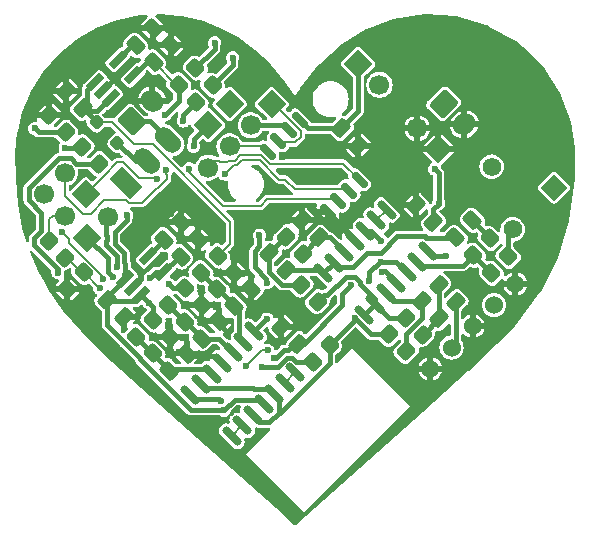
<source format=gbl>
G04 #@! TF.GenerationSoftware,KiCad,Pcbnew,(7.0.0)*
G04 #@! TF.CreationDate,2023-04-27T15:14:50-06:00*
G04 #@! TF.ProjectId,Fonocardiograma_V3C,466f6e6f-6361-4726-9469-6f6772616d61,rev?*
G04 #@! TF.SameCoordinates,Original*
G04 #@! TF.FileFunction,Copper,L2,Bot*
G04 #@! TF.FilePolarity,Positive*
%FSLAX46Y46*%
G04 Gerber Fmt 4.6, Leading zero omitted, Abs format (unit mm)*
G04 Created by KiCad (PCBNEW (7.0.0)) date 2023-04-27 15:14:50*
%MOMM*%
%LPD*%
G01*
G04 APERTURE LIST*
G04 Aperture macros list*
%AMRoundRect*
0 Rectangle with rounded corners*
0 $1 Rounding radius*
0 $2 $3 $4 $5 $6 $7 $8 $9 X,Y pos of 4 corners*
0 Add a 4 corners polygon primitive as box body*
4,1,4,$2,$3,$4,$5,$6,$7,$8,$9,$2,$3,0*
0 Add four circle primitives for the rounded corners*
1,1,$1+$1,$2,$3*
1,1,$1+$1,$4,$5*
1,1,$1+$1,$6,$7*
1,1,$1+$1,$8,$9*
0 Add four rect primitives between the rounded corners*
20,1,$1+$1,$2,$3,$4,$5,0*
20,1,$1+$1,$4,$5,$6,$7,0*
20,1,$1+$1,$6,$7,$8,$9,0*
20,1,$1+$1,$8,$9,$2,$3,0*%
%AMHorizOval*
0 Thick line with rounded ends*
0 $1 width*
0 $2 $3 position (X,Y) of the first rounded end (center of the circle)*
0 $4 $5 position (X,Y) of the second rounded end (center of the circle)*
0 Add line between two ends*
20,1,$1,$2,$3,$4,$5,0*
0 Add two circle primitives to create the rounded ends*
1,1,$1,$2,$3*
1,1,$1,$4,$5*%
%AMRotRect*
0 Rectangle, with rotation*
0 The origin of the aperture is its center*
0 $1 length*
0 $2 width*
0 $3 Rotation angle, in degrees counterclockwise*
0 Add horizontal line*
21,1,$1,$2,0,0,$3*%
G04 Aperture macros list end*
G04 #@! TA.AperFunction,ComponentPad*
%ADD10RotRect,1.700000X1.700000X45.000000*%
G04 #@! TD*
G04 #@! TA.AperFunction,ComponentPad*
%ADD11HorizOval,1.700000X0.000000X0.000000X0.000000X0.000000X0*%
G04 #@! TD*
G04 #@! TA.AperFunction,ComponentPad*
%ADD12RotRect,1.700000X1.700000X315.000000*%
G04 #@! TD*
G04 #@! TA.AperFunction,ComponentPad*
%ADD13HorizOval,1.700000X0.000000X0.000000X0.000000X0.000000X0*%
G04 #@! TD*
G04 #@! TA.AperFunction,ComponentPad*
%ADD14RoundRect,0.250000X-0.954594X-0.106066X-0.106066X-0.954594X0.954594X0.106066X0.106066X0.954594X0*%
G04 #@! TD*
G04 #@! TA.AperFunction,ComponentPad*
%ADD15HorizOval,1.700000X-0.106066X-0.106066X0.106066X0.106066X0*%
G04 #@! TD*
G04 #@! TA.AperFunction,ComponentPad*
%ADD16RotRect,1.700000X1.700000X225.000000*%
G04 #@! TD*
G04 #@! TA.AperFunction,ComponentPad*
%ADD17HorizOval,1.700000X0.000000X0.000000X0.000000X0.000000X0*%
G04 #@! TD*
G04 #@! TA.AperFunction,ComponentPad*
%ADD18RotRect,1.500000X2.500000X45.000000*%
G04 #@! TD*
G04 #@! TA.AperFunction,ComponentPad*
%ADD19HorizOval,1.500000X-0.353553X0.353553X0.353553X-0.353553X0*%
G04 #@! TD*
G04 #@! TA.AperFunction,ComponentPad*
%ADD20RotRect,1.700000X1.700000X135.000000*%
G04 #@! TD*
G04 #@! TA.AperFunction,ComponentPad*
%ADD21RoundRect,0.250000X0.106066X-0.954594X0.954594X-0.106066X-0.106066X0.954594X-0.954594X0.106066X0*%
G04 #@! TD*
G04 #@! TA.AperFunction,ComponentPad*
%ADD22HorizOval,1.700000X-0.106066X0.106066X0.106066X-0.106066X0*%
G04 #@! TD*
G04 #@! TA.AperFunction,ComponentPad*
%ADD23HorizOval,1.700000X0.000000X0.000000X0.000000X0.000000X0*%
G04 #@! TD*
G04 #@! TA.AperFunction,ComponentPad*
%ADD24C,1.524000*%
G04 #@! TD*
G04 #@! TA.AperFunction,ComponentPad*
%ADD25C,1.560000*%
G04 #@! TD*
G04 #@! TA.AperFunction,ComponentPad*
%ADD26RotRect,1.560000X1.560000X225.000000*%
G04 #@! TD*
G04 #@! TA.AperFunction,SMDPad,CuDef*
%ADD27RotRect,1.560000X0.650000X45.000000*%
G04 #@! TD*
G04 #@! TA.AperFunction,SMDPad,CuDef*
%ADD28RoundRect,0.250000X-0.070711X0.565685X-0.565685X0.070711X0.070711X-0.565685X0.565685X-0.070711X0*%
G04 #@! TD*
G04 #@! TA.AperFunction,SMDPad,CuDef*
%ADD29RoundRect,0.150000X0.689429X-0.477297X-0.477297X0.689429X-0.689429X0.477297X0.477297X-0.689429X0*%
G04 #@! TD*
G04 #@! TA.AperFunction,SMDPad,CuDef*
%ADD30RoundRect,0.250000X0.565685X0.070711X0.070711X0.565685X-0.565685X-0.070711X-0.070711X-0.565685X0*%
G04 #@! TD*
G04 #@! TA.AperFunction,SMDPad,CuDef*
%ADD31RoundRect,0.250000X0.574524X0.097227X0.097227X0.574524X-0.574524X-0.097227X-0.097227X-0.574524X0*%
G04 #@! TD*
G04 #@! TA.AperFunction,SMDPad,CuDef*
%ADD32RoundRect,0.250000X-0.574524X-0.097227X-0.097227X-0.574524X0.574524X0.097227X0.097227X0.574524X0*%
G04 #@! TD*
G04 #@! TA.AperFunction,SMDPad,CuDef*
%ADD33RoundRect,0.150000X0.565685X-0.353553X-0.353553X0.565685X-0.565685X0.353553X0.353553X-0.565685X0*%
G04 #@! TD*
G04 #@! TA.AperFunction,SMDPad,CuDef*
%ADD34RoundRect,0.250000X0.097227X-0.574524X0.574524X-0.097227X-0.097227X0.574524X-0.574524X0.097227X0*%
G04 #@! TD*
G04 #@! TA.AperFunction,SMDPad,CuDef*
%ADD35RoundRect,0.250000X0.070711X-0.565685X0.565685X-0.070711X-0.070711X0.565685X-0.565685X0.070711X0*%
G04 #@! TD*
G04 #@! TA.AperFunction,SMDPad,CuDef*
%ADD36RoundRect,0.250000X-0.097227X0.574524X-0.574524X0.097227X0.097227X-0.574524X0.574524X-0.097227X0*%
G04 #@! TD*
G04 #@! TA.AperFunction,SMDPad,CuDef*
%ADD37RoundRect,0.250000X-0.565685X-0.070711X-0.070711X-0.565685X0.565685X0.070711X0.070711X0.565685X0*%
G04 #@! TD*
G04 #@! TA.AperFunction,SMDPad,CuDef*
%ADD38RoundRect,0.250000X-0.353553X0.000000X0.000000X-0.353553X0.353553X0.000000X0.000000X0.353553X0*%
G04 #@! TD*
G04 #@! TA.AperFunction,ViaPad*
%ADD39C,0.600000*%
G04 #@! TD*
G04 #@! TA.AperFunction,Conductor*
%ADD40C,0.400000*%
G04 #@! TD*
G04 #@! TA.AperFunction,Conductor*
%ADD41C,0.200000*%
G04 #@! TD*
G04 APERTURE END LIST*
D10*
X83184999Y-65785999D03*
D11*
X84981050Y-63989948D03*
D12*
X106128548Y-51041438D03*
D13*
X107924599Y-52837489D03*
D14*
X113355639Y-54421594D03*
D15*
X115123405Y-56189360D03*
D12*
X98826005Y-54462993D03*
D13*
X97029954Y-56259044D03*
X95233903Y-58055095D03*
X93437851Y-59851147D03*
D16*
X83083122Y-62102999D03*
D17*
X81287071Y-63899050D03*
X81287071Y-60306948D03*
X79491020Y-62102999D03*
D18*
X86468948Y-61105050D03*
D19*
X88264999Y-59308999D03*
X90061050Y-57512948D03*
D20*
X95249999Y-54457599D03*
D21*
X86933594Y-55935361D03*
D22*
X88701360Y-54167593D03*
D20*
X112915561Y-58305561D03*
D23*
X111119510Y-56509510D03*
D24*
X112231898Y-76871103D03*
X114027949Y-75075052D03*
X115824000Y-73279000D03*
X117620052Y-71482949D03*
X119416103Y-69686898D03*
D20*
X93421199Y-56235599D03*
D25*
X119196153Y-65073687D03*
X117428386Y-59770386D03*
D26*
X122731686Y-61538152D03*
D27*
X85188156Y-53950345D03*
X84516405Y-53278593D03*
X83844653Y-52606842D03*
X85753842Y-50697653D03*
X87097345Y-52041156D03*
D28*
X118817107Y-67364893D03*
X117402893Y-68779107D03*
D29*
X112041077Y-66901923D03*
X111143052Y-67799949D03*
X110245026Y-68697975D03*
X109347000Y-69596000D03*
X108448975Y-70494026D03*
X107550949Y-71392052D03*
X106652923Y-72290077D03*
X103152745Y-68789899D03*
X104050770Y-67891873D03*
X104948796Y-66993847D03*
X105846822Y-66095822D03*
X106744847Y-65197796D03*
X107642873Y-64299770D03*
X108540899Y-63401745D03*
D30*
X111578107Y-73986107D03*
X110163893Y-72571893D03*
D31*
X106143623Y-57985223D03*
X104676377Y-56517977D03*
D32*
X84864377Y-71021377D03*
X86331623Y-72488623D03*
D29*
X100811766Y-77186412D03*
X99913741Y-78084438D03*
X99015715Y-78982464D03*
X98117689Y-79880489D03*
X97219664Y-80778515D03*
X96321638Y-81676541D03*
X95423612Y-82574566D03*
X91923434Y-79074388D03*
X92821459Y-78176362D03*
X93719485Y-77278336D03*
X94617511Y-76380311D03*
X95515536Y-75482285D03*
X96413562Y-74584259D03*
X97311588Y-73686234D03*
D33*
X106254623Y-60888546D03*
X105356597Y-61786572D03*
X104458572Y-62684597D03*
X103560546Y-63582623D03*
X98469377Y-58491454D03*
X99367403Y-57593428D03*
X100265428Y-56695403D03*
X101163454Y-55797377D03*
D27*
X87732249Y-70608652D03*
X87060498Y-69936900D03*
X86388746Y-69265149D03*
X88297935Y-67355960D03*
X89641438Y-68699463D03*
D30*
X81352107Y-56841107D03*
X79937893Y-55426893D03*
D34*
X91091936Y-67388990D03*
X92559182Y-65921744D03*
D35*
X92383893Y-54301107D03*
X93798107Y-52886893D03*
X90051186Y-71492814D03*
X91465400Y-70078600D03*
D30*
X84146107Y-59508107D03*
X82731893Y-58093893D03*
D36*
X94333739Y-72849061D03*
X92866493Y-74316307D03*
D31*
X112493623Y-64487623D03*
X111026377Y-63020377D03*
X113001623Y-72615623D03*
X111534377Y-71148377D03*
D28*
X90170000Y-74168000D03*
X88755786Y-75582214D03*
D32*
X98580377Y-67084377D03*
X100047623Y-68551623D03*
D28*
X95605600Y-68732400D03*
X94191386Y-70146614D03*
X92862400Y-71475600D03*
X91448186Y-72889814D03*
D30*
X110181107Y-75383107D03*
X108766893Y-73968893D03*
D34*
X88744623Y-48034377D03*
X87277377Y-49501623D03*
D31*
X114398157Y-71218157D03*
X112930911Y-69750911D03*
D36*
X115795623Y-64290377D03*
X114328377Y-65757623D03*
D34*
X88801377Y-50898623D03*
X90268623Y-49431377D03*
X89666093Y-65934307D03*
X91133339Y-64467061D03*
D31*
X101063623Y-74774623D03*
X99596377Y-73307377D03*
D36*
X91596493Y-75586307D03*
X90129247Y-77053553D03*
X97071730Y-70085670D03*
X95604484Y-71552916D03*
D35*
X87337479Y-74155721D03*
X88751693Y-72741507D03*
D37*
X101418107Y-67128107D03*
X100003893Y-65713893D03*
D35*
X92815693Y-68728307D03*
X94229907Y-67314093D03*
D32*
X101374377Y-64290377D03*
X102841623Y-65757623D03*
D35*
X81461893Y-70125307D03*
X82876107Y-68711093D03*
X103704107Y-74857893D03*
X102289893Y-76272107D03*
X90936093Y-52827907D03*
X92350307Y-51413693D03*
D30*
X81326707Y-67458307D03*
X79912493Y-66044093D03*
D35*
X115878893Y-67255107D03*
X117293107Y-65840893D03*
D30*
X102688107Y-71192107D03*
X101273893Y-69777893D03*
D38*
X83977517Y-56012117D03*
X85745283Y-57779883D03*
D31*
X81359177Y-53342977D03*
X82826423Y-54810223D03*
D39*
X108458000Y-58166000D03*
X109220000Y-58928000D03*
X111125000Y-60833000D03*
X109982000Y-61595000D03*
X108204000Y-59563000D03*
X107569000Y-58801000D03*
X105664000Y-63754000D03*
X106426000Y-62992000D03*
X107442000Y-62103000D03*
X108458000Y-61214000D03*
X109093000Y-60579000D03*
X110109000Y-59944000D03*
X84201000Y-51054000D03*
X89535000Y-67437000D03*
X99822000Y-61849000D03*
X100838000Y-54229000D03*
X99441000Y-52832000D03*
X98171000Y-51308000D03*
X96901000Y-50165000D03*
X95504000Y-49149000D03*
X93472000Y-48133000D03*
X91821000Y-47498000D03*
X90422538Y-47388859D03*
X86487000Y-47752000D03*
X84201000Y-48514000D03*
X82296000Y-49784000D03*
X80645000Y-51054000D03*
X78994000Y-53467000D03*
X77851000Y-56134000D03*
X77724000Y-58293000D03*
X77470000Y-60452000D03*
X77978000Y-64389000D03*
X79375000Y-68326000D03*
X80264000Y-69977000D03*
X92202000Y-82042000D03*
X95758000Y-85090000D03*
X96901000Y-85979000D03*
X98298000Y-87249000D03*
X99695000Y-88519000D03*
X100838000Y-89535000D03*
X107823000Y-83312000D03*
X109347000Y-81788000D03*
X112014000Y-79502000D03*
X113792000Y-77851000D03*
X115443000Y-76200000D03*
X117094000Y-74803000D03*
X118618000Y-73152000D03*
X119761000Y-71628000D03*
X120904000Y-70231000D03*
X121666000Y-69088000D03*
X122428000Y-67310000D03*
X123190000Y-65532000D03*
X123571000Y-63500000D03*
X123952000Y-59944000D03*
X123825000Y-58166000D03*
X123317000Y-55753000D03*
X122428000Y-53594000D03*
X121412000Y-51943000D03*
X119888000Y-50165000D03*
X117856000Y-48768000D03*
X115443000Y-47879000D03*
X112649000Y-47498000D03*
X109982000Y-47625000D03*
X107569000Y-48387000D03*
X105664000Y-49403000D03*
X104013000Y-50673000D03*
X102997000Y-51943000D03*
X101981000Y-53213000D03*
X104648000Y-57912000D03*
X103632000Y-58674000D03*
X103632000Y-57531000D03*
X101981000Y-57531000D03*
X101981000Y-58674000D03*
X100584000Y-58674000D03*
X104521000Y-60198000D03*
X103632000Y-60960000D03*
X103632000Y-60198000D03*
X101219000Y-60960000D03*
X102489000Y-60960000D03*
X102489000Y-60198000D03*
X101219000Y-60198000D03*
X100203000Y-60198000D03*
X100584000Y-63246000D03*
X99060000Y-64643000D03*
X94615000Y-62103000D03*
X96647000Y-64135000D03*
X83058000Y-60325000D03*
X90932000Y-68834000D03*
X97917000Y-82296000D03*
X97282000Y-82931000D03*
X111506000Y-78867000D03*
X106299000Y-75057000D03*
X107315000Y-74930000D03*
X108331000Y-75946000D03*
X109601000Y-77089000D03*
X110490000Y-77978000D03*
X87757000Y-71882000D03*
X90043000Y-73279000D03*
X90297000Y-74803000D03*
X90932000Y-75438000D03*
X91313000Y-74295000D03*
X92837000Y-75819000D03*
X94107000Y-71628000D03*
X94996000Y-73787000D03*
X92964000Y-72898000D03*
X91567000Y-71501000D03*
X92837000Y-70358000D03*
X99441000Y-72009000D03*
X100838000Y-73406000D03*
X101727000Y-73406000D03*
X100838000Y-72390000D03*
X99949000Y-71501000D03*
X99187000Y-70612000D03*
X97282000Y-72390000D03*
X96393000Y-68834000D03*
X97155000Y-71374000D03*
X95631000Y-69977000D03*
X96520000Y-67818000D03*
X95758000Y-67183000D03*
X92456000Y-67183000D03*
X93980000Y-65405000D03*
X94615000Y-65913000D03*
X87630000Y-66421000D03*
X88265000Y-65786000D03*
X90297000Y-63754000D03*
X92329000Y-63627000D03*
X91948000Y-64516000D03*
X91059000Y-65532000D03*
X89662000Y-64516000D03*
X91186000Y-63373000D03*
X89027000Y-67945000D03*
X86537800Y-63855600D03*
X89789000Y-55372000D03*
X112598200Y-59969400D03*
X105530106Y-69817213D03*
X88393998Y-71270402D03*
X90119200Y-69723000D03*
X94751901Y-80395618D03*
X108140500Y-68706500D03*
X112953800Y-62890400D03*
X99003128Y-75986310D03*
X93980000Y-49276000D03*
X113538000Y-67310000D03*
X89076658Y-60825047D03*
X94829179Y-60392279D03*
X89890600Y-60045600D03*
X91821000Y-59944000D03*
X81040329Y-65263671D03*
X84555071Y-69289106D03*
X96596200Y-76631800D03*
X98475800Y-75311000D03*
X108077000Y-66040000D03*
X108052902Y-67793902D03*
X107061000Y-69459000D03*
X105833591Y-72601409D03*
X88490361Y-69186361D03*
X85664700Y-68284450D03*
X92202000Y-58039000D03*
X85328048Y-69084877D03*
X95504000Y-50546000D03*
X81320933Y-58155249D03*
X91313000Y-55905400D03*
X97764600Y-65557400D03*
X98425000Y-69596000D03*
X98399600Y-72669400D03*
X98006551Y-76697253D03*
X94474740Y-79589428D03*
X84246775Y-70026774D03*
X78740000Y-56515000D03*
X80699502Y-68732400D03*
D40*
X90931497Y-54229503D02*
X89789000Y-55372000D01*
X90936093Y-54229503D02*
X90931497Y-54229503D01*
X90936093Y-54229503D02*
X90936093Y-52827907D01*
X83977517Y-55961317D02*
X82826423Y-54810223D01*
X83977517Y-56012117D02*
X83977517Y-55961317D01*
X88265000Y-59309000D02*
X87274400Y-59309000D01*
X87274400Y-59309000D02*
X85745283Y-57779883D01*
D41*
X95268000Y-66276000D02*
X94229907Y-67314093D01*
X95268000Y-64407000D02*
X95268000Y-66276000D01*
X85309052Y-56012117D02*
X87149381Y-57852446D01*
X88713446Y-57852446D02*
X95268000Y-64407000D01*
X83977517Y-56012117D02*
X85309052Y-56012117D01*
X87149381Y-57852446D02*
X88713446Y-57852446D01*
D40*
X104041377Y-64290377D02*
X101374377Y-64290377D01*
X105846822Y-66095822D02*
X104041377Y-64290377D01*
X105846822Y-65868899D02*
X103560546Y-63582623D01*
X105846822Y-66095822D02*
X105846822Y-65868899D01*
X85344000Y-52451000D02*
X84516406Y-53278594D01*
X87149131Y-54167594D02*
X85432537Y-52451000D01*
X85432537Y-52451000D02*
X85344000Y-52451000D01*
X88701361Y-54167594D02*
X87149131Y-54167594D01*
D41*
X80245949Y-63899051D02*
X81287072Y-63899051D01*
X79912493Y-64232507D02*
X80245949Y-63899051D01*
X79912493Y-66044093D02*
X79912493Y-64232507D01*
X84555071Y-69111871D02*
X84555071Y-69289106D01*
X81682918Y-65906260D02*
X81682918Y-66239718D01*
X81682918Y-66239718D02*
X84555071Y-69111871D01*
X81040329Y-65263671D02*
X81682918Y-65906260D01*
D40*
X87623100Y-68424851D02*
X87623100Y-69374300D01*
X87063583Y-67865334D02*
X87623100Y-68424851D01*
X87063583Y-66987417D02*
X87063583Y-67865334D01*
X87630000Y-66421000D02*
X87063583Y-66987417D01*
X87623100Y-69374300D02*
X87060499Y-69936901D01*
D41*
X86995000Y-68132097D02*
X87737361Y-68874458D01*
X86995000Y-67056000D02*
X86995000Y-68132097D01*
X87630000Y-66421000D02*
X86995000Y-67056000D01*
D40*
X86512400Y-63881000D02*
X86537800Y-63855600D01*
X86512400Y-64301321D02*
X86512400Y-63881000D01*
X86320799Y-67074835D02*
X85520772Y-66274808D01*
X86320799Y-67875646D02*
X86320799Y-67074835D01*
X86336665Y-68810665D02*
X86417700Y-68729630D01*
X85520772Y-66274808D02*
X85520772Y-65292949D01*
X85520772Y-65292949D02*
X86512400Y-64301321D01*
X86417700Y-68729630D02*
X86417700Y-67972547D01*
X86417700Y-67972547D02*
X86320799Y-67875646D01*
X86336665Y-69213068D02*
X86336665Y-68810665D01*
X86388747Y-69265150D02*
X86336665Y-69213068D01*
X84759800Y-65518080D02*
X84759800Y-64211200D01*
X84840082Y-65598362D02*
X84759800Y-65518080D01*
X84840082Y-65973638D02*
X84840082Y-65598362D01*
X84759800Y-66053920D02*
X84840082Y-65973638D01*
X85664700Y-67342218D02*
X84759800Y-66437318D01*
X85664700Y-68284450D02*
X85664700Y-67342218D01*
X84759800Y-66437318D02*
X84759800Y-66053920D01*
X84912200Y-67513200D02*
X83185000Y-65786000D01*
X84912200Y-68656285D02*
X84912200Y-67513200D01*
X85328048Y-69072133D02*
X84912200Y-68656285D01*
X85328048Y-69084877D02*
X85328048Y-69072133D01*
D41*
X84191788Y-70026774D02*
X82876107Y-68711093D01*
X84246775Y-70026774D02*
X84191788Y-70026774D01*
D40*
X87737361Y-68874458D02*
X88021505Y-68590314D01*
X87737361Y-69260039D02*
X87737361Y-68874458D01*
X87060499Y-69936901D02*
X87737361Y-69260039D01*
X88977258Y-68699464D02*
X89641439Y-68699464D01*
X88490361Y-69186361D02*
X88977258Y-68699464D01*
D41*
X88032735Y-68580000D02*
X88667735Y-67945000D01*
X87925117Y-68580000D02*
X88032735Y-68580000D01*
X87565319Y-68939798D02*
X87925117Y-68580000D01*
X88667735Y-67945000D02*
X89027000Y-67945000D01*
X87565319Y-69432081D02*
X87565319Y-68939798D01*
X87060499Y-69936901D02*
X87565319Y-69432081D01*
D40*
X91829186Y-75819000D02*
X91596493Y-75586307D01*
X92837000Y-75819000D02*
X91829186Y-75819000D01*
X94617511Y-76380311D02*
X94056200Y-75819000D01*
X94056200Y-75819000D02*
X92837000Y-75819000D01*
X87150377Y-72488623D02*
X87757000Y-71882000D01*
X86331623Y-72488623D02*
X87150377Y-72488623D01*
D41*
X105238937Y-61668912D02*
X105356597Y-61786572D01*
X100784912Y-61668912D02*
X105238937Y-61668912D01*
X97796509Y-59232800D02*
X99414709Y-60851000D01*
X99967000Y-60851000D02*
X100784912Y-61668912D01*
X96248232Y-59232800D02*
X97796509Y-59232800D01*
X95577732Y-59643726D02*
X95837306Y-59643726D01*
X95837306Y-59643726D02*
X96248232Y-59232800D01*
X99414709Y-60851000D02*
X99967000Y-60851000D01*
X94829179Y-60392279D02*
X95577732Y-59643726D01*
X91821000Y-60248800D02*
X91821000Y-59944000D01*
X97866200Y-63068200D02*
X94640400Y-63068200D01*
X98420462Y-62513938D02*
X97866200Y-63068200D01*
X104287913Y-62513938D02*
X98420462Y-62513938D01*
X94640400Y-63068200D02*
X91821000Y-60248800D01*
X104458572Y-62684597D02*
X104287913Y-62513938D01*
X91171447Y-68834000D02*
X90932000Y-68834000D01*
X92456000Y-67549447D02*
X91171447Y-68834000D01*
X92456000Y-67183000D02*
X92456000Y-67549447D01*
X87503000Y-72136000D02*
X87757000Y-71882000D01*
X88830442Y-74168000D02*
X87503000Y-72840558D01*
X87503000Y-72840558D02*
X87503000Y-72136000D01*
X90170000Y-74168000D02*
X88830442Y-74168000D01*
D40*
X94333739Y-73124739D02*
X94996000Y-73787000D01*
X94333739Y-72849061D02*
X94333739Y-73124739D01*
X95515536Y-75482285D02*
X94349558Y-74316307D01*
X94349558Y-74316307D02*
X92866493Y-74316307D01*
X94474740Y-79589428D02*
X94301103Y-79415791D01*
D41*
X94474740Y-79589428D02*
X94449851Y-79614317D01*
X94449851Y-79614317D02*
X94375683Y-79614317D01*
D40*
X94301103Y-79415791D02*
X92264837Y-79415791D01*
X92264837Y-79415791D02*
X91923434Y-79074388D01*
X94751901Y-80395618D02*
X95661433Y-79486086D01*
X95661433Y-79486086D02*
X97723286Y-79486086D01*
X97723286Y-79486086D02*
X98117689Y-79880489D01*
X91971022Y-80366817D02*
X94742000Y-80366817D01*
X87630203Y-76025998D02*
X91971022Y-80366817D01*
X103704107Y-76413527D02*
X99505944Y-80611690D01*
X103704107Y-74857893D02*
X103704107Y-76413527D01*
X84048880Y-55089623D02*
X85188157Y-53950346D01*
X83156623Y-53294874D02*
X83844654Y-52606843D01*
X83156623Y-55089623D02*
X84048880Y-55089623D01*
X83156623Y-55089623D02*
X83156623Y-53294874D01*
X105520884Y-69817213D02*
X104760494Y-70577603D01*
X99003128Y-75986310D02*
X99143842Y-75986310D01*
D41*
X90730661Y-52827907D02*
X88801377Y-50898623D01*
D40*
X105530106Y-69817213D02*
X105520884Y-69817213D01*
X90474800Y-70078600D02*
X91465400Y-70078600D01*
X84868470Y-72517000D02*
X84868470Y-73175878D01*
X104760494Y-70577603D02*
X104760494Y-71515506D01*
X88393998Y-71270402D02*
X88751693Y-71628097D01*
X86364296Y-74671704D02*
X86364296Y-74679890D01*
X100163263Y-75293983D02*
X100809623Y-74647623D01*
X84868470Y-70788684D02*
X84868470Y-72517000D01*
X88801377Y-50898623D02*
X88239880Y-50898623D01*
X112598200Y-59969400D02*
X112953800Y-60325000D01*
X88751693Y-71628097D02*
X88751693Y-72741507D01*
X108240000Y-68607000D02*
X108358000Y-68607000D01*
X90119200Y-69723000D02*
X90474800Y-70078600D01*
X108358000Y-68607000D02*
X109347000Y-69596000D01*
X99836169Y-75293983D02*
X100163263Y-75293983D01*
D41*
X90936093Y-52827907D02*
X90730661Y-52827907D01*
D40*
X84868470Y-70785427D02*
X86388747Y-69265150D01*
X112953800Y-60325000D02*
X112953800Y-62890400D01*
X99143842Y-75986310D02*
X99836169Y-75293983D01*
X87630203Y-75945797D02*
X87630203Y-76025998D01*
X112493623Y-64487623D02*
X112493623Y-63350577D01*
X88751693Y-71628096D02*
X87732250Y-70608653D01*
X87732250Y-70608653D02*
X87169649Y-71171254D01*
X87169649Y-71171254D02*
X85014254Y-71171254D01*
X108140500Y-68706500D02*
X108240000Y-68607000D01*
X86537800Y-63855600D02*
X86512400Y-63855600D01*
X84868470Y-73175878D02*
X86364296Y-74671704D01*
X104760494Y-71515506D02*
X101501377Y-74774623D01*
X86364296Y-74679890D02*
X87630203Y-75945797D01*
X88239880Y-50898623D02*
X87097346Y-52041157D01*
X101501377Y-74774623D02*
X101063623Y-74774623D01*
X88751693Y-72741507D02*
X88751693Y-71628096D01*
X84868470Y-70788684D02*
X84868470Y-70785427D01*
X85014254Y-71171254D02*
X84864377Y-71021377D01*
X112493623Y-63350577D02*
X112953800Y-62890400D01*
X87277377Y-49501623D02*
X86949874Y-49501623D01*
X86949874Y-49501623D02*
X85753843Y-50697654D01*
X89666093Y-65934307D02*
X89666093Y-65987804D01*
X89666093Y-65987804D02*
X88297936Y-67355961D01*
X112948591Y-72615623D02*
X111578107Y-73986107D01*
X112930911Y-72544911D02*
X113001623Y-72615623D01*
X113001623Y-72615623D02*
X112948591Y-72615623D01*
X112930911Y-69750911D02*
X112930911Y-72544911D01*
X93980000Y-49276000D02*
X93980000Y-49784000D01*
X93980000Y-49784000D02*
X92350307Y-51413693D01*
X88483463Y-55935361D02*
X86933594Y-55935361D01*
X90061051Y-57512949D02*
X88483463Y-55935361D01*
X100265428Y-56695403D02*
X99829070Y-56259045D01*
X99829070Y-56259045D02*
X97029955Y-56259045D01*
X112449154Y-67310000D02*
X112041077Y-66901923D01*
X113538000Y-67310000D02*
X112449154Y-67310000D01*
D41*
X100805377Y-57711088D02*
X101281113Y-57235352D01*
X99485063Y-57711088D02*
X100805377Y-57711088D01*
X99367403Y-57593428D02*
X99485063Y-57711088D01*
X101281113Y-56763564D02*
X98980543Y-54462994D01*
X101281113Y-57235352D02*
X101281113Y-56763564D01*
X98980543Y-54462994D02*
X98826006Y-54462994D01*
X98033019Y-58055096D02*
X95233904Y-58055096D01*
X98469377Y-58491454D02*
X98033019Y-58055096D01*
X97904995Y-58775600D02*
X96139746Y-58775600D01*
X94989861Y-59359800D02*
X94437200Y-59359800D01*
X94437200Y-59359800D02*
X94335600Y-59258200D01*
X94030800Y-59258200D02*
X93437852Y-59851148D01*
X94335600Y-59258200D02*
X94030800Y-59258200D01*
X95671620Y-59243726D02*
X95105935Y-59243726D01*
X96139746Y-58775600D02*
X95671620Y-59243726D01*
X104873216Y-59507139D02*
X99979461Y-59507139D01*
X99979461Y-59507139D02*
X99923600Y-59563000D01*
X95105935Y-59243726D02*
X94989861Y-59359800D01*
X98692395Y-59563000D02*
X97904995Y-58775600D01*
X99923600Y-59563000D02*
X98692395Y-59563000D01*
X106254623Y-60888546D02*
X104873216Y-59507139D01*
X87561377Y-60712553D02*
X86239661Y-59390837D01*
X86239661Y-59390837D02*
X85744763Y-59390837D01*
X88964164Y-60712553D02*
X87561377Y-60712553D01*
X84607400Y-60528200D02*
X84607400Y-60578723D01*
X84607400Y-60578723D02*
X83083123Y-62103000D01*
X89076658Y-60825047D02*
X88964164Y-60712553D01*
X85744763Y-59390837D02*
X84607400Y-60528200D01*
X89052400Y-61595000D02*
X89155234Y-61595000D01*
X82793767Y-63779400D02*
X83490301Y-63779400D01*
X86501186Y-62622214D02*
X86698237Y-62819265D01*
X89155234Y-61595000D02*
X89916000Y-60834234D01*
X81287072Y-60306949D02*
X81287072Y-62272705D01*
X84647487Y-62622214D02*
X86501186Y-62622214D01*
X83490301Y-63779400D02*
X84647487Y-62622214D01*
X86698237Y-62819265D02*
X87828135Y-62819265D01*
X89916000Y-60834234D02*
X89890600Y-60045600D01*
X81287072Y-62272705D02*
X82793767Y-63779400D01*
X87828135Y-62819265D02*
X89052400Y-61595000D01*
X98475800Y-75311000D02*
X97967800Y-75311000D01*
X97967800Y-75311000D02*
X96647000Y-76631800D01*
D40*
X99410118Y-79376867D02*
X99410118Y-80611690D01*
X105833591Y-72601409D02*
X105870677Y-72638495D01*
X99505944Y-80611690D02*
X99410118Y-80611690D01*
X107201075Y-73968893D02*
X105833591Y-72601409D01*
X107061000Y-69459000D02*
X107061000Y-68721097D01*
X99015715Y-78982464D02*
X99410118Y-79376867D01*
X98621311Y-78588060D02*
X97306940Y-78588060D01*
X97306940Y-78588060D02*
X97236645Y-78517765D01*
X110245026Y-68697975D02*
X109340953Y-67793902D01*
X108766893Y-73968893D02*
X107201075Y-73968893D01*
X107988195Y-67793902D02*
X108052902Y-67793902D01*
X99015715Y-78982464D02*
X98621311Y-78588060D01*
D41*
X92821459Y-78176362D02*
X93062862Y-78417765D01*
D40*
X108077000Y-66040000D02*
X107234796Y-65197796D01*
X97848149Y-81407000D02*
X97219664Y-80778515D01*
X107061000Y-68721097D02*
X107988195Y-67793902D01*
X99410118Y-80611690D02*
X98614808Y-81407000D01*
X98614808Y-81407000D02*
X97848149Y-81407000D01*
X107234796Y-65197796D02*
X106744847Y-65197796D01*
X105833591Y-72601409D02*
X105833591Y-72728409D01*
X109340953Y-67793902D02*
X108052902Y-67793902D01*
D41*
X98451016Y-78417765D02*
X99015715Y-78982464D01*
D40*
X105833591Y-72728409D02*
X103704107Y-74857893D01*
X97236645Y-78517765D02*
X93162862Y-78517765D01*
X93162862Y-78517765D02*
X92821459Y-78176362D01*
X90951913Y-67388990D02*
X89641439Y-68699464D01*
X92202000Y-57454800D02*
X93421200Y-56235600D01*
X92202000Y-58039000D02*
X92202000Y-57454800D01*
X91091936Y-67388990D02*
X90951913Y-67388990D01*
X114027949Y-75075052D02*
X114398157Y-74704844D01*
X114398157Y-74704844D02*
X114398157Y-71218157D01*
X99682904Y-69777893D02*
X98580377Y-68675366D01*
X98580377Y-68675366D02*
X98580377Y-67084377D01*
X99950861Y-65713893D02*
X98580377Y-67084377D01*
X101273893Y-69777893D02*
X99682904Y-69777893D01*
X100003893Y-65713893D02*
X99950861Y-65713893D01*
D41*
X108540899Y-63401745D02*
X108540898Y-63401745D01*
X108540898Y-63401745D02*
X107642873Y-64299770D01*
D40*
X117293107Y-65787861D02*
X115795623Y-64290377D01*
X117293107Y-65840893D02*
X117293107Y-65787861D01*
X106128549Y-51041439D02*
X106128549Y-55065805D01*
X101884054Y-56517977D02*
X101163454Y-55797377D01*
X104676377Y-56517977D02*
X101884054Y-56517977D01*
X106128549Y-55065805D02*
X104676377Y-56517977D01*
X95504000Y-51181000D02*
X93798107Y-52886893D01*
X95504000Y-50546000D02*
X95504000Y-51181000D01*
X82670537Y-58155249D02*
X82731893Y-58093893D01*
X81320933Y-58155249D02*
X82670537Y-58155249D01*
X98349254Y-69292771D02*
X98349254Y-69520254D01*
X97355853Y-66912366D02*
X97355853Y-68299370D01*
X91313000Y-55905400D02*
X91313000Y-55372000D01*
X97764600Y-65557400D02*
X97764600Y-66503619D01*
X97355853Y-68299370D02*
X98349254Y-69292771D01*
X98328422Y-72669400D02*
X97311588Y-73686234D01*
X97764600Y-66503619D02*
X97355853Y-66912366D01*
X98349254Y-69520254D02*
X98425000Y-69596000D01*
X98399600Y-72669400D02*
X98328422Y-72669400D01*
X91313000Y-55372000D02*
X92383893Y-54301107D01*
X98006551Y-76697253D02*
X98048608Y-76739310D01*
D41*
X92164837Y-79315791D02*
X91923434Y-79074388D01*
D40*
X98048608Y-76739310D02*
X99314324Y-76739310D01*
X100887411Y-76272107D02*
X102289893Y-76272107D01*
X99314324Y-76739310D02*
X100106651Y-75946983D01*
X100106651Y-75946983D02*
X100562287Y-75946983D01*
X100562287Y-75946983D02*
X100887411Y-76272107D01*
X117402893Y-68779107D02*
X115878893Y-67255107D01*
X115878893Y-67255107D02*
X114992648Y-68141352D01*
X114992648Y-68141352D02*
X111484455Y-68141352D01*
D41*
X111384455Y-68041352D02*
X111143052Y-67799949D01*
D40*
X111484455Y-68141352D02*
X111143052Y-67799949D01*
X114328377Y-65757623D02*
X114320853Y-65765147D01*
X104050770Y-67891873D02*
X104050770Y-67891874D01*
X108030714Y-67076236D02*
X106885904Y-67076236D01*
X114320853Y-65765147D02*
X111894251Y-65765147D01*
X111791598Y-65662494D02*
X109444456Y-65662494D01*
X102914469Y-68551623D02*
X100047623Y-68551623D01*
X109444456Y-65662494D02*
X108030714Y-67076236D01*
D41*
X104050770Y-67891873D02*
X104292173Y-68133276D01*
D40*
X106885904Y-67076236D02*
X105728864Y-68233276D01*
X105728864Y-68233276D02*
X104392173Y-68233276D01*
X104050770Y-67891874D02*
X103152745Y-68789899D01*
X104392173Y-68233276D02*
X104050770Y-67891873D01*
X111894251Y-65765147D02*
X111791598Y-65662494D01*
X118817107Y-67364893D02*
X118817107Y-65452733D01*
X118817107Y-65452733D02*
X119196153Y-65073687D01*
D41*
X82350893Y-68380893D02*
X81098107Y-67128107D01*
D40*
X78740000Y-56515000D02*
X79066107Y-56841107D01*
X79066107Y-56841107D02*
X81352107Y-56841107D01*
X80699502Y-68732400D02*
X80699502Y-68431302D01*
X78696808Y-65845566D02*
X79298800Y-65243574D01*
X78696808Y-66428608D02*
X78696808Y-65845566D01*
X81804839Y-59056949D02*
X82255997Y-59508107D01*
X79298800Y-63678546D02*
X78241021Y-62620767D01*
X78241021Y-61585233D02*
X80769305Y-59056949D01*
X80699502Y-68431302D02*
X78696808Y-66428608D01*
X80769305Y-59056949D02*
X81804839Y-59056949D01*
X82255997Y-59508107D02*
X84146107Y-59508107D01*
X79298800Y-65243574D02*
X79298800Y-63678546D01*
X78241021Y-62620767D02*
X78241021Y-61585233D01*
X96072159Y-74242856D02*
X96072159Y-72020591D01*
X96413562Y-74584259D02*
X96072159Y-74242856D01*
X96072159Y-72020591D02*
X95604484Y-71552916D01*
X95604484Y-71517098D02*
X92815693Y-68728307D01*
X95604484Y-71552916D02*
X95604484Y-71517098D01*
X110163893Y-72571893D02*
X108730790Y-72571893D01*
X105842009Y-69064213D02*
X105052787Y-69064213D01*
X108730790Y-72571893D02*
X107550949Y-71392052D01*
X103259214Y-70621000D02*
X102688107Y-71192107D01*
X103496000Y-70621000D02*
X103259214Y-70621000D01*
X106299000Y-69521204D02*
X105842009Y-69064213D01*
X107550949Y-71392052D02*
X107550949Y-70938899D01*
X105052787Y-69064213D02*
X103496000Y-70621000D01*
X107550949Y-70938899D02*
X106299000Y-69686950D01*
X106652923Y-72290077D02*
X106652924Y-72290077D01*
X106299000Y-69686950D02*
X106299000Y-69521204D01*
X106652924Y-72290077D02*
X107550949Y-71392052D01*
X92866493Y-74316307D02*
X92866493Y-74308121D01*
X92866493Y-74308121D02*
X90051186Y-71492814D01*
X109103326Y-71148377D02*
X108448975Y-70494026D01*
X110181107Y-75383107D02*
X110181107Y-73968891D01*
X111534377Y-72615621D02*
X111534377Y-71148377D01*
X111534377Y-71148377D02*
X109103326Y-71148377D01*
X110181107Y-73968891D02*
X111534377Y-72615621D01*
X103712572Y-65757623D02*
X102841623Y-65757623D01*
X104948796Y-66993847D02*
X103712572Y-65757623D01*
X102841623Y-65757623D02*
X102788591Y-65757623D01*
X102788591Y-65757623D02*
X101418107Y-67128107D01*
D41*
X99913741Y-78084438D02*
X99913741Y-78084437D01*
X99913741Y-78084437D02*
X100811766Y-77186412D01*
D40*
X93719485Y-77278336D02*
X93378082Y-76936933D01*
X90129247Y-77053553D02*
X90129247Y-76947489D01*
D41*
X90129247Y-77053553D02*
X90145867Y-77036933D01*
D40*
X93378082Y-76936933D02*
X90245867Y-76936933D01*
D41*
X93478082Y-77036933D02*
X93719485Y-77278336D01*
D40*
X90129247Y-76947489D02*
X87337479Y-74155721D01*
X90245867Y-76936933D02*
X90129247Y-77053553D01*
D41*
X96321638Y-81676541D02*
X96321637Y-81676541D01*
X96321637Y-81676541D02*
X95423612Y-82574566D01*
G04 #@! TA.AperFunction,Conductor*
G36*
X89454554Y-46859124D02*
G01*
X90830555Y-46971752D01*
X91160873Y-46998790D01*
X91178048Y-47001418D01*
X92641576Y-47331623D01*
X92769702Y-47360532D01*
X92835405Y-47375356D01*
X92851897Y-47380302D01*
X94445933Y-47981881D01*
X94461283Y-47988902D01*
X95936605Y-48789409D01*
X95977488Y-48811592D01*
X95991370Y-48820362D01*
X97415104Y-49857688D01*
X97427302Y-49867831D01*
X98743852Y-51113365D01*
X98754268Y-51124511D01*
X99950001Y-52573267D01*
X99956534Y-52581928D01*
X100540350Y-53430747D01*
X100539210Y-53431530D01*
X100539249Y-53431585D01*
X100540353Y-53430758D01*
X100540404Y-53430826D01*
X100540456Y-53430901D01*
X100539322Y-53431686D01*
X100539361Y-53431740D01*
X100540465Y-53430907D01*
X100775599Y-53742211D01*
X100785471Y-53755280D01*
X100785574Y-53755443D01*
X100785700Y-53755472D01*
X100785812Y-53755538D01*
X100785894Y-53755516D01*
X100785978Y-53755536D01*
X100786087Y-53755466D01*
X100786213Y-53755434D01*
X100786309Y-53755269D01*
X101218420Y-53146800D01*
X101222342Y-53141579D01*
X102844622Y-51097232D01*
X102859063Y-51081912D01*
X104731608Y-49406634D01*
X104749417Y-49393371D01*
X106823412Y-48120627D01*
X106844798Y-48110184D01*
X109067183Y-47278533D01*
X109092224Y-47272044D01*
X111742567Y-46874075D01*
X111768763Y-46872947D01*
X114416826Y-47039832D01*
X114442577Y-47044212D01*
X116978877Y-47757187D01*
X117003873Y-47767255D01*
X117408335Y-47983926D01*
X119320478Y-49008262D01*
X119340466Y-49021612D01*
X119484569Y-49139567D01*
X120658426Y-50100422D01*
X120669861Y-50111055D01*
X121835892Y-51341092D01*
X121837663Y-51342960D01*
X121852702Y-51362355D01*
X122019779Y-51628586D01*
X123207237Y-53520759D01*
X123218630Y-53543992D01*
X124107473Y-55968627D01*
X124113619Y-55992529D01*
X124449588Y-58185518D01*
X124451018Y-58204175D01*
X124453521Y-60758771D01*
X124452600Y-60773973D01*
X124013396Y-64358393D01*
X124009153Y-64378723D01*
X123083449Y-67485291D01*
X123074349Y-67507620D01*
X121571566Y-70363677D01*
X121560189Y-70381445D01*
X119385770Y-73213888D01*
X119376833Y-73224286D01*
X117849224Y-74814415D01*
X117845358Y-74818266D01*
X115467242Y-77085078D01*
X115463587Y-77088425D01*
X111575413Y-80508734D01*
X111575384Y-80508759D01*
X111575348Y-80508792D01*
X111575347Y-80508793D01*
X111575303Y-80508831D01*
X111575201Y-80508922D01*
X111575199Y-80508924D01*
X111575075Y-80509034D01*
X111575013Y-80509089D01*
X101678960Y-89343331D01*
X101678490Y-89342805D01*
X101678486Y-89342807D01*
X101678959Y-89343332D01*
X100866847Y-90073703D01*
X100813909Y-90101826D01*
X100753965Y-90101830D01*
X100701023Y-90073714D01*
X99888924Y-89343547D01*
X99889403Y-89343013D01*
X99889400Y-89343012D01*
X99888923Y-89343546D01*
X90989726Y-81375330D01*
X90992090Y-81372689D01*
X90992085Y-81372682D01*
X90989724Y-81375329D01*
X84414654Y-75509667D01*
X84408913Y-75504206D01*
X83976945Y-75066192D01*
X82652373Y-73723081D01*
X82646614Y-73716826D01*
X82642490Y-73712026D01*
X81173822Y-72002781D01*
X81167105Y-71994230D01*
X80557101Y-71143213D01*
X81711893Y-71143213D01*
X81714737Y-71154359D01*
X81726062Y-71152315D01*
X81798646Y-71119168D01*
X81811742Y-71111078D01*
X81849758Y-71080443D01*
X81854684Y-71076018D01*
X82412604Y-70518098D01*
X82417029Y-70513172D01*
X82447664Y-70475156D01*
X82455754Y-70462060D01*
X82488901Y-70389476D01*
X82490945Y-70378151D01*
X82479799Y-70375307D01*
X81728219Y-70375307D01*
X81715343Y-70378757D01*
X81711893Y-70391633D01*
X81711893Y-71143213D01*
X80557101Y-71143213D01*
X80008268Y-70377537D01*
X80515197Y-70377537D01*
X80520189Y-70385684D01*
X81201515Y-71067010D01*
X81209662Y-71072002D01*
X81211893Y-71062712D01*
X81211893Y-70391633D01*
X81208442Y-70378757D01*
X81195567Y-70375307D01*
X80524488Y-70375307D01*
X80515197Y-70377537D01*
X80008268Y-70377537D01*
X79958006Y-70307417D01*
X79950986Y-70296448D01*
X79948592Y-70292236D01*
X79487731Y-69481317D01*
X78984557Y-68595944D01*
X78978211Y-68583104D01*
X78319611Y-67030699D01*
X78311160Y-66963710D01*
X78339062Y-66902223D01*
X78395043Y-66864471D01*
X78462504Y-66861648D01*
X78521444Y-66894590D01*
X80123351Y-68496497D01*
X80153089Y-68544320D01*
X80158609Y-68600363D01*
X80152802Y-68644473D01*
X80141226Y-68732400D01*
X80142287Y-68740459D01*
X80159187Y-68868832D01*
X80159188Y-68868838D01*
X80160249Y-68876892D01*
X80163358Y-68884398D01*
X80163359Y-68884401D01*
X80207945Y-68992041D01*
X80216021Y-69011538D01*
X80304741Y-69127161D01*
X80420364Y-69215881D01*
X80555010Y-69271653D01*
X80674232Y-69287349D01*
X80736711Y-69314435D01*
X80775465Y-69370430D01*
X80778807Y-69438445D01*
X80745727Y-69497969D01*
X80511181Y-69732515D01*
X80506756Y-69737441D01*
X80476121Y-69775457D01*
X80468031Y-69788553D01*
X80434884Y-69861137D01*
X80432840Y-69872462D01*
X80443987Y-69875307D01*
X81195567Y-69875307D01*
X81208442Y-69871856D01*
X81211893Y-69858981D01*
X81711893Y-69858981D01*
X81715343Y-69871856D01*
X81728219Y-69875307D01*
X82399298Y-69875307D01*
X82408588Y-69873076D01*
X82403596Y-69864929D01*
X81722270Y-69183603D01*
X81714123Y-69178611D01*
X81711893Y-69187902D01*
X81711893Y-69858981D01*
X81211893Y-69858981D01*
X81211893Y-69107401D01*
X81202081Y-69068959D01*
X81190274Y-69045371D01*
X81197742Y-68975904D01*
X81238755Y-68876892D01*
X81257778Y-68732400D01*
X81247932Y-68657614D01*
X81256123Y-68594431D01*
X81294606Y-68543655D01*
X81353223Y-68518691D01*
X81399308Y-68512065D01*
X81531009Y-68451919D01*
X81577969Y-68414076D01*
X81616764Y-68375280D01*
X81672919Y-68343036D01*
X81737674Y-68343498D01*
X81793367Y-68376540D01*
X81824808Y-68433152D01*
X81823493Y-68494565D01*
X81822349Y-68497071D01*
X81821087Y-68505842D01*
X81821087Y-68505845D01*
X81807848Y-68597925D01*
X81801743Y-68640382D01*
X81803005Y-68649159D01*
X81820731Y-68772446D01*
X81822349Y-68783694D01*
X81826033Y-68791761D01*
X81826034Y-68791764D01*
X81858532Y-68862924D01*
X81882495Y-68915395D01*
X81920338Y-68962355D01*
X82624845Y-69666862D01*
X82671805Y-69704705D01*
X82803506Y-69764851D01*
X82946818Y-69785457D01*
X83090129Y-69764851D01*
X83221830Y-69704705D01*
X83227877Y-69699831D01*
X83229117Y-69699066D01*
X83281030Y-69681271D01*
X83335539Y-69687623D01*
X83381968Y-69716879D01*
X83658225Y-69993136D01*
X83681756Y-70025973D01*
X83693483Y-70064631D01*
X83694562Y-70072824D01*
X83707522Y-70171266D01*
X83710631Y-70178772D01*
X83710632Y-70178775D01*
X83757629Y-70292236D01*
X83763294Y-70305912D01*
X83852014Y-70421535D01*
X83967637Y-70510255D01*
X83969537Y-70511042D01*
X84008094Y-70547153D01*
X84027932Y-70599858D01*
X84022413Y-70655902D01*
X83992675Y-70703724D01*
X83899769Y-70796632D01*
X83897683Y-70799220D01*
X83897679Y-70799225D01*
X83866794Y-70837550D01*
X83866790Y-70837555D01*
X83861926Y-70843592D01*
X83858705Y-70850644D01*
X83858703Y-70850648D01*
X83805465Y-70967222D01*
X83805463Y-70967227D01*
X83801780Y-70975293D01*
X83800518Y-70984069D01*
X83800517Y-70984073D01*
X83788040Y-71070852D01*
X83781174Y-71118604D01*
X83782436Y-71127381D01*
X83799635Y-71247003D01*
X83801780Y-71261916D01*
X83805464Y-71269983D01*
X83805465Y-71269986D01*
X83850725Y-71369089D01*
X83861926Y-71393616D01*
X83899769Y-71440577D01*
X83902121Y-71442929D01*
X84378651Y-71919459D01*
X84405531Y-71959687D01*
X84414970Y-72007140D01*
X84414970Y-73143456D01*
X84414190Y-73157338D01*
X84410169Y-73193027D01*
X84411894Y-73202148D01*
X84411895Y-73202156D01*
X84420867Y-73249579D01*
X84421643Y-73254143D01*
X84427599Y-73293652D01*
X84430223Y-73311059D01*
X84433975Y-73318851D01*
X84435584Y-73327351D01*
X84439922Y-73335560D01*
X84439925Y-73335567D01*
X84462487Y-73378256D01*
X84464573Y-73382387D01*
X84489539Y-73434229D01*
X84495420Y-73440567D01*
X84499463Y-73448217D01*
X84506034Y-73454788D01*
X84540178Y-73488932D01*
X84543395Y-73492272D01*
X84582524Y-73534443D01*
X84588562Y-73537929D01*
X84594327Y-73543081D01*
X85972896Y-74921650D01*
X85984424Y-74937267D01*
X85984772Y-74937010D01*
X85985365Y-74938241D01*
X85991246Y-74944579D01*
X85995289Y-74952229D01*
X86001860Y-74958800D01*
X86036004Y-74992944D01*
X86039221Y-74996284D01*
X86078350Y-75038455D01*
X86084388Y-75041941D01*
X86090153Y-75047093D01*
X87166825Y-76123765D01*
X87189954Y-76162148D01*
X87191958Y-76161184D01*
X87193062Y-76163477D01*
X87196019Y-76170618D01*
X87197317Y-76177471D01*
X87201655Y-76185680D01*
X87201658Y-76185687D01*
X87224220Y-76228376D01*
X87226306Y-76232507D01*
X87251272Y-76284349D01*
X87257153Y-76290687D01*
X87261196Y-76298337D01*
X87267767Y-76304908D01*
X87301911Y-76339052D01*
X87305128Y-76342392D01*
X87344257Y-76384563D01*
X87350295Y-76388049D01*
X87356060Y-76393201D01*
X91627413Y-80664553D01*
X91636679Y-80674921D01*
X91653285Y-80695745D01*
X91653287Y-80695747D01*
X91659080Y-80703011D01*
X91706659Y-80735450D01*
X91710402Y-80738105D01*
X91756722Y-80772292D01*
X91764887Y-80775149D01*
X91772033Y-80780021D01*
X91827112Y-80797010D01*
X91831365Y-80798409D01*
X91885759Y-80817443D01*
X91894398Y-80817766D01*
X91902668Y-80820317D01*
X91960251Y-80820317D01*
X91964887Y-80820403D01*
X92022371Y-80822555D01*
X92029104Y-80820750D01*
X92036823Y-80820317D01*
X94354064Y-80820317D01*
X94393922Y-80826898D01*
X94429550Y-80845941D01*
X94472763Y-80879099D01*
X94607409Y-80934871D01*
X94751901Y-80953894D01*
X94896393Y-80934871D01*
X95031039Y-80879099D01*
X95109643Y-80818784D01*
X95174749Y-80793597D01*
X95214336Y-80801687D01*
X95212432Y-80798903D01*
X95206401Y-80737627D01*
X95227272Y-80688762D01*
X95226371Y-80688242D01*
X95230433Y-80681205D01*
X95235382Y-80674756D01*
X95291154Y-80540110D01*
X95292214Y-80532051D01*
X95294318Y-80524202D01*
X95294728Y-80524311D01*
X95303815Y-80494356D01*
X95327346Y-80461518D01*
X95812960Y-79975905D01*
X95853188Y-79949025D01*
X95900641Y-79939586D01*
X96055355Y-79939586D01*
X96115943Y-79955396D01*
X96161082Y-79998795D01*
X96179259Y-80058716D01*
X96166969Y-80114733D01*
X96166232Y-80115749D01*
X96163218Y-80125022D01*
X96163216Y-80125028D01*
X96129749Y-80228030D01*
X96126734Y-80237310D01*
X96126734Y-80365126D01*
X96129747Y-80374399D01*
X96129748Y-80374405D01*
X96156688Y-80457316D01*
X96159331Y-80524581D01*
X96126438Y-80583315D01*
X96067704Y-80616208D01*
X96000439Y-80613565D01*
X95917528Y-80586625D01*
X95917522Y-80586624D01*
X95908249Y-80583611D01*
X95780433Y-80583611D01*
X95771154Y-80586625D01*
X95771153Y-80586626D01*
X95668152Y-80620093D01*
X95668148Y-80620094D01*
X95658872Y-80623109D01*
X95650984Y-80628839D01*
X95650978Y-80628843D01*
X95585424Y-80676471D01*
X95585412Y-80676481D01*
X95581480Y-80679338D01*
X95578035Y-80682782D01*
X95578036Y-80682782D01*
X95416637Y-80844181D01*
X95363653Y-80875546D01*
X95302114Y-80877559D01*
X95297550Y-80875245D01*
X95308920Y-80924298D01*
X95285445Y-80990046D01*
X95273942Y-81005878D01*
X95273938Y-81005885D01*
X95268206Y-81013775D01*
X95265191Y-81023051D01*
X95265190Y-81023055D01*
X95231723Y-81126056D01*
X95228708Y-81135336D01*
X95228708Y-81263152D01*
X95231721Y-81272425D01*
X95231722Y-81272431D01*
X95258662Y-81355341D01*
X95261305Y-81422606D01*
X95228412Y-81481340D01*
X95169678Y-81514233D01*
X95102413Y-81511590D01*
X95019502Y-81484650D01*
X95019496Y-81484649D01*
X95010223Y-81481636D01*
X94882407Y-81481636D01*
X94873128Y-81484650D01*
X94873127Y-81484651D01*
X94770126Y-81518118D01*
X94770122Y-81518119D01*
X94760846Y-81521134D01*
X94752958Y-81526864D01*
X94752952Y-81526868D01*
X94687398Y-81574496D01*
X94687386Y-81574506D01*
X94683454Y-81577363D01*
X94680009Y-81580807D01*
X94680003Y-81580813D01*
X94429859Y-81830957D01*
X94429853Y-81830963D01*
X94426409Y-81834408D01*
X94423552Y-81838340D01*
X94423542Y-81838352D01*
X94375914Y-81903906D01*
X94375910Y-81903912D01*
X94370180Y-81911800D01*
X94367165Y-81921076D01*
X94367164Y-81921080D01*
X94333697Y-82024081D01*
X94330682Y-82033361D01*
X94330682Y-82161177D01*
X94370180Y-82282737D01*
X94426409Y-82360130D01*
X95638048Y-83571769D01*
X95715441Y-83627998D01*
X95837001Y-83667496D01*
X95955060Y-83667496D01*
X95964817Y-83667496D01*
X96086378Y-83627998D01*
X96163770Y-83571769D01*
X96420815Y-83314724D01*
X96477044Y-83237332D01*
X96516542Y-83115771D01*
X96516542Y-82987955D01*
X96486586Y-82895764D01*
X96483944Y-82828500D01*
X96516837Y-82769766D01*
X96575571Y-82736873D01*
X96642836Y-82739515D01*
X96735027Y-82769471D01*
X96853086Y-82769471D01*
X96862843Y-82769471D01*
X96984404Y-82729973D01*
X97061796Y-82673744D01*
X97318841Y-82416699D01*
X97375070Y-82339307D01*
X97414568Y-82217746D01*
X97414568Y-82089930D01*
X97384612Y-81997739D01*
X97381970Y-81930474D01*
X97414863Y-81871740D01*
X97473597Y-81838847D01*
X97540862Y-81841489D01*
X97633053Y-81871445D01*
X97751112Y-81871445D01*
X97760869Y-81871445D01*
X97775875Y-81866569D01*
X97814194Y-81860500D01*
X97837378Y-81860500D01*
X97842014Y-81860586D01*
X97899498Y-81862738D01*
X97906231Y-81860933D01*
X97913950Y-81860500D01*
X98555941Y-81860500D01*
X98612236Y-81874015D01*
X98656259Y-81911615D01*
X98678414Y-81965102D01*
X98673872Y-82022818D01*
X98643622Y-82072181D01*
X96629148Y-84086655D01*
X96629146Y-84086657D01*
X96617606Y-84098198D01*
X101496643Y-88977235D01*
X110476899Y-79996979D01*
X107603635Y-77123715D01*
X111253719Y-77123715D01*
X111254412Y-77134999D01*
X111290641Y-77254430D01*
X111295278Y-77265623D01*
X111383505Y-77430684D01*
X111390246Y-77440773D01*
X111508980Y-77585451D01*
X111517549Y-77594020D01*
X111662227Y-77712754D01*
X111672316Y-77719495D01*
X111837377Y-77807722D01*
X111848570Y-77812359D01*
X111968001Y-77848588D01*
X111979285Y-77849281D01*
X111981898Y-77838280D01*
X112481898Y-77838280D01*
X112484510Y-77849281D01*
X112495794Y-77848588D01*
X112615225Y-77812359D01*
X112626418Y-77807722D01*
X112791479Y-77719495D01*
X112801568Y-77712754D01*
X112946246Y-77594020D01*
X112954815Y-77585451D01*
X113073549Y-77440773D01*
X113080290Y-77430684D01*
X113168517Y-77265623D01*
X113173154Y-77254430D01*
X113209383Y-77134999D01*
X113210076Y-77123715D01*
X113199075Y-77121103D01*
X112498224Y-77121103D01*
X112485348Y-77124553D01*
X112481898Y-77137429D01*
X112481898Y-77838280D01*
X111981898Y-77838280D01*
X111981898Y-77137429D01*
X111978447Y-77124553D01*
X111965572Y-77121103D01*
X111264721Y-77121103D01*
X111253719Y-77123715D01*
X107603635Y-77123715D01*
X107098410Y-76618490D01*
X111253719Y-76618490D01*
X111264721Y-76621103D01*
X111965572Y-76621103D01*
X111978447Y-76617652D01*
X111981898Y-76604777D01*
X112481898Y-76604777D01*
X112485348Y-76617652D01*
X112498224Y-76621103D01*
X113199075Y-76621103D01*
X113210076Y-76618490D01*
X113209383Y-76607206D01*
X113173154Y-76487775D01*
X113168517Y-76476582D01*
X113080290Y-76311521D01*
X113073549Y-76301432D01*
X112954815Y-76156754D01*
X112946246Y-76148185D01*
X112801568Y-76029451D01*
X112791479Y-76022710D01*
X112626418Y-75934483D01*
X112615225Y-75929846D01*
X112495794Y-75893617D01*
X112484510Y-75892924D01*
X112481898Y-75903926D01*
X112481898Y-76604777D01*
X111981898Y-76604777D01*
X111981898Y-75903926D01*
X111979285Y-75892924D01*
X111968001Y-75893617D01*
X111848570Y-75929846D01*
X111837377Y-75934483D01*
X111672316Y-76022710D01*
X111662227Y-76029451D01*
X111517549Y-76148185D01*
X111508980Y-76156754D01*
X111390246Y-76301432D01*
X111383505Y-76311521D01*
X111295278Y-76476582D01*
X111290641Y-76487775D01*
X111254412Y-76607206D01*
X111253719Y-76618490D01*
X107098410Y-76618490D01*
X105597862Y-75117942D01*
X105586321Y-75129482D01*
X105586319Y-75129484D01*
X104369288Y-76346515D01*
X104319925Y-76376765D01*
X104262209Y-76381307D01*
X104208722Y-76359152D01*
X104171122Y-76315129D01*
X104157607Y-76258834D01*
X104157607Y-75804207D01*
X104167046Y-75756754D01*
X104193926Y-75716526D01*
X104408910Y-75501542D01*
X104659876Y-75250576D01*
X104697719Y-75203616D01*
X104757865Y-75071915D01*
X104778471Y-74928604D01*
X104757865Y-74785292D01*
X104697719Y-74653591D01*
X104692845Y-74647544D01*
X104692080Y-74646304D01*
X104674284Y-74594391D01*
X104680636Y-74539882D01*
X104709890Y-74493454D01*
X105809409Y-73393934D01*
X105864996Y-73361841D01*
X105929184Y-73361841D01*
X105984771Y-73393935D01*
X106857470Y-74266634D01*
X106866736Y-74277002D01*
X106883338Y-74297821D01*
X106883340Y-74297823D01*
X106889133Y-74305087D01*
X106896809Y-74310320D01*
X106896811Y-74310322D01*
X106936679Y-74337503D01*
X106940462Y-74340187D01*
X106963097Y-74356893D01*
X106986775Y-74374368D01*
X106994940Y-74377225D01*
X107002086Y-74382097D01*
X107057165Y-74399086D01*
X107061418Y-74400485D01*
X107115812Y-74419519D01*
X107124451Y-74419842D01*
X107132721Y-74422393D01*
X107190304Y-74422393D01*
X107194940Y-74422479D01*
X107252424Y-74424631D01*
X107259157Y-74422826D01*
X107266876Y-74422393D01*
X107820579Y-74422393D01*
X107868032Y-74431832D01*
X107908260Y-74458712D01*
X108374210Y-74924662D01*
X108421170Y-74962505D01*
X108552871Y-75022651D01*
X108696182Y-75043257D01*
X108839494Y-75022651D01*
X108971195Y-74962505D01*
X109018155Y-74924662D01*
X109515925Y-74426891D01*
X109565289Y-74396641D01*
X109623005Y-74392099D01*
X109676492Y-74414254D01*
X109714092Y-74458277D01*
X109727607Y-74514572D01*
X109727607Y-74578214D01*
X109718168Y-74625667D01*
X109691288Y-74665895D01*
X109227691Y-75129491D01*
X109227682Y-75129500D01*
X109225338Y-75131845D01*
X109223252Y-75134433D01*
X109223248Y-75134438D01*
X109192363Y-75172763D01*
X109192359Y-75172768D01*
X109187495Y-75178805D01*
X109184274Y-75185857D01*
X109184272Y-75185861D01*
X109131034Y-75302435D01*
X109131032Y-75302440D01*
X109127349Y-75310506D01*
X109126087Y-75319282D01*
X109126086Y-75319286D01*
X109110161Y-75430045D01*
X109106743Y-75453818D01*
X109108005Y-75462595D01*
X109124936Y-75580352D01*
X109127349Y-75597129D01*
X109131033Y-75605196D01*
X109131034Y-75605199D01*
X109181876Y-75716526D01*
X109187495Y-75728830D01*
X109225338Y-75775790D01*
X109788424Y-76338876D01*
X109835384Y-76376719D01*
X109967085Y-76436865D01*
X110110396Y-76457471D01*
X110253708Y-76436865D01*
X110385409Y-76376719D01*
X110432369Y-76338876D01*
X111136876Y-75634369D01*
X111174719Y-75587409D01*
X111234865Y-75455708D01*
X111255471Y-75312396D01*
X111236740Y-75182125D01*
X111241823Y-75125319D01*
X111271797Y-75076797D01*
X111320319Y-75046823D01*
X111377125Y-75041740D01*
X111507396Y-75060471D01*
X111650708Y-75039865D01*
X111782409Y-74979719D01*
X111829369Y-74941876D01*
X112533876Y-74237369D01*
X112571719Y-74190409D01*
X112631865Y-74058708D01*
X112652471Y-73915396D01*
X112638930Y-73821223D01*
X112644013Y-73764421D01*
X112673986Y-73715898D01*
X112722509Y-73685924D01*
X112779313Y-73680841D01*
X112904396Y-73698826D01*
X113047707Y-73678220D01*
X113179408Y-73618074D01*
X113226368Y-73580231D01*
X113732975Y-73073623D01*
X113782339Y-73043373D01*
X113840055Y-73038831D01*
X113893542Y-73060986D01*
X113931142Y-73105009D01*
X113944657Y-73161304D01*
X113944657Y-73950454D01*
X113930017Y-74008903D01*
X113889555Y-74053551D01*
X113840633Y-74071061D01*
X113840912Y-74072460D01*
X113834938Y-74073647D01*
X113828876Y-74074245D01*
X113823052Y-74076011D01*
X113823045Y-74076013D01*
X113643284Y-74130543D01*
X113643282Y-74130543D01*
X113637453Y-74132312D01*
X113632086Y-74135180D01*
X113632078Y-74135184D01*
X113466405Y-74223739D01*
X113466399Y-74223742D01*
X113461037Y-74226609D01*
X113456336Y-74230466D01*
X113456330Y-74230471D01*
X113311113Y-74349647D01*
X113311107Y-74349652D01*
X113306407Y-74353510D01*
X113302549Y-74358210D01*
X113302544Y-74358216D01*
X113183368Y-74503433D01*
X113183363Y-74503439D01*
X113179506Y-74508140D01*
X113176639Y-74513502D01*
X113176636Y-74513508D01*
X113088081Y-74679181D01*
X113088077Y-74679189D01*
X113085209Y-74684556D01*
X113083440Y-74690385D01*
X113083440Y-74690387D01*
X113028910Y-74870148D01*
X113028908Y-74870155D01*
X113027142Y-74875979D01*
X113026545Y-74882035D01*
X113026544Y-74882043D01*
X113010315Y-75046823D01*
X113007535Y-75075052D01*
X113008132Y-75081113D01*
X113026544Y-75268060D01*
X113026545Y-75268066D01*
X113027142Y-75274125D01*
X113028909Y-75279950D01*
X113028910Y-75279955D01*
X113062058Y-75389228D01*
X113085209Y-75465548D01*
X113088079Y-75470917D01*
X113088081Y-75470922D01*
X113163182Y-75611424D01*
X113179506Y-75641964D01*
X113183367Y-75646669D01*
X113183368Y-75646670D01*
X113295023Y-75782723D01*
X113306407Y-75796594D01*
X113461037Y-75923495D01*
X113637453Y-76017792D01*
X113828876Y-76075859D01*
X114027949Y-76095466D01*
X114227022Y-76075859D01*
X114418445Y-76017792D01*
X114594861Y-75923495D01*
X114749491Y-75796594D01*
X114876392Y-75641964D01*
X114970689Y-75465548D01*
X115028756Y-75274125D01*
X115048363Y-75075052D01*
X115028756Y-74875979D01*
X114970689Y-74684556D01*
X114876392Y-74508140D01*
X114872546Y-74503454D01*
X114856997Y-74470577D01*
X114851657Y-74434581D01*
X114851657Y-74035979D01*
X114866299Y-73977526D01*
X114906766Y-73932877D01*
X114963503Y-73912576D01*
X115023110Y-73921418D01*
X115071511Y-73957315D01*
X115101083Y-73993349D01*
X115109651Y-74001917D01*
X115254329Y-74120651D01*
X115264418Y-74127392D01*
X115429479Y-74215619D01*
X115440672Y-74220256D01*
X115560103Y-74256485D01*
X115571387Y-74257178D01*
X115574000Y-74246177D01*
X116074000Y-74246177D01*
X116076612Y-74257178D01*
X116087896Y-74256485D01*
X116207327Y-74220256D01*
X116218520Y-74215619D01*
X116383581Y-74127392D01*
X116393670Y-74120651D01*
X116538348Y-74001917D01*
X116546917Y-73993348D01*
X116665651Y-73848670D01*
X116672392Y-73838581D01*
X116760619Y-73673520D01*
X116765256Y-73662327D01*
X116801485Y-73542896D01*
X116802178Y-73531612D01*
X116791177Y-73529000D01*
X116090326Y-73529000D01*
X116077450Y-73532450D01*
X116074000Y-73545326D01*
X116074000Y-74246177D01*
X115574000Y-74246177D01*
X115574000Y-73012674D01*
X116074000Y-73012674D01*
X116077450Y-73025549D01*
X116090326Y-73029000D01*
X116791177Y-73029000D01*
X116802178Y-73026387D01*
X116801485Y-73015103D01*
X116765256Y-72895672D01*
X116760619Y-72884479D01*
X116672392Y-72719418D01*
X116665651Y-72709329D01*
X116546917Y-72564651D01*
X116538348Y-72556082D01*
X116393670Y-72437348D01*
X116383581Y-72430607D01*
X116218520Y-72342380D01*
X116207327Y-72337743D01*
X116087896Y-72301514D01*
X116076612Y-72300821D01*
X116074000Y-72311823D01*
X116074000Y-73012674D01*
X115574000Y-73012674D01*
X115574000Y-72311823D01*
X115571387Y-72300821D01*
X115560103Y-72301514D01*
X115440672Y-72337743D01*
X115429479Y-72342380D01*
X115264418Y-72430607D01*
X115254329Y-72437348D01*
X115109651Y-72556082D01*
X115101083Y-72564650D01*
X115071511Y-72600685D01*
X115023110Y-72636582D01*
X114963503Y-72645424D01*
X114906766Y-72625123D01*
X114866299Y-72580474D01*
X114851657Y-72522021D01*
X114851657Y-72005372D01*
X114861096Y-71957919D01*
X114887976Y-71917691D01*
X115123645Y-71682022D01*
X115322718Y-71482949D01*
X116599638Y-71482949D01*
X116600235Y-71489010D01*
X116618647Y-71675957D01*
X116618648Y-71675963D01*
X116619245Y-71682022D01*
X116621012Y-71687847D01*
X116621013Y-71687852D01*
X116659906Y-71816065D01*
X116677312Y-71873445D01*
X116680182Y-71878814D01*
X116680184Y-71878819D01*
X116746449Y-72002791D01*
X116771609Y-72049861D01*
X116775470Y-72054566D01*
X116775471Y-72054567D01*
X116887328Y-72190866D01*
X116898510Y-72204491D01*
X117053140Y-72331392D01*
X117229556Y-72425689D01*
X117420979Y-72483756D01*
X117620052Y-72503363D01*
X117819125Y-72483756D01*
X118010548Y-72425689D01*
X118186964Y-72331392D01*
X118341594Y-72204491D01*
X118468495Y-72049861D01*
X118562792Y-71873445D01*
X118620859Y-71682022D01*
X118640466Y-71482949D01*
X118620859Y-71283876D01*
X118562792Y-71092453D01*
X118468495Y-70916037D01*
X118341594Y-70761407D01*
X118308042Y-70733872D01*
X118191670Y-70638368D01*
X118191669Y-70638367D01*
X118186964Y-70634506D01*
X118181595Y-70631636D01*
X118015922Y-70543081D01*
X118015917Y-70543079D01*
X118010548Y-70540209D01*
X117963760Y-70526016D01*
X117824955Y-70483910D01*
X117824950Y-70483909D01*
X117819125Y-70482142D01*
X117813066Y-70481545D01*
X117813060Y-70481544D01*
X117626113Y-70463132D01*
X117620052Y-70462535D01*
X117613991Y-70463132D01*
X117427043Y-70481544D01*
X117427035Y-70481545D01*
X117420979Y-70482142D01*
X117415155Y-70483908D01*
X117415148Y-70483910D01*
X117235387Y-70538440D01*
X117235385Y-70538440D01*
X117229556Y-70540209D01*
X117224189Y-70543077D01*
X117224181Y-70543081D01*
X117058508Y-70631636D01*
X117058502Y-70631639D01*
X117053140Y-70634506D01*
X117048439Y-70638363D01*
X117048433Y-70638368D01*
X116903216Y-70757544D01*
X116903210Y-70757549D01*
X116898510Y-70761407D01*
X116894652Y-70766107D01*
X116894647Y-70766113D01*
X116775471Y-70911330D01*
X116775466Y-70911336D01*
X116771609Y-70916037D01*
X116768742Y-70921399D01*
X116768739Y-70921405D01*
X116680184Y-71087078D01*
X116680180Y-71087086D01*
X116677312Y-71092453D01*
X116675543Y-71098282D01*
X116675543Y-71098284D01*
X116621013Y-71278045D01*
X116621011Y-71278052D01*
X116619245Y-71283876D01*
X116618648Y-71289932D01*
X116618647Y-71289940D01*
X116603187Y-71446911D01*
X116599638Y-71482949D01*
X115322718Y-71482949D01*
X115362765Y-71442902D01*
X115400608Y-71395942D01*
X115460754Y-71264241D01*
X115481360Y-71120930D01*
X115460754Y-70977618D01*
X115400608Y-70845918D01*
X115362765Y-70798957D01*
X114817357Y-70253549D01*
X114814763Y-70251459D01*
X114785712Y-70228048D01*
X114770396Y-70215706D01*
X114763338Y-70212482D01*
X114763337Y-70212482D01*
X114646766Y-70159245D01*
X114646763Y-70159244D01*
X114638696Y-70155560D01*
X114629917Y-70154297D01*
X114629915Y-70154297D01*
X114504161Y-70136216D01*
X114495384Y-70134954D01*
X114486607Y-70136216D01*
X114360853Y-70154297D01*
X114360849Y-70154298D01*
X114352073Y-70155560D01*
X114344007Y-70159243D01*
X114344002Y-70159245D01*
X114227428Y-70212483D01*
X114227424Y-70212485D01*
X114220372Y-70215706D01*
X114214335Y-70220570D01*
X114214330Y-70220574D01*
X114176005Y-70251459D01*
X114176003Y-70251461D01*
X114173412Y-70253549D01*
X114171067Y-70255893D01*
X114171058Y-70255902D01*
X113596092Y-70830869D01*
X113546729Y-70861119D01*
X113489013Y-70865661D01*
X113435526Y-70843506D01*
X113397926Y-70799483D01*
X113384411Y-70743188D01*
X113384411Y-70538126D01*
X113393850Y-70490673D01*
X113420730Y-70450445D01*
X113656010Y-70215165D01*
X113895519Y-69975656D01*
X113924647Y-69939510D01*
X118437924Y-69939510D01*
X118438617Y-69950794D01*
X118474846Y-70070225D01*
X118479483Y-70081418D01*
X118567710Y-70246479D01*
X118574451Y-70256568D01*
X118693185Y-70401246D01*
X118701754Y-70409815D01*
X118846432Y-70528549D01*
X118856521Y-70535290D01*
X119021582Y-70623517D01*
X119032775Y-70628154D01*
X119152206Y-70664383D01*
X119163490Y-70665076D01*
X119166103Y-70654075D01*
X119666103Y-70654075D01*
X119668715Y-70665076D01*
X119679999Y-70664383D01*
X119799430Y-70628154D01*
X119810623Y-70623517D01*
X119975684Y-70535290D01*
X119985773Y-70528549D01*
X120130451Y-70409815D01*
X120139020Y-70401246D01*
X120257754Y-70256568D01*
X120264495Y-70246479D01*
X120352722Y-70081418D01*
X120357359Y-70070225D01*
X120393588Y-69950794D01*
X120394281Y-69939510D01*
X120383280Y-69936898D01*
X119682429Y-69936898D01*
X119669553Y-69940348D01*
X119666103Y-69953224D01*
X119666103Y-70654075D01*
X119166103Y-70654075D01*
X119166103Y-69953224D01*
X119162652Y-69940348D01*
X119149777Y-69936898D01*
X118448926Y-69936898D01*
X118437924Y-69939510D01*
X113924647Y-69939510D01*
X113933362Y-69928696D01*
X113993508Y-69796995D01*
X114014114Y-69653684D01*
X113993508Y-69510372D01*
X113933362Y-69378672D01*
X113895519Y-69331711D01*
X113370341Y-68806533D01*
X113340091Y-68757170D01*
X113335549Y-68699454D01*
X113357704Y-68645967D01*
X113401727Y-68608367D01*
X113458022Y-68594852D01*
X114960226Y-68594852D01*
X114974108Y-68595631D01*
X115009797Y-68599653D01*
X115066344Y-68588953D01*
X115070901Y-68588179D01*
X115127829Y-68579599D01*
X115135621Y-68575846D01*
X115144121Y-68574238D01*
X115152338Y-68569895D01*
X115152341Y-68569894D01*
X115195024Y-68547335D01*
X115199156Y-68545248D01*
X115250999Y-68520283D01*
X115257337Y-68514401D01*
X115264987Y-68510359D01*
X115305727Y-68469617D01*
X115308984Y-68466479D01*
X115351213Y-68427298D01*
X115354700Y-68421256D01*
X115359843Y-68415501D01*
X115514454Y-68260890D01*
X115560882Y-68231636D01*
X115615391Y-68225284D01*
X115667304Y-68243080D01*
X115668544Y-68243845D01*
X115674591Y-68248719D01*
X115806292Y-68308865D01*
X115949604Y-68329471D01*
X116092915Y-68308865D01*
X116150795Y-68282431D01*
X116199351Y-68271261D01*
X116248389Y-68280108D01*
X116289985Y-68307545D01*
X116350454Y-68368014D01*
X116377891Y-68409609D01*
X116386738Y-68458646D01*
X116375567Y-68507206D01*
X116352821Y-68557011D01*
X116352818Y-68557018D01*
X116349135Y-68565085D01*
X116347873Y-68573861D01*
X116347872Y-68573865D01*
X116329961Y-68698435D01*
X116328529Y-68708396D01*
X116329791Y-68717173D01*
X116347236Y-68838505D01*
X116349135Y-68851708D01*
X116352819Y-68859775D01*
X116352820Y-68859778D01*
X116406058Y-68976352D01*
X116409281Y-68983409D01*
X116447124Y-69030369D01*
X117151631Y-69734876D01*
X117198591Y-69772719D01*
X117330292Y-69832865D01*
X117473604Y-69853471D01*
X117616915Y-69832865D01*
X117748616Y-69772719D01*
X117795576Y-69734876D01*
X118232777Y-69297674D01*
X118289146Y-69265375D01*
X118354113Y-69266012D01*
X118409840Y-69299412D01*
X118441029Y-69356407D01*
X118439496Y-69408503D01*
X118439508Y-69408504D01*
X118439484Y-69408879D01*
X118439118Y-69421349D01*
X118438617Y-69422998D01*
X118437924Y-69434285D01*
X118448926Y-69436898D01*
X119149777Y-69436898D01*
X119162652Y-69433447D01*
X119166103Y-69420572D01*
X119666103Y-69420572D01*
X119669553Y-69433447D01*
X119682429Y-69436898D01*
X120383280Y-69436898D01*
X120394281Y-69434285D01*
X120393588Y-69423001D01*
X120357359Y-69303570D01*
X120352722Y-69292377D01*
X120264495Y-69127316D01*
X120257754Y-69117227D01*
X120139020Y-68972549D01*
X120130451Y-68963980D01*
X119985773Y-68845246D01*
X119975684Y-68838505D01*
X119810623Y-68750278D01*
X119799430Y-68745641D01*
X119679999Y-68709412D01*
X119668715Y-68708719D01*
X119666103Y-68719721D01*
X119666103Y-69420572D01*
X119166103Y-69420572D01*
X119166103Y-68719721D01*
X119163490Y-68708719D01*
X119152206Y-68709412D01*
X119032775Y-68745641D01*
X119021582Y-68750278D01*
X118856521Y-68838505D01*
X118846432Y-68845246D01*
X118701754Y-68963980D01*
X118693186Y-68972548D01*
X118691803Y-68974234D01*
X118690725Y-68975009D01*
X118688876Y-68976859D01*
X118688574Y-68976557D01*
X118640110Y-69011434D01*
X118576770Y-69018069D01*
X118518490Y-68992388D01*
X118480645Y-68941165D01*
X118473217Y-68877913D01*
X118474303Y-68870366D01*
X118477257Y-68849818D01*
X118456651Y-68706506D01*
X118396505Y-68574805D01*
X118358662Y-68527845D01*
X117654155Y-67823338D01*
X117607195Y-67785495D01*
X117600138Y-67782272D01*
X117483564Y-67729034D01*
X117483561Y-67729033D01*
X117475494Y-67725349D01*
X117466715Y-67724086D01*
X117466713Y-67724086D01*
X117340959Y-67706005D01*
X117332182Y-67704743D01*
X117323405Y-67706005D01*
X117197651Y-67724086D01*
X117197647Y-67724087D01*
X117188871Y-67725349D01*
X117180804Y-67729032D01*
X117180797Y-67729035D01*
X117130992Y-67751781D01*
X117082432Y-67762952D01*
X117033395Y-67754105D01*
X116991800Y-67726668D01*
X116931331Y-67666199D01*
X116903894Y-67624603D01*
X116895047Y-67575565D01*
X116906217Y-67527009D01*
X116932651Y-67469129D01*
X116953257Y-67325818D01*
X116932651Y-67182506D01*
X116872505Y-67050805D01*
X116834662Y-67003845D01*
X116130155Y-66299338D01*
X116090281Y-66267205D01*
X116089236Y-66266363D01*
X116089235Y-66266362D01*
X116083195Y-66261495D01*
X116076138Y-66258272D01*
X115959564Y-66205034D01*
X115959561Y-66205033D01*
X115951494Y-66201349D01*
X115942715Y-66200086D01*
X115942713Y-66200086D01*
X115816959Y-66182005D01*
X115808182Y-66180743D01*
X115799405Y-66182005D01*
X115673651Y-66200086D01*
X115673647Y-66200087D01*
X115664871Y-66201349D01*
X115656805Y-66205032D01*
X115656800Y-66205034D01*
X115540226Y-66258272D01*
X115540222Y-66258274D01*
X115533170Y-66261495D01*
X115527132Y-66266360D01*
X115527125Y-66266365D01*
X115526456Y-66266905D01*
X115525766Y-66267205D01*
X115520533Y-66270438D01*
X115520067Y-66269685D01*
X115466296Y-66293087D01*
X115401199Y-66284907D01*
X115349387Y-66244655D01*
X115325367Y-66183600D01*
X115335863Y-66118836D01*
X115390974Y-65998162D01*
X115411580Y-65854850D01*
X115390974Y-65711539D01*
X115330828Y-65579838D01*
X115292985Y-65532878D01*
X114553122Y-64793015D01*
X114506162Y-64755172D01*
X114499105Y-64751949D01*
X114382531Y-64698711D01*
X114382528Y-64698710D01*
X114374461Y-64695026D01*
X114365682Y-64693763D01*
X114365680Y-64693763D01*
X114239927Y-64675682D01*
X114231150Y-64674420D01*
X114222373Y-64675682D01*
X114096618Y-64693763D01*
X114096614Y-64693764D01*
X114087838Y-64695026D01*
X114079772Y-64698709D01*
X114079767Y-64698711D01*
X113963196Y-64751948D01*
X113963191Y-64751950D01*
X113956138Y-64755172D01*
X113950098Y-64760038D01*
X113950095Y-64760041D01*
X113911767Y-64790927D01*
X113911757Y-64790935D01*
X113909177Y-64793015D01*
X113906833Y-64795358D01*
X113906824Y-64795367D01*
X113426864Y-65275328D01*
X113386636Y-65302208D01*
X113339183Y-65311647D01*
X113158314Y-65311647D01*
X113102019Y-65298132D01*
X113057996Y-65260532D01*
X113035841Y-65207045D01*
X113040383Y-65149329D01*
X113070633Y-65099966D01*
X113261424Y-64909175D01*
X113458231Y-64712368D01*
X113496074Y-64665408D01*
X113556220Y-64533707D01*
X113576826Y-64390396D01*
X113556220Y-64247084D01*
X113531589Y-64193150D01*
X114712420Y-64193150D01*
X114713682Y-64201927D01*
X114730212Y-64316894D01*
X114733026Y-64336461D01*
X114736710Y-64344528D01*
X114736711Y-64344531D01*
X114788366Y-64457638D01*
X114793172Y-64468162D01*
X114798039Y-64474202D01*
X114798040Y-64474203D01*
X114807648Y-64486125D01*
X114831015Y-64515122D01*
X115570878Y-65254985D01*
X115617838Y-65292828D01*
X115749539Y-65352974D01*
X115892850Y-65373580D01*
X116036162Y-65352974D01*
X116081901Y-65332084D01*
X116130462Y-65320913D01*
X116179500Y-65329760D01*
X116221096Y-65357197D01*
X116257293Y-65393394D01*
X116284729Y-65434988D01*
X116293577Y-65484025D01*
X116282407Y-65532585D01*
X116243034Y-65618800D01*
X116243032Y-65618805D01*
X116239349Y-65626871D01*
X116238087Y-65635647D01*
X116238086Y-65635651D01*
X116224476Y-65730312D01*
X116218743Y-65770182D01*
X116220005Y-65778959D01*
X116237540Y-65900917D01*
X116239349Y-65913494D01*
X116243033Y-65921561D01*
X116243034Y-65921564D01*
X116295970Y-66037476D01*
X116299495Y-66045195D01*
X116337338Y-66092155D01*
X117041845Y-66796662D01*
X117088805Y-66834505D01*
X117220506Y-66894651D01*
X117363818Y-66915257D01*
X117507129Y-66894651D01*
X117638830Y-66834505D01*
X117685790Y-66796662D01*
X118151925Y-66330526D01*
X118201289Y-66300276D01*
X118259005Y-66295734D01*
X118312492Y-66317889D01*
X118350092Y-66361912D01*
X118363607Y-66418207D01*
X118363607Y-66418579D01*
X118354168Y-66466032D01*
X118327288Y-66506260D01*
X117863691Y-66969856D01*
X117863682Y-66969865D01*
X117861338Y-66972210D01*
X117859252Y-66974798D01*
X117859248Y-66974803D01*
X117828363Y-67013128D01*
X117828359Y-67013133D01*
X117823495Y-67019170D01*
X117820274Y-67026222D01*
X117820272Y-67026226D01*
X117767034Y-67142800D01*
X117767032Y-67142805D01*
X117763349Y-67150871D01*
X117762087Y-67159647D01*
X117762086Y-67159651D01*
X117744853Y-67279504D01*
X117742743Y-67294182D01*
X117744005Y-67302959D01*
X117757405Y-67396158D01*
X117763349Y-67437494D01*
X117767033Y-67445561D01*
X117767034Y-67445564D01*
X117806010Y-67530908D01*
X117823495Y-67569195D01*
X117861338Y-67616155D01*
X118565845Y-68320662D01*
X118612805Y-68358505D01*
X118744506Y-68418651D01*
X118887818Y-68439257D01*
X119031129Y-68418651D01*
X119162830Y-68358505D01*
X119209790Y-68320662D01*
X119772876Y-67757576D01*
X119810719Y-67710616D01*
X119870865Y-67578915D01*
X119891471Y-67435604D01*
X119870865Y-67292292D01*
X119810719Y-67160591D01*
X119772876Y-67113631D01*
X119306926Y-66647681D01*
X119280046Y-66607453D01*
X119270607Y-66560000D01*
X119270607Y-66217242D01*
X119285248Y-66158790D01*
X119325715Y-66114141D01*
X119382450Y-66093839D01*
X119384792Y-66093608D01*
X119398754Y-66092233D01*
X119593570Y-66033137D01*
X119773113Y-65937169D01*
X119930484Y-65808018D01*
X120059635Y-65650647D01*
X120155603Y-65471104D01*
X120214699Y-65276288D01*
X120234654Y-65073687D01*
X120214699Y-64871086D01*
X120155603Y-64676270D01*
X120059635Y-64496727D01*
X119930484Y-64339356D01*
X119900724Y-64314933D01*
X119777825Y-64214072D01*
X119777824Y-64214071D01*
X119773113Y-64210205D01*
X119767737Y-64207331D01*
X119767735Y-64207330D01*
X119598942Y-64117108D01*
X119598938Y-64117106D01*
X119593570Y-64114237D01*
X119587746Y-64112470D01*
X119587743Y-64112469D01*
X119404584Y-64056909D01*
X119404579Y-64056908D01*
X119398754Y-64055141D01*
X119392693Y-64054544D01*
X119392688Y-64054543D01*
X119202214Y-64035783D01*
X119196153Y-64035186D01*
X119190092Y-64035783D01*
X118999617Y-64054543D01*
X118999610Y-64054544D01*
X118993552Y-64055141D01*
X118987728Y-64056907D01*
X118987721Y-64056909D01*
X118804562Y-64112469D01*
X118804555Y-64112471D01*
X118798736Y-64114237D01*
X118793370Y-64117104D01*
X118793363Y-64117108D01*
X118624570Y-64207330D01*
X118624563Y-64207334D01*
X118619193Y-64210205D01*
X118614485Y-64214068D01*
X118614480Y-64214072D01*
X118466528Y-64335493D01*
X118466523Y-64335497D01*
X118461822Y-64339356D01*
X118457963Y-64344057D01*
X118457959Y-64344062D01*
X118336538Y-64492014D01*
X118336534Y-64492019D01*
X118332671Y-64496727D01*
X118329800Y-64502097D01*
X118329796Y-64502104D01*
X118239574Y-64670897D01*
X118239570Y-64670904D01*
X118236703Y-64676270D01*
X118234937Y-64682089D01*
X118234935Y-64682096D01*
X118179375Y-64865255D01*
X118179373Y-64865262D01*
X118177607Y-64871086D01*
X118177010Y-64877144D01*
X118177009Y-64877151D01*
X118164711Y-65002016D01*
X118157652Y-65073687D01*
X118158249Y-65079748D01*
X118170085Y-65199921D01*
X118161243Y-65259528D01*
X118125347Y-65307928D01*
X118070873Y-65333692D01*
X118010687Y-65330736D01*
X117959001Y-65299756D01*
X117546722Y-64887477D01*
X117544369Y-64885124D01*
X117513021Y-64859862D01*
X117503450Y-64852149D01*
X117503449Y-64852148D01*
X117497409Y-64847281D01*
X117483601Y-64840975D01*
X117373778Y-64790820D01*
X117373775Y-64790819D01*
X117365708Y-64787135D01*
X117356929Y-64785872D01*
X117356927Y-64785872D01*
X117231173Y-64767791D01*
X117222396Y-64766529D01*
X117213619Y-64767791D01*
X117087860Y-64785873D01*
X117087858Y-64785873D01*
X117079085Y-64787135D01*
X117071027Y-64790814D01*
X117071016Y-64790818D01*
X117057608Y-64796942D01*
X117009048Y-64808111D01*
X116960013Y-64799263D01*
X116918419Y-64771827D01*
X116862443Y-64715851D01*
X116835006Y-64674256D01*
X116826159Y-64625218D01*
X116837330Y-64576657D01*
X116837597Y-64576073D01*
X116858220Y-64530916D01*
X116878826Y-64387604D01*
X116858220Y-64244293D01*
X116798074Y-64112592D01*
X116760231Y-64065632D01*
X116020368Y-63325769D01*
X115973408Y-63287926D01*
X115966351Y-63284703D01*
X115849777Y-63231465D01*
X115849774Y-63231464D01*
X115841707Y-63227780D01*
X115832928Y-63226517D01*
X115832926Y-63226517D01*
X115707173Y-63208436D01*
X115698396Y-63207174D01*
X115689619Y-63208436D01*
X115563864Y-63226517D01*
X115563860Y-63226518D01*
X115555084Y-63227780D01*
X115547018Y-63231463D01*
X115547013Y-63231465D01*
X115430442Y-63284702D01*
X115430437Y-63284704D01*
X115423384Y-63287926D01*
X115417344Y-63292792D01*
X115417341Y-63292795D01*
X115379013Y-63323681D01*
X115379003Y-63323689D01*
X115376423Y-63325769D01*
X115374079Y-63328112D01*
X115374070Y-63328121D01*
X114833367Y-63868824D01*
X114833358Y-63868833D01*
X114831015Y-63871177D01*
X114828935Y-63873757D01*
X114828927Y-63873767D01*
X114798041Y-63912095D01*
X114798038Y-63912098D01*
X114793172Y-63918138D01*
X114789950Y-63925191D01*
X114789948Y-63925196D01*
X114736711Y-64041767D01*
X114736709Y-64041772D01*
X114733026Y-64049838D01*
X114731764Y-64058614D01*
X114731763Y-64058618D01*
X114718614Y-64150072D01*
X114712420Y-64193150D01*
X113531589Y-64193150D01*
X113496074Y-64115384D01*
X113458231Y-64068423D01*
X113029386Y-63639577D01*
X112997292Y-63583989D01*
X112997293Y-63519801D01*
X113029388Y-63464213D01*
X113084978Y-63432121D01*
X113090225Y-63430714D01*
X113098292Y-63429653D01*
X113232938Y-63373881D01*
X113348561Y-63285161D01*
X113437281Y-63169538D01*
X113493053Y-63034892D01*
X113512076Y-62890400D01*
X113493053Y-62745908D01*
X113437281Y-62611262D01*
X113432333Y-62604814D01*
X113428270Y-62597776D01*
X113428637Y-62597564D01*
X113413881Y-62569957D01*
X113407300Y-62530098D01*
X113407300Y-61538153D01*
X121370135Y-61538153D01*
X121389809Y-61637063D01*
X121431696Y-61699752D01*
X122570088Y-62838143D01*
X122632777Y-62880031D01*
X122731687Y-62899705D01*
X122830597Y-62880031D01*
X122893286Y-62838144D01*
X124031677Y-61699752D01*
X124073565Y-61637063D01*
X124093239Y-61538153D01*
X124073565Y-61439243D01*
X124031678Y-61376554D01*
X122893286Y-60238163D01*
X122830597Y-60196275D01*
X122818619Y-60193892D01*
X122818618Y-60193892D01*
X122743667Y-60178984D01*
X122731687Y-60176601D01*
X122719707Y-60178984D01*
X122666758Y-60189516D01*
X122632777Y-60196275D01*
X122622623Y-60203059D01*
X122622622Y-60203060D01*
X122575156Y-60234775D01*
X122575151Y-60234778D01*
X122570088Y-60238162D01*
X122565780Y-60242469D01*
X122565775Y-60242474D01*
X121436004Y-61372246D01*
X121435999Y-61372251D01*
X121431697Y-61376554D01*
X121428314Y-61381616D01*
X121428313Y-61381618D01*
X121396593Y-61429089D01*
X121396591Y-61429092D01*
X121389809Y-61439243D01*
X121387426Y-61451218D01*
X121387426Y-61451221D01*
X121375549Y-61510933D01*
X121370135Y-61538153D01*
X113407300Y-61538153D01*
X113407300Y-60357421D01*
X113408080Y-60343537D01*
X113408257Y-60341968D01*
X113412101Y-60307851D01*
X113401393Y-60251258D01*
X113400631Y-60246771D01*
X113392047Y-60189819D01*
X113388294Y-60182026D01*
X113386686Y-60173527D01*
X113359779Y-60122617D01*
X113357693Y-60118484D01*
X113355482Y-60113892D01*
X113332731Y-60066649D01*
X113326848Y-60060309D01*
X113322806Y-60052660D01*
X113282089Y-60011943D01*
X113278900Y-60008633D01*
X113239746Y-59966435D01*
X113233706Y-59962948D01*
X113227939Y-59957793D01*
X113173645Y-59903499D01*
X113150113Y-59870661D01*
X113141027Y-59840706D01*
X113140617Y-59840816D01*
X113138514Y-59832967D01*
X113137453Y-59824908D01*
X113114869Y-59770386D01*
X116389885Y-59770386D01*
X116390482Y-59776447D01*
X116409242Y-59966921D01*
X116409243Y-59966926D01*
X116409840Y-59972987D01*
X116411607Y-59978812D01*
X116411608Y-59978817D01*
X116467168Y-60161976D01*
X116468936Y-60167803D01*
X116471805Y-60173171D01*
X116471807Y-60173175D01*
X116557886Y-60334217D01*
X116564904Y-60347346D01*
X116694055Y-60504717D01*
X116851426Y-60633868D01*
X117030969Y-60729836D01*
X117225785Y-60788932D01*
X117428386Y-60808887D01*
X117630987Y-60788932D01*
X117825803Y-60729836D01*
X118005346Y-60633868D01*
X118162717Y-60504717D01*
X118291868Y-60347346D01*
X118387836Y-60167803D01*
X118446932Y-59972987D01*
X118466887Y-59770386D01*
X118446932Y-59567785D01*
X118387836Y-59372969D01*
X118291868Y-59193426D01*
X118162717Y-59036055D01*
X118109909Y-58992717D01*
X118010058Y-58910771D01*
X118010057Y-58910770D01*
X118005346Y-58906904D01*
X117999970Y-58904030D01*
X117999968Y-58904029D01*
X117831175Y-58813807D01*
X117831171Y-58813805D01*
X117825803Y-58810936D01*
X117819979Y-58809169D01*
X117819976Y-58809168D01*
X117636817Y-58753608D01*
X117636812Y-58753607D01*
X117630987Y-58751840D01*
X117624926Y-58751243D01*
X117624921Y-58751242D01*
X117434447Y-58732482D01*
X117428386Y-58731885D01*
X117422325Y-58732482D01*
X117231850Y-58751242D01*
X117231843Y-58751243D01*
X117225785Y-58751840D01*
X117219961Y-58753606D01*
X117219954Y-58753608D01*
X117036795Y-58809168D01*
X117036788Y-58809170D01*
X117030969Y-58810936D01*
X117025603Y-58813803D01*
X117025596Y-58813807D01*
X116856803Y-58904029D01*
X116856796Y-58904033D01*
X116851426Y-58906904D01*
X116846718Y-58910767D01*
X116846713Y-58910771D01*
X116698761Y-59032192D01*
X116698756Y-59032196D01*
X116694055Y-59036055D01*
X116690196Y-59040756D01*
X116690192Y-59040761D01*
X116568771Y-59188713D01*
X116568767Y-59188718D01*
X116564904Y-59193426D01*
X116562033Y-59198796D01*
X116562029Y-59198803D01*
X116471807Y-59367596D01*
X116471803Y-59367603D01*
X116468936Y-59372969D01*
X116467170Y-59378788D01*
X116467168Y-59378795D01*
X116411608Y-59561954D01*
X116411606Y-59561961D01*
X116409840Y-59567785D01*
X116409243Y-59573843D01*
X116409242Y-59573850D01*
X116392039Y-59748521D01*
X116389885Y-59770386D01*
X113114869Y-59770386D01*
X113114797Y-59770211D01*
X113105358Y-59722762D01*
X113114797Y-59675309D01*
X113141677Y-59635080D01*
X114210819Y-58565939D01*
X114215811Y-58557792D01*
X114206521Y-58555562D01*
X111624603Y-58555562D01*
X111615312Y-58557792D01*
X111620304Y-58565939D01*
X112345819Y-59291454D01*
X112375557Y-59339276D01*
X112381077Y-59395318D01*
X112361242Y-59448023D01*
X112322146Y-59484641D01*
X112319062Y-59485919D01*
X112312619Y-59490862D01*
X112312617Y-59490864D01*
X112209885Y-59569692D01*
X112209881Y-59569695D01*
X112203439Y-59574639D01*
X112198495Y-59581081D01*
X112198492Y-59581085D01*
X112119666Y-59683814D01*
X112119663Y-59683817D01*
X112114719Y-59690262D01*
X112111610Y-59697765D01*
X112111609Y-59697769D01*
X112062057Y-59817398D01*
X112062055Y-59817403D01*
X112058947Y-59824908D01*
X112057886Y-59832959D01*
X112057885Y-59832967D01*
X112044400Y-59935400D01*
X112039924Y-59969400D01*
X112040985Y-59977459D01*
X112057885Y-60105832D01*
X112057886Y-60105838D01*
X112058947Y-60113892D01*
X112062056Y-60121398D01*
X112062057Y-60121401D01*
X112111609Y-60241030D01*
X112114719Y-60248538D01*
X112119666Y-60254985D01*
X112187126Y-60342902D01*
X112203439Y-60364161D01*
X112319062Y-60452881D01*
X112326566Y-60455989D01*
X112326571Y-60455992D01*
X112423752Y-60496245D01*
X112463981Y-60523125D01*
X112490861Y-60563353D01*
X112500300Y-60610806D01*
X112500300Y-62530098D01*
X112493719Y-62569957D01*
X112478962Y-62597564D01*
X112479330Y-62597776D01*
X112475265Y-62604815D01*
X112470319Y-62611262D01*
X112467210Y-62618765D01*
X112467209Y-62618769D01*
X112417658Y-62738395D01*
X112417656Y-62738401D01*
X112414547Y-62745908D01*
X112413485Y-62753967D01*
X112411383Y-62761816D01*
X112410973Y-62761706D01*
X112401882Y-62791667D01*
X112378354Y-62824498D01*
X112303037Y-62899815D01*
X112243872Y-62932811D01*
X112176195Y-62929788D01*
X112120207Y-62891649D01*
X112092618Y-62829778D01*
X112086844Y-62789614D01*
X112081897Y-62772767D01*
X112029076Y-62657106D01*
X112020987Y-62644011D01*
X111990352Y-62605995D01*
X111985927Y-62601069D01*
X111445684Y-62060826D01*
X111440758Y-62056401D01*
X111402742Y-62025766D01*
X111389647Y-62017677D01*
X111290546Y-61972418D01*
X111279221Y-61970375D01*
X111276377Y-61981522D01*
X111276377Y-63940105D01*
X111278607Y-63949395D01*
X111286754Y-63944403D01*
X111828442Y-63402716D01*
X111877805Y-63372466D01*
X111935521Y-63367924D01*
X111989008Y-63390079D01*
X112026608Y-63434102D01*
X112040123Y-63490397D01*
X112040123Y-63700408D01*
X112030684Y-63747861D01*
X112003804Y-63788089D01*
X111531368Y-64260524D01*
X111531359Y-64260533D01*
X111529015Y-64262878D01*
X111526929Y-64265466D01*
X111526925Y-64265471D01*
X111496040Y-64303796D01*
X111496036Y-64303801D01*
X111491172Y-64309838D01*
X111487951Y-64316890D01*
X111487949Y-64316894D01*
X111434711Y-64433468D01*
X111434709Y-64433473D01*
X111431026Y-64441539D01*
X111429764Y-64450315D01*
X111429763Y-64450319D01*
X111413716Y-64561929D01*
X111410420Y-64584850D01*
X111411682Y-64593627D01*
X111429429Y-64717061D01*
X111431026Y-64728162D01*
X111434710Y-64736229D01*
X111434711Y-64736232D01*
X111487948Y-64852803D01*
X111491172Y-64859862D01*
X111529015Y-64906823D01*
X111531367Y-64909175D01*
X111619505Y-64997313D01*
X111649755Y-65046676D01*
X111654297Y-65104392D01*
X111632142Y-65157879D01*
X111588119Y-65195479D01*
X111531824Y-65208994D01*
X109476878Y-65208994D01*
X109462995Y-65208214D01*
X109436537Y-65205233D01*
X109427307Y-65204193D01*
X109418184Y-65205918D01*
X109418180Y-65205919D01*
X109370759Y-65214891D01*
X109366193Y-65215667D01*
X109318458Y-65222862D01*
X109318453Y-65222863D01*
X109309275Y-65224247D01*
X109301482Y-65227999D01*
X109292983Y-65229608D01*
X109284780Y-65233943D01*
X109284775Y-65233945D01*
X109242093Y-65256502D01*
X109237961Y-65258588D01*
X109194474Y-65279532D01*
X109194471Y-65279533D01*
X109186105Y-65283563D01*
X109179764Y-65289446D01*
X109172117Y-65293488D01*
X109165552Y-65300052D01*
X109165549Y-65300055D01*
X109131411Y-65334192D01*
X109128076Y-65337405D01*
X109115267Y-65349290D01*
X109085891Y-65376548D01*
X109082405Y-65382583D01*
X109077246Y-65388357D01*
X108723096Y-65742507D01*
X108662253Y-65775887D01*
X108593004Y-65771348D01*
X108537039Y-65730312D01*
X108518376Y-65705990D01*
X108471761Y-65645239D01*
X108356138Y-65556519D01*
X108348630Y-65553409D01*
X108341591Y-65549345D01*
X108342379Y-65547979D01*
X108298892Y-65514382D01*
X108274620Y-65454116D01*
X108284154Y-65389849D01*
X108324875Y-65339225D01*
X108383031Y-65296973D01*
X108640076Y-65039928D01*
X108696305Y-64962536D01*
X108735803Y-64840975D01*
X108735803Y-64713159D01*
X108705847Y-64620968D01*
X108703205Y-64553704D01*
X108736098Y-64494970D01*
X108794832Y-64462077D01*
X108862097Y-64464719D01*
X108954288Y-64494675D01*
X109072347Y-64494675D01*
X109082104Y-64494675D01*
X109203665Y-64455177D01*
X109281057Y-64398948D01*
X109538102Y-64141903D01*
X109594331Y-64064511D01*
X109633829Y-63942950D01*
X109633829Y-63815134D01*
X109594331Y-63693574D01*
X109538102Y-63616181D01*
X109195142Y-63273221D01*
X109976375Y-63273221D01*
X109978418Y-63284546D01*
X110023677Y-63383647D01*
X110031766Y-63396742D01*
X110062401Y-63434758D01*
X110066826Y-63439684D01*
X110607069Y-63979927D01*
X110611995Y-63984352D01*
X110650011Y-64014987D01*
X110663106Y-64023076D01*
X110762207Y-64068335D01*
X110773532Y-64070378D01*
X110776377Y-64059232D01*
X110776377Y-63286703D01*
X110772926Y-63273827D01*
X110760051Y-63270377D01*
X109987522Y-63270377D01*
X109976375Y-63273221D01*
X109195142Y-63273221D01*
X108690067Y-62768146D01*
X110097358Y-62768146D01*
X110106649Y-62770377D01*
X110760051Y-62770377D01*
X110772926Y-62766926D01*
X110776377Y-62754051D01*
X110776377Y-62100649D01*
X110774146Y-62091358D01*
X110765999Y-62096350D01*
X110102350Y-62759999D01*
X110097358Y-62768146D01*
X108690067Y-62768146D01*
X108326463Y-62404542D01*
X108322517Y-62401675D01*
X108256967Y-62354050D01*
X108256964Y-62354048D01*
X108249070Y-62348313D01*
X108221627Y-62339396D01*
X108136787Y-62311829D01*
X108136784Y-62311828D01*
X108127510Y-62308815D01*
X107999694Y-62308815D01*
X107990415Y-62311829D01*
X107990414Y-62311830D01*
X107887413Y-62345297D01*
X107887409Y-62345298D01*
X107878133Y-62348313D01*
X107870245Y-62354043D01*
X107870239Y-62354047D01*
X107804685Y-62401675D01*
X107804673Y-62401685D01*
X107800741Y-62404542D01*
X107797296Y-62407986D01*
X107797290Y-62407992D01*
X107547146Y-62658136D01*
X107547140Y-62658142D01*
X107543696Y-62661587D01*
X107540839Y-62665519D01*
X107540829Y-62665531D01*
X107493201Y-62731085D01*
X107493197Y-62731091D01*
X107487467Y-62738979D01*
X107484452Y-62748255D01*
X107484451Y-62748259D01*
X107451521Y-62849608D01*
X107447969Y-62860540D01*
X107447969Y-62988356D01*
X107450982Y-62997629D01*
X107450983Y-62997635D01*
X107477923Y-63080545D01*
X107480566Y-63147810D01*
X107447673Y-63206544D01*
X107388939Y-63239437D01*
X107321674Y-63236794D01*
X107238763Y-63209854D01*
X107238757Y-63209853D01*
X107229484Y-63206840D01*
X107101668Y-63206840D01*
X107092389Y-63209854D01*
X107092388Y-63209855D01*
X106989387Y-63243322D01*
X106989383Y-63243323D01*
X106980107Y-63246338D01*
X106972219Y-63252068D01*
X106972213Y-63252072D01*
X106906659Y-63299700D01*
X106906647Y-63299710D01*
X106902715Y-63302567D01*
X106899270Y-63306011D01*
X106899264Y-63306017D01*
X106649120Y-63556161D01*
X106649114Y-63556167D01*
X106645670Y-63559612D01*
X106642813Y-63563544D01*
X106642803Y-63563556D01*
X106595175Y-63629110D01*
X106595171Y-63629116D01*
X106589441Y-63637004D01*
X106586426Y-63646280D01*
X106586425Y-63646284D01*
X106562744Y-63719167D01*
X106549943Y-63758565D01*
X106549943Y-63886381D01*
X106552956Y-63895654D01*
X106552957Y-63895660D01*
X106579897Y-63978571D01*
X106582540Y-64045836D01*
X106549647Y-64104570D01*
X106490913Y-64137463D01*
X106423648Y-64134820D01*
X106340737Y-64107880D01*
X106340731Y-64107879D01*
X106331458Y-64104866D01*
X106203642Y-64104866D01*
X106194363Y-64107880D01*
X106194362Y-64107881D01*
X106091361Y-64141348D01*
X106091357Y-64141349D01*
X106082081Y-64144364D01*
X106074193Y-64150094D01*
X106074187Y-64150098D01*
X106008633Y-64197726D01*
X106008621Y-64197736D01*
X106004689Y-64200593D01*
X106001244Y-64204037D01*
X106001238Y-64204043D01*
X105751094Y-64454187D01*
X105751088Y-64454193D01*
X105747644Y-64457638D01*
X105744787Y-64461570D01*
X105744777Y-64461582D01*
X105697149Y-64527136D01*
X105697145Y-64527142D01*
X105691415Y-64535030D01*
X105688400Y-64544306D01*
X105688399Y-64544310D01*
X105656232Y-64643310D01*
X105651917Y-64656591D01*
X105651917Y-64784407D01*
X105654930Y-64793680D01*
X105654931Y-64793686D01*
X105683208Y-64880711D01*
X105685851Y-64947976D01*
X105652959Y-65006710D01*
X105594225Y-65039603D01*
X105526959Y-65036960D01*
X105442158Y-65009407D01*
X105423122Y-65006392D01*
X105315928Y-65006392D01*
X105296891Y-65009407D01*
X105194949Y-65042530D01*
X105177766Y-65051285D01*
X105112890Y-65098421D01*
X105105493Y-65104739D01*
X104855736Y-65354497D01*
X104849428Y-65361882D01*
X104802284Y-65426768D01*
X104793530Y-65443948D01*
X104760407Y-65545891D01*
X104757392Y-65564928D01*
X104757392Y-65672122D01*
X104760407Y-65691158D01*
X104787960Y-65775959D01*
X104790603Y-65843225D01*
X104757710Y-65901959D01*
X104698976Y-65934851D01*
X104631711Y-65932208D01*
X104544688Y-65903932D01*
X104544684Y-65903931D01*
X104535407Y-65900917D01*
X104528726Y-65900917D01*
X104494755Y-65889878D01*
X104463370Y-65867075D01*
X104056176Y-65459881D01*
X104046909Y-65449512D01*
X104042472Y-65443948D01*
X104024514Y-65421429D01*
X103976960Y-65389007D01*
X103973181Y-65386326D01*
X103934347Y-65357665D01*
X103926872Y-65352148D01*
X103918706Y-65349290D01*
X103911561Y-65344419D01*
X103902688Y-65341682D01*
X103902686Y-65341681D01*
X103856556Y-65327452D01*
X103852154Y-65326003D01*
X103797836Y-65306997D01*
X103797943Y-65306690D01*
X103773853Y-65298258D01*
X103744121Y-65276313D01*
X103263175Y-64795367D01*
X103260823Y-64793015D01*
X103258229Y-64790925D01*
X103219904Y-64760041D01*
X103213862Y-64755172D01*
X103206804Y-64751948D01*
X103206803Y-64751948D01*
X103090232Y-64698711D01*
X103090229Y-64698710D01*
X103082162Y-64695026D01*
X103073383Y-64693763D01*
X103073381Y-64693763D01*
X102947627Y-64675682D01*
X102938850Y-64674420D01*
X102930073Y-64675682D01*
X102804319Y-64693763D01*
X102804315Y-64693764D01*
X102795539Y-64695026D01*
X102787473Y-64698709D01*
X102787468Y-64698711D01*
X102670894Y-64751949D01*
X102670890Y-64751951D01*
X102663838Y-64755172D01*
X102657801Y-64760036D01*
X102657796Y-64760040D01*
X102619471Y-64790925D01*
X102619469Y-64790927D01*
X102616878Y-64793015D01*
X102614533Y-64795359D01*
X102614524Y-64795368D01*
X101879368Y-65530524D01*
X101879359Y-65530533D01*
X101877015Y-65532878D01*
X101874929Y-65535466D01*
X101874925Y-65535471D01*
X101844040Y-65573796D01*
X101844036Y-65573801D01*
X101839172Y-65579838D01*
X101835951Y-65586890D01*
X101835949Y-65586894D01*
X101782711Y-65703468D01*
X101782709Y-65703473D01*
X101779026Y-65711539D01*
X101777764Y-65720315D01*
X101777763Y-65720319D01*
X101759713Y-65845857D01*
X101758420Y-65854850D01*
X101759682Y-65863627D01*
X101759682Y-65863629D01*
X101769737Y-65933564D01*
X101764653Y-65990370D01*
X101734680Y-66038892D01*
X101686158Y-66068866D01*
X101629352Y-66073949D01*
X101497596Y-66055005D01*
X101497595Y-66055005D01*
X101488818Y-66053743D01*
X101480041Y-66055005D01*
X101354286Y-66073086D01*
X101354282Y-66073087D01*
X101345506Y-66074349D01*
X101337440Y-66078032D01*
X101337435Y-66078034D01*
X101220861Y-66131272D01*
X101220857Y-66131274D01*
X101213805Y-66134495D01*
X101207768Y-66139359D01*
X101207763Y-66139363D01*
X101169438Y-66170248D01*
X101169433Y-66170252D01*
X101166845Y-66172338D01*
X101164500Y-66174682D01*
X101164491Y-66174691D01*
X100464691Y-66874491D01*
X100464682Y-66874500D01*
X100462338Y-66876845D01*
X100460252Y-66879433D01*
X100460248Y-66879438D01*
X100429363Y-66917763D01*
X100429359Y-66917768D01*
X100424495Y-66923805D01*
X100421274Y-66930857D01*
X100421272Y-66930861D01*
X100368034Y-67047435D01*
X100368032Y-67047440D01*
X100364349Y-67055506D01*
X100363087Y-67064282D01*
X100363086Y-67064286D01*
X100348714Y-67164245D01*
X100343743Y-67198818D01*
X100345005Y-67207595D01*
X100345005Y-67207596D01*
X100363949Y-67339352D01*
X100358866Y-67396158D01*
X100328892Y-67444680D01*
X100280370Y-67474653D01*
X100223564Y-67479737D01*
X100153629Y-67469682D01*
X100153627Y-67469682D01*
X100144850Y-67468420D01*
X100136073Y-67469682D01*
X100010319Y-67487763D01*
X100010315Y-67487764D01*
X100001539Y-67489026D01*
X99993473Y-67492709D01*
X99993468Y-67492711D01*
X99876894Y-67545949D01*
X99876890Y-67545951D01*
X99869838Y-67549172D01*
X99863801Y-67554036D01*
X99863796Y-67554040D01*
X99825471Y-67584925D01*
X99825466Y-67584929D01*
X99822878Y-67587015D01*
X99820533Y-67589359D01*
X99820524Y-67589368D01*
X99245558Y-68164335D01*
X99196195Y-68194585D01*
X99138479Y-68199127D01*
X99084992Y-68176972D01*
X99047392Y-68132949D01*
X99033877Y-68076654D01*
X99033877Y-67871592D01*
X99043316Y-67824139D01*
X99070196Y-67783911D01*
X99304935Y-67549172D01*
X99544985Y-67309122D01*
X99582828Y-67262162D01*
X99642974Y-67130461D01*
X99663580Y-66987150D01*
X99652262Y-66908435D01*
X99657345Y-66851629D01*
X99687319Y-66803107D01*
X99735841Y-66773133D01*
X99792646Y-66768050D01*
X99933182Y-66788257D01*
X100076494Y-66767651D01*
X100208195Y-66707505D01*
X100255155Y-66669662D01*
X100959662Y-65965155D01*
X100997505Y-65918195D01*
X101057651Y-65786494D01*
X101078257Y-65643182D01*
X101057651Y-65499871D01*
X101053967Y-65491805D01*
X101053540Y-65490349D01*
X101051672Y-65427615D01*
X101080763Y-65372001D01*
X101113851Y-65350458D01*
X101120888Y-65342900D01*
X101124377Y-65329232D01*
X101124377Y-65210105D01*
X101624377Y-65210105D01*
X101626607Y-65219395D01*
X101634754Y-65214403D01*
X102298403Y-64550754D01*
X102303395Y-64542607D01*
X102294105Y-64540377D01*
X101640703Y-64540377D01*
X101627827Y-64543827D01*
X101624377Y-64556703D01*
X101624377Y-65210105D01*
X101124377Y-65210105D01*
X101124377Y-64556703D01*
X101120926Y-64543827D01*
X101108051Y-64540377D01*
X100335522Y-64540377D01*
X100322938Y-64543588D01*
X100314877Y-64567810D01*
X100314860Y-64568088D01*
X100314687Y-64568380D01*
X100313919Y-64570689D01*
X100313421Y-64570523D01*
X100285370Y-64618025D01*
X100236398Y-64649091D01*
X100178655Y-64654490D01*
X100083381Y-64640791D01*
X100074604Y-64639529D01*
X100065827Y-64640791D01*
X99940072Y-64658872D01*
X99940068Y-64658873D01*
X99931292Y-64660135D01*
X99923226Y-64663818D01*
X99923221Y-64663820D01*
X99806647Y-64717058D01*
X99806643Y-64717060D01*
X99799591Y-64720281D01*
X99793554Y-64725145D01*
X99793549Y-64725149D01*
X99755224Y-64756034D01*
X99755219Y-64756038D01*
X99752631Y-64758124D01*
X99750286Y-64760468D01*
X99750277Y-64760477D01*
X99050477Y-65460277D01*
X99050468Y-65460286D01*
X99048124Y-65462631D01*
X99046038Y-65465219D01*
X99046034Y-65465224D01*
X99015149Y-65503549D01*
X99015145Y-65503554D01*
X99010281Y-65509591D01*
X99007060Y-65516643D01*
X99007058Y-65516647D01*
X98953820Y-65633221D01*
X98953818Y-65633226D01*
X98950135Y-65641292D01*
X98948873Y-65650068D01*
X98948872Y-65650072D01*
X98933567Y-65756522D01*
X98929529Y-65784604D01*
X98940782Y-65862870D01*
X98943069Y-65878772D01*
X98937986Y-65935579D01*
X98908012Y-65984101D01*
X98859490Y-66014074D01*
X98802684Y-66019158D01*
X98686382Y-66002436D01*
X98686381Y-66002436D01*
X98677604Y-66001174D01*
X98668827Y-66002436D01*
X98543073Y-66020517D01*
X98543069Y-66020518D01*
X98534293Y-66021780D01*
X98526227Y-66025463D01*
X98526222Y-66025465D01*
X98409648Y-66078703D01*
X98409644Y-66078705D01*
X98404884Y-66080879D01*
X98404878Y-66080881D01*
X98402592Y-66081926D01*
X98402444Y-66081602D01*
X98344865Y-66098648D01*
X98281704Y-66082976D01*
X98235177Y-66037476D01*
X98218100Y-65974679D01*
X98218100Y-65917702D01*
X98224681Y-65877843D01*
X98239437Y-65850235D01*
X98239070Y-65850024D01*
X98243132Y-65842986D01*
X98248081Y-65836538D01*
X98303853Y-65701892D01*
X98322876Y-65557400D01*
X98303853Y-65412908D01*
X98248081Y-65278262D01*
X98159361Y-65162639D01*
X98043738Y-65073919D01*
X98036230Y-65070809D01*
X97916601Y-65021257D01*
X97916598Y-65021256D01*
X97909092Y-65018147D01*
X97901038Y-65017086D01*
X97901032Y-65017085D01*
X97772659Y-65000185D01*
X97764600Y-64999124D01*
X97756541Y-65000185D01*
X97628167Y-65017085D01*
X97628159Y-65017086D01*
X97620108Y-65018147D01*
X97612603Y-65021255D01*
X97612598Y-65021257D01*
X97492969Y-65070809D01*
X97492965Y-65070810D01*
X97485462Y-65073919D01*
X97479017Y-65078863D01*
X97479014Y-65078866D01*
X97376285Y-65157692D01*
X97376281Y-65157695D01*
X97369839Y-65162639D01*
X97364895Y-65169081D01*
X97364892Y-65169085D01*
X97286066Y-65271814D01*
X97286063Y-65271817D01*
X97281119Y-65278262D01*
X97278010Y-65285765D01*
X97278009Y-65285769D01*
X97228457Y-65405398D01*
X97228455Y-65405403D01*
X97225347Y-65412908D01*
X97224286Y-65420959D01*
X97224285Y-65420967D01*
X97211892Y-65515107D01*
X97206324Y-65557400D01*
X97207385Y-65565459D01*
X97224285Y-65693832D01*
X97224286Y-65693838D01*
X97225347Y-65701892D01*
X97228456Y-65709398D01*
X97228457Y-65709401D01*
X97270905Y-65811880D01*
X97281119Y-65836538D01*
X97286066Y-65842985D01*
X97290130Y-65850024D01*
X97289762Y-65850235D01*
X97304519Y-65877843D01*
X97311100Y-65917702D01*
X97311100Y-66264411D01*
X97301661Y-66311864D01*
X97274783Y-66352089D01*
X97110919Y-66515953D01*
X97058109Y-66568763D01*
X97047744Y-66578025D01*
X97026926Y-66594627D01*
X97026920Y-66594633D01*
X97019659Y-66600424D01*
X97014428Y-66608095D01*
X97014419Y-66608106D01*
X96987232Y-66647982D01*
X96984551Y-66651761D01*
X96955895Y-66690588D01*
X96955889Y-66690597D01*
X96950378Y-66698066D01*
X96947520Y-66706231D01*
X96942649Y-66713377D01*
X96939912Y-66722247D01*
X96939912Y-66722249D01*
X96925680Y-66768388D01*
X96924231Y-66772790D01*
X96908293Y-66818337D01*
X96908291Y-66818344D01*
X96905227Y-66827103D01*
X96904903Y-66835742D01*
X96902353Y-66844012D01*
X96902353Y-66853298D01*
X96902353Y-66901595D01*
X96902266Y-66906232D01*
X96900462Y-66954427D01*
X96900462Y-66954430D01*
X96900115Y-66963715D01*
X96901919Y-66970448D01*
X96902353Y-66978167D01*
X96902353Y-68266948D01*
X96901573Y-68280831D01*
X96899913Y-68295568D01*
X96897552Y-68316519D01*
X96899277Y-68325640D01*
X96899278Y-68325648D01*
X96908250Y-68373071D01*
X96909026Y-68377635D01*
X96914653Y-68414963D01*
X96917606Y-68434551D01*
X96921358Y-68442343D01*
X96922967Y-68450843D01*
X96927305Y-68459052D01*
X96927308Y-68459059D01*
X96949870Y-68501748D01*
X96951956Y-68505879D01*
X96976922Y-68557721D01*
X96982803Y-68564059D01*
X96986846Y-68571709D01*
X96993417Y-68578280D01*
X97027547Y-68612410D01*
X97030764Y-68615749D01*
X97069907Y-68657935D01*
X97075943Y-68661420D01*
X97081712Y-68666575D01*
X97366138Y-68951001D01*
X97397118Y-69002686D01*
X97400074Y-69062873D01*
X97374311Y-69117346D01*
X97325911Y-69153243D01*
X97324653Y-69153763D01*
X97321730Y-69165942D01*
X97321730Y-71124525D01*
X97324574Y-71135671D01*
X97335899Y-71133628D01*
X97435000Y-71088369D01*
X97448095Y-71080280D01*
X97486111Y-71049645D01*
X97491037Y-71045220D01*
X98031280Y-70504977D01*
X98035705Y-70500051D01*
X98066340Y-70462035D01*
X98074429Y-70448940D01*
X98127250Y-70333279D01*
X98132197Y-70316433D01*
X98143079Y-70240742D01*
X98168043Y-70182124D01*
X98218819Y-70143640D01*
X98281999Y-70135449D01*
X98425000Y-70154276D01*
X98569492Y-70135253D01*
X98704138Y-70079481D01*
X98819761Y-69990761D01*
X98908481Y-69875138D01*
X98911402Y-69868085D01*
X98949702Y-69827191D01*
X99002408Y-69807353D01*
X99058453Y-69812872D01*
X99106276Y-69842611D01*
X99339299Y-70075634D01*
X99348565Y-70086002D01*
X99365167Y-70106821D01*
X99365169Y-70106823D01*
X99370962Y-70114087D01*
X99411954Y-70142034D01*
X99418515Y-70146507D01*
X99422295Y-70149190D01*
X99468604Y-70183368D01*
X99476769Y-70186225D01*
X99483915Y-70191097D01*
X99538963Y-70208076D01*
X99543264Y-70209492D01*
X99597641Y-70228520D01*
X99606284Y-70228843D01*
X99614550Y-70231393D01*
X99672123Y-70231393D01*
X99676759Y-70231480D01*
X99734254Y-70233631D01*
X99740987Y-70231826D01*
X99748707Y-70231393D01*
X100327579Y-70231393D01*
X100375032Y-70240832D01*
X100415260Y-70267712D01*
X100881210Y-70733662D01*
X100928170Y-70771505D01*
X101059871Y-70831651D01*
X101203182Y-70852257D01*
X101346494Y-70831651D01*
X101478195Y-70771505D01*
X101525155Y-70733662D01*
X102229662Y-70029155D01*
X102267505Y-69982195D01*
X102327651Y-69850494D01*
X102348257Y-69707182D01*
X102327651Y-69563871D01*
X102267505Y-69432170D01*
X102229662Y-69385210D01*
X102061256Y-69216804D01*
X102031006Y-69167441D01*
X102026464Y-69109725D01*
X102048619Y-69056238D01*
X102092642Y-69018638D01*
X102148937Y-69005123D01*
X102533840Y-69005123D01*
X102581293Y-69014562D01*
X102621521Y-69041442D01*
X103367181Y-69787102D01*
X103371120Y-69789964D01*
X103371125Y-69789968D01*
X103414739Y-69821655D01*
X103434029Y-69835670D01*
X103435859Y-69836999D01*
X103471163Y-69876728D01*
X103486592Y-69927588D01*
X103479310Y-69980235D01*
X103450655Y-70024998D01*
X103348001Y-70127652D01*
X103301281Y-70157010D01*
X103260515Y-70161606D01*
X103260582Y-70163392D01*
X103251295Y-70163739D01*
X103242065Y-70162699D01*
X103232942Y-70164424D01*
X103232938Y-70164425D01*
X103185517Y-70173397D01*
X103180951Y-70174173D01*
X103133216Y-70181368D01*
X103133211Y-70181369D01*
X103124033Y-70182753D01*
X103116240Y-70186505D01*
X103107741Y-70188114D01*
X103100808Y-70191777D01*
X103055285Y-70198441D01*
X103009463Y-70187367D01*
X103009272Y-70187280D01*
X102922846Y-70147810D01*
X102910196Y-70142033D01*
X102910195Y-70142032D01*
X102902129Y-70138349D01*
X102893350Y-70137086D01*
X102893348Y-70137086D01*
X102767595Y-70119005D01*
X102758818Y-70117743D01*
X102750041Y-70119005D01*
X102624286Y-70137086D01*
X102624282Y-70137087D01*
X102615506Y-70138349D01*
X102607440Y-70142032D01*
X102607435Y-70142034D01*
X102490861Y-70195272D01*
X102490857Y-70195274D01*
X102483805Y-70198495D01*
X102477768Y-70203359D01*
X102477763Y-70203363D01*
X102439438Y-70234248D01*
X102439433Y-70234252D01*
X102436845Y-70236338D01*
X102434500Y-70238682D01*
X102434491Y-70238691D01*
X101734691Y-70938491D01*
X101734682Y-70938500D01*
X101732338Y-70940845D01*
X101730252Y-70943433D01*
X101730248Y-70943438D01*
X101699363Y-70981763D01*
X101699359Y-70981768D01*
X101694495Y-70987805D01*
X101691274Y-70994857D01*
X101691272Y-70994861D01*
X101638034Y-71111435D01*
X101638032Y-71111440D01*
X101634349Y-71119506D01*
X101633087Y-71128282D01*
X101633086Y-71128286D01*
X101617940Y-71233629D01*
X101613743Y-71262818D01*
X101615005Y-71271595D01*
X101632549Y-71393616D01*
X101634349Y-71406129D01*
X101638033Y-71414196D01*
X101638034Y-71414199D01*
X101680931Y-71508129D01*
X101694495Y-71537830D01*
X101699362Y-71543870D01*
X101699363Y-71543871D01*
X101704237Y-71549919D01*
X101732338Y-71584790D01*
X102295424Y-72147876D01*
X102342384Y-72185719D01*
X102474085Y-72245865D01*
X102617396Y-72266471D01*
X102760708Y-72245865D01*
X102892409Y-72185719D01*
X102939369Y-72147876D01*
X103643876Y-71443369D01*
X103681719Y-71396409D01*
X103741865Y-71264708D01*
X103762471Y-71121396D01*
X103755525Y-71073089D01*
X103760608Y-71016285D01*
X103790579Y-70967765D01*
X103809081Y-70949263D01*
X103812336Y-70946127D01*
X103854565Y-70906946D01*
X103858052Y-70900904D01*
X103863195Y-70895149D01*
X104095312Y-70663032D01*
X104144676Y-70632782D01*
X104202392Y-70628240D01*
X104255879Y-70650395D01*
X104293479Y-70694418D01*
X104306994Y-70750713D01*
X104306994Y-71276298D01*
X104297555Y-71323751D01*
X104270675Y-71363979D01*
X101741412Y-73893242D01*
X101685825Y-73925336D01*
X101621637Y-73925336D01*
X101566050Y-73893242D01*
X101485175Y-73812367D01*
X101482823Y-73810015D01*
X101480229Y-73807925D01*
X101441904Y-73777041D01*
X101435862Y-73772172D01*
X101428804Y-73768948D01*
X101428803Y-73768948D01*
X101312232Y-73715711D01*
X101312229Y-73715710D01*
X101304162Y-73712026D01*
X101295383Y-73710763D01*
X101295381Y-73710763D01*
X101169627Y-73692682D01*
X101160850Y-73691420D01*
X101152073Y-73692682D01*
X101026319Y-73710763D01*
X101026315Y-73710764D01*
X101017539Y-73712026D01*
X101009473Y-73715709D01*
X101009468Y-73715711D01*
X100892894Y-73768949D01*
X100892890Y-73768951D01*
X100885838Y-73772172D01*
X100879801Y-73777036D01*
X100879796Y-73777040D01*
X100841471Y-73807925D01*
X100841469Y-73807927D01*
X100838878Y-73810015D01*
X100836533Y-73812359D01*
X100836524Y-73812368D01*
X100101368Y-74547524D01*
X100101359Y-74547533D01*
X100099015Y-74549878D01*
X100096929Y-74552466D01*
X100096925Y-74552471D01*
X100066040Y-74590796D01*
X100066036Y-74590801D01*
X100061172Y-74596838D01*
X100057951Y-74603890D01*
X100057949Y-74603894D01*
X100004709Y-74720473D01*
X100004707Y-74720476D01*
X100001026Y-74728539D01*
X99999764Y-74737312D01*
X99997264Y-74745828D01*
X99995719Y-74745374D01*
X99978493Y-74788408D01*
X99934305Y-74826698D01*
X99877484Y-74840483D01*
X99868590Y-74840483D01*
X99854706Y-74839703D01*
X99828250Y-74836722D01*
X99819020Y-74835682D01*
X99809897Y-74837407D01*
X99809893Y-74837408D01*
X99762472Y-74846380D01*
X99757906Y-74847156D01*
X99710171Y-74854351D01*
X99710166Y-74854352D01*
X99700988Y-74855736D01*
X99693195Y-74859488D01*
X99684696Y-74861097D01*
X99676491Y-74865433D01*
X99676489Y-74865434D01*
X99633793Y-74887999D01*
X99629661Y-74890084D01*
X99577818Y-74915052D01*
X99571478Y-74920934D01*
X99563829Y-74924977D01*
X99557261Y-74931544D01*
X99557258Y-74931547D01*
X99523110Y-74965694D01*
X99519775Y-74968907D01*
X99477604Y-75008037D01*
X99474119Y-75014071D01*
X99468962Y-75019842D01*
X99228596Y-75260208D01*
X99169072Y-75293288D01*
X99101056Y-75289946D01*
X99045061Y-75251191D01*
X99017976Y-75188711D01*
X99016114Y-75174567D01*
X99015053Y-75166508D01*
X98959281Y-75031862D01*
X98870561Y-74916239D01*
X98754938Y-74827519D01*
X98747430Y-74824409D01*
X98627801Y-74774857D01*
X98627798Y-74774856D01*
X98620292Y-74771747D01*
X98612238Y-74770686D01*
X98612232Y-74770685D01*
X98483859Y-74753785D01*
X98475800Y-74752724D01*
X98467741Y-74753785D01*
X98339367Y-74770685D01*
X98339359Y-74770686D01*
X98331308Y-74771747D01*
X98323803Y-74774855D01*
X98323798Y-74774857D01*
X98279246Y-74793311D01*
X98212396Y-74801222D01*
X98151262Y-74773038D01*
X98113864Y-74717066D01*
X98111221Y-74649801D01*
X98144111Y-74591071D01*
X98308791Y-74426392D01*
X98365020Y-74349000D01*
X98404518Y-74227439D01*
X98404518Y-74099623D01*
X98365020Y-73978063D01*
X98308791Y-73900670D01*
X98111325Y-73703204D01*
X98079231Y-73647617D01*
X98079231Y-73583429D01*
X98111325Y-73527842D01*
X98306292Y-73332875D01*
X98355655Y-73302625D01*
X98413371Y-73298083D01*
X98466858Y-73320238D01*
X98504458Y-73364261D01*
X98514228Y-73404960D01*
X98516711Y-73404604D01*
X98535909Y-73538140D01*
X98540856Y-73554986D01*
X98593677Y-73670647D01*
X98601766Y-73683742D01*
X98632401Y-73721758D01*
X98636826Y-73726684D01*
X99177069Y-74266927D01*
X99181995Y-74271352D01*
X99220011Y-74301987D01*
X99233106Y-74310076D01*
X99332207Y-74355335D01*
X99343532Y-74357378D01*
X99346377Y-74346232D01*
X99346377Y-74227105D01*
X99846377Y-74227105D01*
X99848607Y-74236395D01*
X99856754Y-74231403D01*
X100520403Y-73567754D01*
X100525395Y-73559607D01*
X100516105Y-73557377D01*
X99862703Y-73557377D01*
X99849827Y-73560827D01*
X99846377Y-73573703D01*
X99846377Y-74227105D01*
X99346377Y-74227105D01*
X99346377Y-73041051D01*
X99846377Y-73041051D01*
X99849827Y-73053926D01*
X99862703Y-73057377D01*
X100635232Y-73057377D01*
X100646378Y-73054532D01*
X100644335Y-73043207D01*
X100599076Y-72944106D01*
X100590987Y-72931011D01*
X100560352Y-72892995D01*
X100555927Y-72888069D01*
X100015684Y-72347826D01*
X100010758Y-72343401D01*
X99972742Y-72312766D01*
X99959647Y-72304677D01*
X99860546Y-72259418D01*
X99849221Y-72257375D01*
X99846377Y-72268522D01*
X99846377Y-73041051D01*
X99346377Y-73041051D01*
X99346377Y-72387649D01*
X99344146Y-72378358D01*
X99335999Y-72383350D01*
X99143867Y-72575482D01*
X99088279Y-72607576D01*
X99024091Y-72607575D01*
X98968504Y-72575481D01*
X98939219Y-72524756D01*
X98938853Y-72524908D01*
X98883081Y-72390262D01*
X98794361Y-72274639D01*
X98782071Y-72265209D01*
X98685185Y-72190866D01*
X98678738Y-72185919D01*
X98671230Y-72182809D01*
X98551601Y-72133257D01*
X98551598Y-72133256D01*
X98544092Y-72130147D01*
X98536038Y-72129086D01*
X98536032Y-72129085D01*
X98407659Y-72112185D01*
X98399600Y-72111124D01*
X98391541Y-72112185D01*
X98263167Y-72129085D01*
X98263159Y-72129086D01*
X98255108Y-72130147D01*
X98247603Y-72133255D01*
X98247598Y-72133257D01*
X98127969Y-72182809D01*
X98127965Y-72182810D01*
X98120462Y-72185919D01*
X98114017Y-72190863D01*
X98114014Y-72190866D01*
X98011285Y-72269692D01*
X98011281Y-72269695D01*
X98004839Y-72274639D01*
X97999895Y-72281081D01*
X97999892Y-72281085D01*
X97921066Y-72383814D01*
X97921063Y-72383817D01*
X97916119Y-72390262D01*
X97913010Y-72397765D01*
X97913006Y-72397774D01*
X97890133Y-72452993D01*
X97863254Y-72493220D01*
X97469979Y-72886496D01*
X97414392Y-72918590D01*
X97350204Y-72918590D01*
X97294617Y-72886496D01*
X97100600Y-72692479D01*
X97097152Y-72689031D01*
X97093206Y-72686164D01*
X97027656Y-72638539D01*
X97027653Y-72638537D01*
X97019759Y-72632802D01*
X96994584Y-72624622D01*
X96907476Y-72596318D01*
X96907473Y-72596317D01*
X96898199Y-72593304D01*
X96770383Y-72593304D01*
X96761108Y-72596317D01*
X96761105Y-72596318D01*
X96742182Y-72602467D01*
X96687975Y-72620080D01*
X96630262Y-72624622D01*
X96576774Y-72602467D01*
X96539174Y-72558444D01*
X96525659Y-72502149D01*
X96525659Y-72066911D01*
X96535098Y-72019458D01*
X96561978Y-71979230D01*
X96562742Y-71978465D01*
X96569092Y-71972116D01*
X96606935Y-71925155D01*
X96667081Y-71793455D01*
X96687687Y-71650143D01*
X96667081Y-71506832D01*
X96606935Y-71375131D01*
X96569092Y-71328171D01*
X95829229Y-70588308D01*
X95800232Y-70564941D01*
X95788310Y-70555333D01*
X95788309Y-70555332D01*
X95782269Y-70550465D01*
X95771649Y-70545615D01*
X95658638Y-70494004D01*
X95658635Y-70494003D01*
X95650568Y-70490319D01*
X95641789Y-70489056D01*
X95641787Y-70489056D01*
X95516034Y-70470975D01*
X95507257Y-70469713D01*
X95498480Y-70470975D01*
X95498478Y-70470975D01*
X95387556Y-70486923D01*
X95330749Y-70481839D01*
X95282227Y-70451866D01*
X95252254Y-70403343D01*
X95247171Y-70346537D01*
X95247242Y-70346047D01*
X95248413Y-70337900D01*
X96142711Y-70337900D01*
X96147703Y-70346047D01*
X96811352Y-71009696D01*
X96819499Y-71014688D01*
X96821730Y-71005398D01*
X96821730Y-70351996D01*
X96818279Y-70339120D01*
X96805404Y-70335670D01*
X96152002Y-70335670D01*
X96142711Y-70337900D01*
X95248413Y-70337900D01*
X95265750Y-70217325D01*
X95245144Y-70074013D01*
X95184998Y-69942312D01*
X95147155Y-69895352D01*
X95002109Y-69750306D01*
X95855600Y-69750306D01*
X95858444Y-69761452D01*
X95883086Y-69757006D01*
X95941451Y-69760481D01*
X95991735Y-69790315D01*
X96016179Y-69829362D01*
X96019206Y-69832181D01*
X96032875Y-69835670D01*
X96805404Y-69835670D01*
X96818279Y-69832219D01*
X96821730Y-69819344D01*
X96821730Y-69046815D01*
X96818885Y-69035668D01*
X96807558Y-69037712D01*
X96799334Y-69041468D01*
X96731636Y-69051612D01*
X96668872Y-69024289D01*
X96652032Y-68999723D01*
X96637173Y-68985888D01*
X96623506Y-68982400D01*
X95871926Y-68982400D01*
X95859050Y-68985850D01*
X95855600Y-68998726D01*
X95855600Y-69750306D01*
X95002109Y-69750306D01*
X94442648Y-69190845D01*
X94395688Y-69153002D01*
X94388631Y-69149779D01*
X94272057Y-69096541D01*
X94272054Y-69096540D01*
X94263987Y-69092856D01*
X94255208Y-69091593D01*
X94255206Y-69091593D01*
X94129452Y-69073512D01*
X94120675Y-69072250D01*
X94111898Y-69073512D01*
X94008159Y-69088428D01*
X93947176Y-69081871D01*
X93896795Y-69046889D01*
X93869343Y-68992041D01*
X93869608Y-68984630D01*
X94658904Y-68984630D01*
X94663896Y-68992777D01*
X95345222Y-69674103D01*
X95353369Y-69679095D01*
X95355600Y-69669805D01*
X95355600Y-68998726D01*
X95352149Y-68985850D01*
X95339274Y-68982400D01*
X94668195Y-68982400D01*
X94658904Y-68984630D01*
X93869608Y-68984630D01*
X93871113Y-68942568D01*
X93869451Y-68942329D01*
X93888795Y-68807795D01*
X93890057Y-68799018D01*
X93869451Y-68655706D01*
X93809305Y-68524005D01*
X93771462Y-68477045D01*
X93066955Y-67772538D01*
X93029309Y-67742201D01*
X93026036Y-67739563D01*
X93026035Y-67739562D01*
X93019995Y-67734695D01*
X93008764Y-67729566D01*
X92896364Y-67678234D01*
X92896361Y-67678233D01*
X92888294Y-67674549D01*
X92879515Y-67673286D01*
X92879513Y-67673286D01*
X92753759Y-67655205D01*
X92744982Y-67653943D01*
X92736205Y-67655205D01*
X92610451Y-67673286D01*
X92610447Y-67673287D01*
X92601671Y-67674549D01*
X92593605Y-67678232D01*
X92593600Y-67678234D01*
X92477026Y-67731472D01*
X92477022Y-67731474D01*
X92469970Y-67734695D01*
X92463933Y-67739559D01*
X92463928Y-67739563D01*
X92425603Y-67770448D01*
X92425598Y-67770452D01*
X92423010Y-67772538D01*
X92420665Y-67774882D01*
X92420665Y-67774883D01*
X92294435Y-67901113D01*
X92243438Y-67931880D01*
X92183979Y-67935321D01*
X92129773Y-67910642D01*
X92093328Y-67863535D01*
X92083050Y-67804869D01*
X92096758Y-67762312D01*
X92094387Y-67761229D01*
X92104282Y-67739563D01*
X92154533Y-67629529D01*
X92175139Y-67486217D01*
X92154533Y-67342906D01*
X92094387Y-67211205D01*
X92056544Y-67164245D01*
X91316681Y-66424382D01*
X91269721Y-66386539D01*
X91259806Y-66382011D01*
X91146090Y-66330078D01*
X91146087Y-66330077D01*
X91138020Y-66326393D01*
X91129241Y-66325130D01*
X91129239Y-66325130D01*
X91003486Y-66307049D01*
X90994709Y-66305787D01*
X90985932Y-66307049D01*
X90985930Y-66307049D01*
X90866432Y-66324230D01*
X90805448Y-66317673D01*
X90755068Y-66282690D01*
X90727617Y-66227841D01*
X90729509Y-66174963D01*
X90728690Y-66174846D01*
X90728815Y-66173974D01*
X91630163Y-66173974D01*
X91635155Y-66182121D01*
X92298804Y-66845770D01*
X92306951Y-66850762D01*
X92309182Y-66841472D01*
X92309182Y-66188070D01*
X92305731Y-66175194D01*
X92292856Y-66171744D01*
X91639454Y-66171744D01*
X91630163Y-66173974D01*
X90728815Y-66173974D01*
X90749296Y-66031534D01*
X90728690Y-65888223D01*
X90668544Y-65756522D01*
X90630701Y-65709562D01*
X90427055Y-65505916D01*
X91383339Y-65505916D01*
X91386550Y-65518499D01*
X91399570Y-65522832D01*
X91424941Y-65524418D01*
X91475573Y-65555070D01*
X91506229Y-65605700D01*
X91509925Y-65664771D01*
X91509180Y-65668898D01*
X91520327Y-65671744D01*
X92292856Y-65671744D01*
X92305731Y-65668293D01*
X92309182Y-65655418D01*
X92809182Y-65655418D01*
X92812632Y-65668293D01*
X92825508Y-65671744D01*
X93478910Y-65671744D01*
X93488200Y-65669513D01*
X93483208Y-65661366D01*
X92819559Y-64997717D01*
X92811412Y-64992725D01*
X92809182Y-65002016D01*
X92809182Y-65655418D01*
X92309182Y-65655418D01*
X92309182Y-64882889D01*
X92305970Y-64870305D01*
X92292945Y-64865970D01*
X92267570Y-64864383D01*
X92216942Y-64833729D01*
X92186290Y-64783099D01*
X92182596Y-64724029D01*
X92183339Y-64719905D01*
X92172194Y-64717061D01*
X91399665Y-64717061D01*
X91386789Y-64720511D01*
X91383339Y-64733387D01*
X91383339Y-65505916D01*
X90427055Y-65505916D01*
X89890838Y-64969699D01*
X89843878Y-64931856D01*
X89836821Y-64928633D01*
X89720247Y-64875395D01*
X89720244Y-64875394D01*
X89712177Y-64871710D01*
X89703398Y-64870447D01*
X89703396Y-64870447D01*
X89577643Y-64852366D01*
X89568866Y-64851104D01*
X89560089Y-64852366D01*
X89434334Y-64870447D01*
X89434330Y-64870448D01*
X89425554Y-64871710D01*
X89417488Y-64875393D01*
X89417483Y-64875395D01*
X89300912Y-64928632D01*
X89300907Y-64928634D01*
X89293854Y-64931856D01*
X89287814Y-64936722D01*
X89287811Y-64936725D01*
X89249483Y-64967611D01*
X89249473Y-64967619D01*
X89246893Y-64969699D01*
X89244549Y-64972042D01*
X89244540Y-64972051D01*
X88703837Y-65512754D01*
X88703828Y-65512763D01*
X88701485Y-65515107D01*
X88699405Y-65517687D01*
X88699397Y-65517697D01*
X88668511Y-65556025D01*
X88668508Y-65556028D01*
X88663642Y-65562068D01*
X88660420Y-65569121D01*
X88660418Y-65569126D01*
X88607181Y-65685697D01*
X88607179Y-65685702D01*
X88603496Y-65693768D01*
X88602234Y-65702544D01*
X88602233Y-65702548D01*
X88591498Y-65777212D01*
X88582890Y-65837080D01*
X88584152Y-65845857D01*
X88601643Y-65967508D01*
X88603496Y-65980391D01*
X88607180Y-65988458D01*
X88607181Y-65988461D01*
X88660337Y-66104855D01*
X88663642Y-66112092D01*
X88670779Y-66120948D01*
X88672183Y-66124079D01*
X88672585Y-66124729D01*
X88672498Y-66124782D01*
X88696540Y-66178371D01*
X88690790Y-66241046D01*
X88655010Y-66292826D01*
X88598418Y-66320369D01*
X88532738Y-66333434D01*
X88532737Y-66333434D01*
X88520759Y-66335817D01*
X88510607Y-66342600D01*
X88510603Y-66342602D01*
X88463135Y-66374320D01*
X88458071Y-66377704D01*
X88453768Y-66382006D01*
X88453763Y-66382011D01*
X87323993Y-67511782D01*
X87323988Y-67511787D01*
X87319680Y-67516096D01*
X87316298Y-67521156D01*
X87316290Y-67521167D01*
X87284576Y-67568630D01*
X87284574Y-67568633D01*
X87277792Y-67578784D01*
X87275410Y-67590756D01*
X87275409Y-67590760D01*
X87263321Y-67651532D01*
X87258117Y-67677695D01*
X87260500Y-67689675D01*
X87263748Y-67706005D01*
X87277792Y-67776605D01*
X87284576Y-67786758D01*
X87284577Y-67786760D01*
X87301453Y-67812016D01*
X87319679Y-67839293D01*
X87814604Y-68334217D01*
X87819671Y-68337602D01*
X87819675Y-68337606D01*
X87855774Y-68361727D01*
X87877292Y-68376105D01*
X87976202Y-68395780D01*
X88075113Y-68376105D01*
X88137801Y-68334218D01*
X89276192Y-67195826D01*
X89318080Y-67133138D01*
X89337492Y-67035544D01*
X89360173Y-66984989D01*
X89402616Y-66949357D01*
X89456342Y-66935772D01*
X89510617Y-66946946D01*
X89620009Y-66996904D01*
X89763320Y-67017510D01*
X89891595Y-66999066D01*
X89952575Y-67005622D01*
X90002954Y-67040599D01*
X90030408Y-67095443D01*
X90028520Y-67148333D01*
X90029339Y-67148451D01*
X90028303Y-67155659D01*
X90028078Y-67157218D01*
X90028077Y-67157223D01*
X90012078Y-67268501D01*
X90008733Y-67291763D01*
X90009995Y-67300540D01*
X90023697Y-67395839D01*
X90029339Y-67435074D01*
X90033023Y-67443141D01*
X90033024Y-67443144D01*
X90040452Y-67459409D01*
X90052272Y-67485291D01*
X90052832Y-67486516D01*
X90063722Y-67546874D01*
X90044354Y-67605067D01*
X89999465Y-67646860D01*
X89962506Y-67656293D01*
X89963173Y-67659645D01*
X89876240Y-67676937D01*
X89876238Y-67676937D01*
X89864262Y-67679320D01*
X89854110Y-67686103D01*
X89854106Y-67686105D01*
X89807150Y-67717481D01*
X89801574Y-67721207D01*
X89797271Y-67725509D01*
X89797266Y-67725514D01*
X89313136Y-68209645D01*
X89272908Y-68236525D01*
X89225455Y-68245964D01*
X89009679Y-68245964D01*
X88995795Y-68245184D01*
X88969339Y-68242203D01*
X88960109Y-68241163D01*
X88950986Y-68242888D01*
X88950982Y-68242889D01*
X88903561Y-68251861D01*
X88898995Y-68252637D01*
X88851260Y-68259832D01*
X88851255Y-68259833D01*
X88842077Y-68261217D01*
X88834284Y-68264969D01*
X88825785Y-68266578D01*
X88817580Y-68270914D01*
X88817578Y-68270915D01*
X88774882Y-68293480D01*
X88770750Y-68295565D01*
X88718907Y-68320533D01*
X88712567Y-68326415D01*
X88704918Y-68330458D01*
X88698350Y-68337025D01*
X88698347Y-68337028D01*
X88664199Y-68371175D01*
X88660864Y-68374388D01*
X88653190Y-68381509D01*
X88618693Y-68413518D01*
X88615208Y-68419552D01*
X88610051Y-68425323D01*
X88424459Y-68610915D01*
X88391628Y-68634443D01*
X88361667Y-68643534D01*
X88361777Y-68643944D01*
X88353928Y-68646046D01*
X88345869Y-68647108D01*
X88338362Y-68650217D01*
X88338356Y-68650219D01*
X88218730Y-68699770D01*
X88218726Y-68699771D01*
X88211223Y-68702880D01*
X88204778Y-68707824D01*
X88204775Y-68707827D01*
X88102046Y-68786653D01*
X88102042Y-68786656D01*
X88095600Y-68791600D01*
X88090656Y-68798042D01*
X88090653Y-68798046D01*
X88011827Y-68900775D01*
X88011824Y-68900778D01*
X88006880Y-68907223D01*
X88003771Y-68914726D01*
X88003770Y-68914730D01*
X87954218Y-69034359D01*
X87954216Y-69034364D01*
X87951108Y-69041869D01*
X87950047Y-69049926D01*
X87950047Y-69049927D01*
X87945653Y-69083302D01*
X87918567Y-69145781D01*
X87862572Y-69184535D01*
X87794556Y-69187876D01*
X87735033Y-69154796D01*
X87545906Y-68965669D01*
X87536533Y-68957976D01*
X87489930Y-68926837D01*
X87477611Y-68921734D01*
X87437382Y-68894853D01*
X87411073Y-68855478D01*
X87408891Y-68844506D01*
X87367004Y-68781818D01*
X86907518Y-68322333D01*
X86880639Y-68282106D01*
X86871200Y-68234653D01*
X86871200Y-68004977D01*
X86871980Y-67991093D01*
X86873414Y-67978366D01*
X86876002Y-67955398D01*
X86865288Y-67898782D01*
X86864520Y-67894252D01*
X86857332Y-67846554D01*
X86857331Y-67846552D01*
X86855947Y-67837366D01*
X86852194Y-67829573D01*
X86850586Y-67821074D01*
X86823677Y-67770160D01*
X86821616Y-67766079D01*
X86796631Y-67714196D01*
X86793688Y-67711024D01*
X86779808Y-67682200D01*
X86774299Y-67645651D01*
X86774299Y-67107257D01*
X86775079Y-67093374D01*
X86775362Y-67090858D01*
X86779100Y-67057686D01*
X86768392Y-67001093D01*
X86767630Y-66996606D01*
X86759046Y-66939654D01*
X86755293Y-66931861D01*
X86753685Y-66923362D01*
X86726778Y-66872453D01*
X86724706Y-66868347D01*
X86722839Y-66864471D01*
X86699730Y-66816484D01*
X86693846Y-66810143D01*
X86689805Y-66802496D01*
X86649115Y-66761806D01*
X86645897Y-66758466D01*
X86613064Y-66723080D01*
X86613062Y-66723079D01*
X86606745Y-66716270D01*
X86600706Y-66712783D01*
X86594931Y-66707622D01*
X86010591Y-66123281D01*
X85983711Y-66083053D01*
X85974272Y-66035600D01*
X85974272Y-65532157D01*
X85983711Y-65484704D01*
X86010591Y-65444476D01*
X86202436Y-65252631D01*
X86735774Y-64719291D01*
X90204320Y-64719291D01*
X90209312Y-64727438D01*
X90872961Y-65391087D01*
X90881108Y-65396079D01*
X90883339Y-65386789D01*
X90883339Y-64733387D01*
X90879888Y-64720511D01*
X90867013Y-64717061D01*
X90213611Y-64717061D01*
X90204320Y-64719291D01*
X86735774Y-64719291D01*
X86810147Y-64644918D01*
X86820510Y-64635658D01*
X86848594Y-64613263D01*
X86881033Y-64565680D01*
X86883659Y-64561979D01*
X86917875Y-64515621D01*
X86920732Y-64507455D01*
X86925604Y-64500310D01*
X86942584Y-64445258D01*
X86943998Y-64440961D01*
X86963027Y-64386584D01*
X86963350Y-64377940D01*
X86965900Y-64369675D01*
X86965900Y-64312102D01*
X86965987Y-64307466D01*
X86968138Y-64249971D01*
X86968893Y-64249999D01*
X86971743Y-64214216D01*
X90083337Y-64214216D01*
X90094484Y-64217061D01*
X90867013Y-64217061D01*
X90879888Y-64213610D01*
X90883339Y-64200735D01*
X91383339Y-64200735D01*
X91386789Y-64213610D01*
X91399665Y-64217061D01*
X92053067Y-64217061D01*
X92062357Y-64214830D01*
X92057365Y-64206683D01*
X91393716Y-63543034D01*
X91385569Y-63538042D01*
X91383339Y-63547333D01*
X91383339Y-64200735D01*
X90883339Y-64200735D01*
X90883339Y-63428206D01*
X90880494Y-63417059D01*
X90869169Y-63419102D01*
X90770068Y-63464361D01*
X90756973Y-63472450D01*
X90718957Y-63503085D01*
X90714031Y-63507510D01*
X90173788Y-64047753D01*
X90169363Y-64052679D01*
X90138728Y-64090695D01*
X90130639Y-64103790D01*
X90085380Y-64202891D01*
X90083337Y-64214216D01*
X86971743Y-64214216D01*
X86971755Y-64214066D01*
X86992847Y-64171793D01*
X87021281Y-64134738D01*
X87077053Y-64000092D01*
X87096076Y-63855600D01*
X87077053Y-63711108D01*
X87021281Y-63576462D01*
X86932561Y-63460839D01*
X86846940Y-63395140D01*
X86809148Y-63347201D01*
X86798809Y-63287036D01*
X86818432Y-63229230D01*
X86863259Y-63187792D01*
X86922427Y-63172765D01*
X87778612Y-63172765D01*
X87801932Y-63175183D01*
X87803268Y-63175238D01*
X87813325Y-63177347D01*
X87843160Y-63173628D01*
X87848254Y-63173099D01*
X87852283Y-63172765D01*
X87857428Y-63172765D01*
X87876623Y-63169561D01*
X87881625Y-63168832D01*
X87930396Y-63162754D01*
X87937119Y-63159467D01*
X87944503Y-63158235D01*
X87987725Y-63134843D01*
X87992208Y-63132535D01*
X88036386Y-63110939D01*
X88041681Y-63105643D01*
X88048261Y-63102083D01*
X88081561Y-63065908D01*
X88085039Y-63062284D01*
X89171806Y-61975516D01*
X89205027Y-61951798D01*
X89244149Y-61940152D01*
X89257495Y-61938489D01*
X89264218Y-61935202D01*
X89271602Y-61933970D01*
X89314824Y-61910578D01*
X89319307Y-61908270D01*
X89363485Y-61886674D01*
X89368780Y-61881378D01*
X89375360Y-61877818D01*
X89408660Y-61841643D01*
X89412138Y-61838019D01*
X90136431Y-61113726D01*
X90152976Y-61099842D01*
X90167092Y-61089959D01*
X90185164Y-61065128D01*
X90185659Y-61064498D01*
X90186676Y-61063483D01*
X90202566Y-61041224D01*
X90202965Y-61040672D01*
X90236521Y-60994573D01*
X90237008Y-60992987D01*
X90237973Y-60991637D01*
X90254172Y-60937221D01*
X90254493Y-60936163D01*
X90262467Y-60910246D01*
X90271216Y-60881813D01*
X90271162Y-60880151D01*
X90271635Y-60878564D01*
X90269289Y-60821833D01*
X90269249Y-60820755D01*
X90269238Y-60820400D01*
X90259564Y-60520072D01*
X90268238Y-60470359D01*
X90287115Y-60441707D01*
X90285361Y-60440361D01*
X90329356Y-60383025D01*
X90374081Y-60324738D01*
X90394367Y-60275762D01*
X90430263Y-60227362D01*
X90484736Y-60201598D01*
X90544923Y-60204554D01*
X90596609Y-60235534D01*
X94878181Y-64517105D01*
X94905061Y-64557333D01*
X94914500Y-64604786D01*
X94914500Y-66078213D01*
X94905061Y-66125666D01*
X94878181Y-66165894D01*
X94671141Y-66372934D01*
X94615554Y-66405028D01*
X94551366Y-66405028D01*
X94495779Y-66372934D01*
X94483522Y-66360677D01*
X94483521Y-66360676D01*
X94481169Y-66358324D01*
X94434209Y-66320481D01*
X94423900Y-66315773D01*
X94310578Y-66264020D01*
X94310575Y-66264019D01*
X94302508Y-66260335D01*
X94293729Y-66259072D01*
X94293727Y-66259072D01*
X94167973Y-66240991D01*
X94159196Y-66239729D01*
X94150419Y-66240991D01*
X94024665Y-66259072D01*
X94024661Y-66259073D01*
X94015885Y-66260335D01*
X94007819Y-66264018D01*
X94007814Y-66264020D01*
X93891240Y-66317258D01*
X93891236Y-66317260D01*
X93884184Y-66320481D01*
X93878147Y-66325345D01*
X93878142Y-66325349D01*
X93839817Y-66356234D01*
X93839812Y-66356238D01*
X93837224Y-66358324D01*
X93834879Y-66360668D01*
X93834879Y-66360669D01*
X93750812Y-66444736D01*
X93699830Y-66475499D01*
X93640387Y-66478950D01*
X93586188Y-66454295D01*
X93549730Y-66407217D01*
X93539421Y-66348572D01*
X93557638Y-66291883D01*
X93561882Y-66285011D01*
X93607140Y-66185913D01*
X93609183Y-66174588D01*
X93598037Y-66171744D01*
X92825508Y-66171744D01*
X92812632Y-66175194D01*
X92809182Y-66188070D01*
X92809182Y-66960599D01*
X92812026Y-66971745D01*
X92823351Y-66969702D01*
X92922452Y-66924443D01*
X92935547Y-66916354D01*
X92973563Y-66885719D01*
X92978479Y-66881303D01*
X93044243Y-66815539D01*
X93095223Y-66784776D01*
X93154666Y-66781323D01*
X93208865Y-66805977D01*
X93245323Y-66853052D01*
X93255635Y-66911695D01*
X93238176Y-66966034D01*
X93236295Y-66968370D01*
X93233076Y-66975416D01*
X93233073Y-66975423D01*
X93179834Y-67092000D01*
X93179832Y-67092005D01*
X93176149Y-67100071D01*
X93174887Y-67108847D01*
X93174886Y-67108851D01*
X93159155Y-67218261D01*
X93155543Y-67243382D01*
X93156805Y-67252159D01*
X93174722Y-67376775D01*
X93176149Y-67386694D01*
X93179833Y-67394761D01*
X93179834Y-67394764D01*
X93233072Y-67511338D01*
X93236295Y-67518395D01*
X93241162Y-67524435D01*
X93241163Y-67524436D01*
X93244128Y-67528115D01*
X93274138Y-67565355D01*
X93978645Y-68269862D01*
X94025605Y-68307705D01*
X94157306Y-68367851D01*
X94300618Y-68388457D01*
X94431180Y-68369684D01*
X94487985Y-68374767D01*
X94536507Y-68404740D01*
X94566481Y-68453261D01*
X94575110Y-68479188D01*
X94587694Y-68482400D01*
X95339274Y-68482400D01*
X95352149Y-68478949D01*
X95355600Y-68466074D01*
X95855600Y-68466074D01*
X95859050Y-68478949D01*
X95871926Y-68482400D01*
X96543005Y-68482400D01*
X96552295Y-68480169D01*
X96547303Y-68472022D01*
X95865977Y-67790696D01*
X95857830Y-67785704D01*
X95855600Y-67794995D01*
X95855600Y-68466074D01*
X95355600Y-68466074D01*
X95355600Y-67714494D01*
X95352123Y-67700874D01*
X95298351Y-67664007D01*
X95271034Y-67601236D01*
X95279429Y-67545262D01*
X95277482Y-67544690D01*
X95279978Y-67536186D01*
X95283665Y-67528115D01*
X95304271Y-67384804D01*
X95283665Y-67241492D01*
X95223519Y-67109791D01*
X95185676Y-67062831D01*
X95171065Y-67048220D01*
X95138971Y-66992633D01*
X95138971Y-66928446D01*
X95171065Y-66872858D01*
X95324142Y-66719781D01*
X95482945Y-66560977D01*
X95501144Y-66546199D01*
X95502123Y-66545297D01*
X95510730Y-66539675D01*
X95529208Y-66515932D01*
X95532431Y-66511964D01*
X95535041Y-66508881D01*
X95538675Y-66505249D01*
X95549967Y-66489432D01*
X95553009Y-66485352D01*
X95583193Y-66446574D01*
X95585623Y-66439494D01*
X95589972Y-66433404D01*
X95603999Y-66386285D01*
X95605525Y-66381520D01*
X95621500Y-66334989D01*
X95621500Y-66327501D01*
X95623635Y-66320330D01*
X95621606Y-66271269D01*
X95621500Y-66266145D01*
X95621500Y-64456523D01*
X95623918Y-64433202D01*
X95623973Y-64431866D01*
X95626082Y-64421810D01*
X95622363Y-64391974D01*
X95621834Y-64386876D01*
X95621500Y-64382845D01*
X95621500Y-64377707D01*
X95618608Y-64360375D01*
X95618302Y-64358542D01*
X95617563Y-64353469D01*
X95614348Y-64327680D01*
X95611489Y-64304739D01*
X95608202Y-64298015D01*
X95606970Y-64290632D01*
X95583604Y-64247456D01*
X95581257Y-64242898D01*
X95567235Y-64214216D01*
X95559674Y-64198749D01*
X95554378Y-64193453D01*
X95550818Y-64186874D01*
X95514671Y-64153598D01*
X95510997Y-64150072D01*
X95399071Y-64038146D01*
X100445358Y-64038146D01*
X100454649Y-64040377D01*
X101108051Y-64040377D01*
X101120926Y-64036926D01*
X101124377Y-64024051D01*
X101624377Y-64024051D01*
X101627827Y-64036926D01*
X101640703Y-64040377D01*
X102413232Y-64040377D01*
X102424378Y-64037532D01*
X102422335Y-64026207D01*
X102377076Y-63927106D01*
X102368987Y-63914011D01*
X102338352Y-63875995D01*
X102333927Y-63871069D01*
X102297711Y-63834853D01*
X103038114Y-63834853D01*
X103043106Y-63843000D01*
X103300168Y-64100062D01*
X103308315Y-64105054D01*
X103310546Y-64095764D01*
X103310546Y-63848949D01*
X103307095Y-63836073D01*
X103294220Y-63832623D01*
X103047405Y-63832623D01*
X103038114Y-63834853D01*
X102297711Y-63834853D01*
X101793684Y-63330826D01*
X101788758Y-63326401D01*
X101750742Y-63295766D01*
X101737647Y-63287677D01*
X101638546Y-63242418D01*
X101627221Y-63240375D01*
X101624377Y-63251522D01*
X101624377Y-64024051D01*
X101124377Y-64024051D01*
X101124377Y-63370649D01*
X101122146Y-63361358D01*
X101113999Y-63366350D01*
X100450350Y-64029999D01*
X100445358Y-64038146D01*
X95399071Y-64038146D01*
X94994306Y-63633381D01*
X94964056Y-63584018D01*
X94959514Y-63526302D01*
X94981669Y-63472815D01*
X95025692Y-63435215D01*
X95081987Y-63421700D01*
X97816677Y-63421700D01*
X97839997Y-63424118D01*
X97841333Y-63424173D01*
X97851390Y-63426282D01*
X97881225Y-63422563D01*
X97886319Y-63422034D01*
X97890348Y-63421700D01*
X97895493Y-63421700D01*
X97914688Y-63418496D01*
X97919690Y-63417767D01*
X97968461Y-63411689D01*
X97975184Y-63408402D01*
X97982568Y-63407170D01*
X98025790Y-63383778D01*
X98030273Y-63381470D01*
X98074451Y-63359874D01*
X98079746Y-63354578D01*
X98086326Y-63351018D01*
X98119627Y-63314842D01*
X98123103Y-63311220D01*
X98530567Y-62903757D01*
X98570796Y-62876877D01*
X98618249Y-62867438D01*
X102523958Y-62867438D01*
X102584547Y-62883248D01*
X102629685Y-62926648D01*
X102647862Y-62986569D01*
X102634443Y-63047732D01*
X102630999Y-63054489D01*
X102597875Y-63156436D01*
X102594860Y-63175473D01*
X102594860Y-63282669D01*
X102597874Y-63301700D01*
X102603894Y-63320227D01*
X102609666Y-63330224D01*
X102620952Y-63332623D01*
X103686546Y-63332623D01*
X103748546Y-63349236D01*
X103793933Y-63394623D01*
X103810546Y-63456623D01*
X103810546Y-64522217D01*
X103812944Y-64533502D01*
X103822941Y-64539274D01*
X103841468Y-64545294D01*
X103860500Y-64548309D01*
X103967696Y-64548309D01*
X103986732Y-64545293D01*
X104088675Y-64512170D01*
X104105856Y-64503415D01*
X104170741Y-64456274D01*
X104178122Y-64449971D01*
X104427889Y-64200202D01*
X104434196Y-64192818D01*
X104481339Y-64127932D01*
X104490093Y-64110752D01*
X104523216Y-64008809D01*
X104526232Y-63989773D01*
X104526232Y-63882578D01*
X104523217Y-63863546D01*
X104495662Y-63778742D01*
X104493019Y-63711476D01*
X104525911Y-63652741D01*
X104584646Y-63619848D01*
X104651911Y-63622490D01*
X104748217Y-63653783D01*
X104866278Y-63653783D01*
X104876034Y-63653783D01*
X104997594Y-63614285D01*
X105074987Y-63558056D01*
X105332031Y-63301012D01*
X105388260Y-63223619D01*
X105427758Y-63102059D01*
X105427758Y-62974242D01*
X105397802Y-62882051D01*
X105395160Y-62814787D01*
X105428053Y-62756053D01*
X105486787Y-62723160D01*
X105554051Y-62725802D01*
X105646242Y-62755758D01*
X105764303Y-62755758D01*
X105774059Y-62755758D01*
X105895619Y-62716260D01*
X105973012Y-62660031D01*
X106230056Y-62402987D01*
X106286285Y-62325594D01*
X106325783Y-62204034D01*
X106325783Y-62076217D01*
X106295827Y-61984026D01*
X106293185Y-61916761D01*
X106326078Y-61858027D01*
X106384812Y-61825134D01*
X106452077Y-61827776D01*
X106544268Y-61857732D01*
X106662329Y-61857732D01*
X106672085Y-61857732D01*
X106793645Y-61818234D01*
X106871038Y-61762005D01*
X107128082Y-61504961D01*
X107184311Y-61427568D01*
X107223809Y-61306008D01*
X107223809Y-61178191D01*
X107184311Y-61056631D01*
X107173217Y-61041362D01*
X107139223Y-60994573D01*
X107128082Y-60979238D01*
X106163931Y-60015087D01*
X106140311Y-59997926D01*
X106094435Y-59964595D01*
X106094432Y-59964593D01*
X106086538Y-59958858D01*
X106077256Y-59955842D01*
X105974255Y-59922374D01*
X105974252Y-59922373D01*
X105964978Y-59919360D01*
X105837161Y-59919360D01*
X105837161Y-59916434D01*
X105798308Y-59913299D01*
X105749101Y-59883100D01*
X105470574Y-59604573D01*
X105158198Y-59292196D01*
X105143420Y-59273999D01*
X105142511Y-59273012D01*
X105136891Y-59264409D01*
X105113160Y-59245938D01*
X105109196Y-59242719D01*
X105106090Y-59240088D01*
X105102465Y-59236463D01*
X105098295Y-59233485D01*
X105098291Y-59233482D01*
X105086657Y-59225175D01*
X105082555Y-59222116D01*
X105051900Y-59198257D01*
X105051895Y-59198254D01*
X105043790Y-59191946D01*
X105036711Y-59189515D01*
X105030619Y-59185166D01*
X105020777Y-59182236D01*
X105020775Y-59182235D01*
X104983551Y-59171154D01*
X104978670Y-59169590D01*
X104941923Y-59156974D01*
X104941916Y-59156972D01*
X104932205Y-59153639D01*
X104924718Y-59153639D01*
X104917546Y-59151504D01*
X104907283Y-59151928D01*
X104907280Y-59151928D01*
X104868485Y-59153533D01*
X104863361Y-59153639D01*
X100028984Y-59153639D01*
X100005663Y-59151220D01*
X100004322Y-59151164D01*
X99994271Y-59149057D01*
X99984080Y-59150327D01*
X99984075Y-59150327D01*
X99964441Y-59152775D01*
X99959346Y-59153303D01*
X99955291Y-59153639D01*
X99950168Y-59153639D01*
X99942382Y-59154938D01*
X99931022Y-59156833D01*
X99925965Y-59157569D01*
X99887395Y-59162378D01*
X99887388Y-59162379D01*
X99877200Y-59163650D01*
X99870476Y-59166936D01*
X99863093Y-59168169D01*
X99854065Y-59173054D01*
X99854058Y-59173057D01*
X99819893Y-59191546D01*
X99815354Y-59193883D01*
X99809199Y-59196893D01*
X99754724Y-59209500D01*
X99508484Y-59209500D01*
X99447894Y-59193689D01*
X99402756Y-59150289D01*
X99384580Y-59090367D01*
X99397139Y-59033126D01*
X99399065Y-59030476D01*
X99438563Y-58908916D01*
X99438563Y-58781099D01*
X99408607Y-58688908D01*
X99405965Y-58621643D01*
X99438858Y-58562909D01*
X99497592Y-58530016D01*
X99564857Y-58532658D01*
X99657048Y-58562614D01*
X99775109Y-58562614D01*
X99784865Y-58562614D01*
X99906425Y-58523116D01*
X99983818Y-58466887D01*
X100212638Y-58238067D01*
X105093621Y-58238067D01*
X105095664Y-58249392D01*
X105140923Y-58348493D01*
X105149012Y-58361588D01*
X105179647Y-58399604D01*
X105184072Y-58404530D01*
X105724315Y-58944773D01*
X105729241Y-58949198D01*
X105767257Y-58979833D01*
X105780352Y-58987922D01*
X105879453Y-59033181D01*
X105890778Y-59035224D01*
X105893623Y-59024078D01*
X105893623Y-58904951D01*
X106393623Y-58904951D01*
X106395853Y-58914241D01*
X106404000Y-58909249D01*
X107067649Y-58245600D01*
X107072641Y-58237453D01*
X107063351Y-58235223D01*
X106409949Y-58235223D01*
X106397073Y-58238673D01*
X106393623Y-58251549D01*
X106393623Y-58904951D01*
X105893623Y-58904951D01*
X105893623Y-58251549D01*
X105890172Y-58238673D01*
X105877297Y-58235223D01*
X105104768Y-58235223D01*
X105093621Y-58238067D01*
X100212638Y-58238067D01*
X100240862Y-58209843D01*
X100297091Y-58132450D01*
X100298055Y-58129482D01*
X100341152Y-58082861D01*
X100405942Y-58064588D01*
X100755854Y-58064588D01*
X100779174Y-58067006D01*
X100780510Y-58067061D01*
X100790567Y-58069170D01*
X100820402Y-58065451D01*
X100825496Y-58064922D01*
X100829525Y-58064588D01*
X100834670Y-58064588D01*
X100853865Y-58061384D01*
X100858867Y-58060655D01*
X100907638Y-58054577D01*
X100910186Y-58053331D01*
X111615312Y-58053331D01*
X111624603Y-58055562D01*
X112649236Y-58055562D01*
X112662111Y-58052111D01*
X112665562Y-58039236D01*
X113165562Y-58039236D01*
X113169012Y-58052111D01*
X113181888Y-58055562D01*
X114206521Y-58055562D01*
X114215811Y-58053331D01*
X114210819Y-58045184D01*
X113175939Y-57010304D01*
X113167792Y-57005312D01*
X113165562Y-57014603D01*
X113165562Y-58039236D01*
X112665562Y-58039236D01*
X112665562Y-57014603D01*
X112663331Y-57005312D01*
X112655184Y-57010304D01*
X111620304Y-58045184D01*
X111615312Y-58053331D01*
X100910186Y-58053331D01*
X100914361Y-58051290D01*
X100921745Y-58050058D01*
X100964967Y-58026666D01*
X100969450Y-58024358D01*
X101013628Y-58002762D01*
X101018923Y-57997466D01*
X101025503Y-57993906D01*
X101058803Y-57957730D01*
X101062282Y-57954106D01*
X101283395Y-57732992D01*
X105214604Y-57732992D01*
X105223895Y-57735223D01*
X105877297Y-57735223D01*
X105890172Y-57731772D01*
X105893623Y-57718897D01*
X106393623Y-57718897D01*
X106397073Y-57731772D01*
X106409949Y-57735223D01*
X107182478Y-57735223D01*
X107193624Y-57732378D01*
X107191581Y-57721053D01*
X107146322Y-57621952D01*
X107138233Y-57608857D01*
X107107598Y-57570841D01*
X107103173Y-57565915D01*
X106562930Y-57025672D01*
X106558004Y-57021247D01*
X106519988Y-56990612D01*
X106506893Y-56982523D01*
X106407792Y-56937264D01*
X106396467Y-56935221D01*
X106393623Y-56946368D01*
X106393623Y-57718897D01*
X105893623Y-57718897D01*
X105893623Y-57065495D01*
X105891392Y-57056204D01*
X105883245Y-57061196D01*
X105219596Y-57724845D01*
X105214604Y-57732992D01*
X101283395Y-57732992D01*
X101496058Y-57520329D01*
X101514257Y-57505551D01*
X101515236Y-57504649D01*
X101523843Y-57499027D01*
X101542321Y-57475284D01*
X101545544Y-57471316D01*
X101548154Y-57468233D01*
X101551788Y-57464601D01*
X101563080Y-57448784D01*
X101566122Y-57444704D01*
X101596306Y-57405926D01*
X101598736Y-57398846D01*
X101603085Y-57392756D01*
X101617112Y-57345637D01*
X101618638Y-57340872D01*
X101634613Y-57294341D01*
X101634613Y-57286853D01*
X101636748Y-57279682D01*
X101634719Y-57230621D01*
X101634613Y-57225497D01*
X101634613Y-57085791D01*
X101646394Y-57033037D01*
X101679500Y-56990307D01*
X101727639Y-56965722D01*
X101781664Y-56963952D01*
X101790013Y-56965531D01*
X101798791Y-56968603D01*
X101807430Y-56968926D01*
X101815700Y-56971477D01*
X101873283Y-56971477D01*
X101877919Y-56971563D01*
X101935403Y-56973715D01*
X101942136Y-56971910D01*
X101949855Y-56971477D01*
X103694707Y-56971477D01*
X103742160Y-56980916D01*
X103782388Y-57007795D01*
X104257177Y-57482585D01*
X104304138Y-57520428D01*
X104435838Y-57580574D01*
X104579150Y-57601180D01*
X104722461Y-57580574D01*
X104854162Y-57520428D01*
X104901122Y-57482585D01*
X105621617Y-56762090D01*
X110050399Y-56762090D01*
X110050920Y-56773349D01*
X110087826Y-56903060D01*
X110091955Y-56913716D01*
X110177710Y-57085935D01*
X110183717Y-57095638D01*
X110299660Y-57249173D01*
X110307358Y-57257617D01*
X110449538Y-57387230D01*
X110458642Y-57394106D01*
X110622226Y-57495393D01*
X110632439Y-57500479D01*
X110811844Y-57569980D01*
X110822828Y-57573105D01*
X110856081Y-57579321D01*
X110867109Y-57578939D01*
X110869511Y-57568172D01*
X111369511Y-57568172D01*
X111371912Y-57578939D01*
X111382940Y-57579321D01*
X111416193Y-57573105D01*
X111427177Y-57569980D01*
X111606582Y-57500479D01*
X111616795Y-57495393D01*
X111780379Y-57394106D01*
X111789483Y-57387230D01*
X111931663Y-57257617D01*
X111939361Y-57249173D01*
X112055304Y-57095638D01*
X112061311Y-57085935D01*
X112147066Y-56913716D01*
X112151195Y-56903060D01*
X112188101Y-56773349D01*
X112188622Y-56762090D01*
X112177654Y-56759511D01*
X111385837Y-56759511D01*
X111372961Y-56762961D01*
X111369511Y-56775837D01*
X111369511Y-57568172D01*
X110869511Y-57568172D01*
X110869511Y-56775837D01*
X110866060Y-56762961D01*
X110853185Y-56759511D01*
X110061368Y-56759511D01*
X110050399Y-56762090D01*
X105621617Y-56762090D01*
X105640985Y-56742722D01*
X105678828Y-56695762D01*
X105738974Y-56564061D01*
X105754455Y-56456393D01*
X113926042Y-56456393D01*
X113927213Y-56472773D01*
X113929164Y-56484377D01*
X113980478Y-56675883D01*
X113984586Y-56686896D01*
X114071218Y-56865238D01*
X114077333Y-56875270D01*
X114196152Y-57033991D01*
X114204060Y-57042691D01*
X114350765Y-57176055D01*
X114360178Y-57183102D01*
X114529470Y-57286290D01*
X114540044Y-57291427D01*
X114725816Y-57360717D01*
X114737164Y-57363757D01*
X114860077Y-57384426D01*
X114871040Y-57383871D01*
X114873406Y-57373152D01*
X114873406Y-57324179D01*
X115373406Y-57324179D01*
X115376212Y-57335311D01*
X115387552Y-57333508D01*
X115541480Y-57267591D01*
X115551806Y-57261953D01*
X115715986Y-57150832D01*
X115725067Y-57143334D01*
X116042251Y-56826150D01*
X116046229Y-56821774D01*
X116140820Y-56707211D01*
X116147409Y-56697476D01*
X116242429Y-56523459D01*
X116247056Y-56512656D01*
X116266028Y-56453304D01*
X116266871Y-56442000D01*
X116255848Y-56439361D01*
X115389732Y-56439361D01*
X115376856Y-56442811D01*
X115373406Y-56455687D01*
X115373406Y-57324179D01*
X114873406Y-57324179D01*
X114873406Y-56455687D01*
X114869955Y-56442811D01*
X114857080Y-56439361D01*
X113941900Y-56439361D01*
X113928780Y-56443044D01*
X113926042Y-56456393D01*
X105754455Y-56456393D01*
X105759580Y-56420750D01*
X105738974Y-56277438D01*
X105729609Y-56256931D01*
X110050399Y-56256931D01*
X110061368Y-56259511D01*
X110853185Y-56259511D01*
X110866060Y-56256060D01*
X110869511Y-56243185D01*
X111369511Y-56243185D01*
X111372961Y-56256060D01*
X111385837Y-56259511D01*
X112177654Y-56259511D01*
X112188622Y-56256931D01*
X112188101Y-56245672D01*
X112151195Y-56115961D01*
X112147066Y-56105305D01*
X112063121Y-55936721D01*
X113979940Y-55936721D01*
X113990964Y-55939361D01*
X114857080Y-55939361D01*
X114869955Y-55935910D01*
X114873406Y-55923035D01*
X115373406Y-55923035D01*
X115376856Y-55935910D01*
X115389732Y-55939361D01*
X116304912Y-55939361D01*
X116318031Y-55935677D01*
X116320769Y-55922328D01*
X116319598Y-55905948D01*
X116317647Y-55894344D01*
X116266332Y-55702837D01*
X116262225Y-55691824D01*
X116175593Y-55513484D01*
X116169478Y-55503451D01*
X116050659Y-55344730D01*
X116042751Y-55336030D01*
X115896046Y-55202666D01*
X115886633Y-55195619D01*
X115717341Y-55092431D01*
X115706767Y-55087294D01*
X115520995Y-55018004D01*
X115509647Y-55014964D01*
X115386734Y-54994295D01*
X115375771Y-54994850D01*
X115373406Y-55005570D01*
X115373406Y-55923035D01*
X114873406Y-55923035D01*
X114873406Y-55054543D01*
X114870599Y-55043410D01*
X114859259Y-55045213D01*
X114705331Y-55111130D01*
X114695005Y-55116768D01*
X114530825Y-55227889D01*
X114521744Y-55235387D01*
X114204560Y-55552571D01*
X114200582Y-55556947D01*
X114105991Y-55671510D01*
X114099402Y-55681245D01*
X114004386Y-55855254D01*
X113999754Y-55866070D01*
X113980783Y-55925418D01*
X113979940Y-55936721D01*
X112063121Y-55936721D01*
X112061311Y-55933086D01*
X112055304Y-55923383D01*
X111939361Y-55769848D01*
X111931663Y-55761404D01*
X111789483Y-55631791D01*
X111780379Y-55624915D01*
X111616795Y-55523628D01*
X111606582Y-55518542D01*
X111427177Y-55449041D01*
X111416193Y-55445916D01*
X111382940Y-55439700D01*
X111371912Y-55440082D01*
X111369511Y-55450850D01*
X111369511Y-56243185D01*
X110869511Y-56243185D01*
X110869511Y-55450850D01*
X110867109Y-55440082D01*
X110856081Y-55439700D01*
X110822828Y-55445916D01*
X110811844Y-55449041D01*
X110632439Y-55518542D01*
X110622226Y-55523628D01*
X110458642Y-55624915D01*
X110449538Y-55631791D01*
X110307358Y-55761404D01*
X110299660Y-55769848D01*
X110183717Y-55923383D01*
X110177710Y-55933086D01*
X110091955Y-56105305D01*
X110087826Y-56115961D01*
X110050920Y-56245672D01*
X110050399Y-56256931D01*
X105729609Y-56256931D01*
X105718082Y-56231691D01*
X105706912Y-56183135D01*
X105715759Y-56134097D01*
X105743194Y-56092504D01*
X106426296Y-55409402D01*
X106436659Y-55400142D01*
X106464743Y-55377747D01*
X106497168Y-55330185D01*
X106499818Y-55326449D01*
X106534024Y-55280105D01*
X106536881Y-55271939D01*
X106541753Y-55264794D01*
X106558726Y-55209765D01*
X106560164Y-55205394D01*
X106579175Y-55151068D01*
X106579498Y-55142428D01*
X106582049Y-55134159D01*
X106582049Y-55076576D01*
X106582136Y-55071939D01*
X106584287Y-55014456D01*
X106582482Y-55007722D01*
X106582049Y-55000004D01*
X106582049Y-54527660D01*
X111892366Y-54527660D01*
X111893628Y-54536437D01*
X111908497Y-54639853D01*
X111912972Y-54670971D01*
X111916656Y-54679038D01*
X111916657Y-54679041D01*
X111969894Y-54795613D01*
X111973118Y-54802672D01*
X112010961Y-54849633D01*
X112927600Y-55766272D01*
X112974561Y-55804115D01*
X113106262Y-55864261D01*
X113249573Y-55884867D01*
X113392884Y-55864261D01*
X113524585Y-55804115D01*
X113571546Y-55766272D01*
X114700317Y-54637501D01*
X114738160Y-54590540D01*
X114798306Y-54458839D01*
X114818912Y-54315528D01*
X114798306Y-54172217D01*
X114738160Y-54040516D01*
X114700317Y-53993555D01*
X113783678Y-53076916D01*
X113736717Y-53039073D01*
X113729659Y-53035849D01*
X113729658Y-53035849D01*
X113613086Y-52982612D01*
X113613083Y-52982611D01*
X113605016Y-52978927D01*
X113596237Y-52977664D01*
X113596235Y-52977664D01*
X113470482Y-52959583D01*
X113461705Y-52958321D01*
X113452928Y-52959583D01*
X113327174Y-52977664D01*
X113327170Y-52977665D01*
X113318394Y-52978927D01*
X113310328Y-52982610D01*
X113310323Y-52982612D01*
X113193751Y-53035849D01*
X113193746Y-53035851D01*
X113186693Y-53039073D01*
X113180653Y-53043939D01*
X113180650Y-53043942D01*
X113142322Y-53074828D01*
X113142312Y-53074836D01*
X113139732Y-53076916D01*
X113137388Y-53079259D01*
X113137379Y-53079268D01*
X112013313Y-54203334D01*
X112013304Y-54203343D01*
X112010961Y-54205687D01*
X112008881Y-54208267D01*
X112008873Y-54208277D01*
X111977987Y-54246605D01*
X111977984Y-54246608D01*
X111973118Y-54252648D01*
X111969896Y-54259701D01*
X111969894Y-54259706D01*
X111916657Y-54376278D01*
X111916655Y-54376283D01*
X111912972Y-54384349D01*
X111911710Y-54393125D01*
X111911709Y-54393129D01*
X111896864Y-54496379D01*
X111892366Y-54527660D01*
X106582049Y-54527660D01*
X106582049Y-52990818D01*
X106597720Y-52930479D01*
X106640771Y-52885391D01*
X106700322Y-52866950D01*
X106761320Y-52879818D01*
X106808349Y-52920741D01*
X106829520Y-52979377D01*
X106834109Y-53028905D01*
X106835242Y-53041126D01*
X106891208Y-53237828D01*
X106893760Y-53242953D01*
X106893762Y-53242958D01*
X106979811Y-53415767D01*
X106979813Y-53415771D01*
X106982366Y-53420897D01*
X106985815Y-53425464D01*
X106985818Y-53425469D01*
X107097726Y-53573658D01*
X107105610Y-53584098D01*
X107256743Y-53721875D01*
X107261608Y-53724887D01*
X107261609Y-53724888D01*
X107289587Y-53742211D01*
X107430620Y-53829535D01*
X107621319Y-53903412D01*
X107822346Y-53940990D01*
X108021125Y-53940990D01*
X108026854Y-53940990D01*
X108227881Y-53903412D01*
X108418580Y-53829535D01*
X108592457Y-53721875D01*
X108743590Y-53584098D01*
X108866834Y-53420897D01*
X108957992Y-53237828D01*
X109013958Y-53041126D01*
X109032828Y-52837490D01*
X109013958Y-52633854D01*
X108957992Y-52437152D01*
X108866834Y-52254083D01*
X108830797Y-52206363D01*
X108747042Y-52095453D01*
X108747041Y-52095452D01*
X108743590Y-52090882D01*
X108601359Y-51961220D01*
X108596686Y-51956960D01*
X108596684Y-51956958D01*
X108592457Y-51953105D01*
X108587593Y-51950093D01*
X108587590Y-51950091D01*
X108423451Y-51848461D01*
X108418580Y-51845445D01*
X108413242Y-51843377D01*
X108413238Y-51843375D01*
X108233228Y-51773639D01*
X108233223Y-51773637D01*
X108227881Y-51771568D01*
X108222246Y-51770514D01*
X108222244Y-51770514D01*
X108032484Y-51735042D01*
X108032479Y-51735041D01*
X108026854Y-51733990D01*
X107822346Y-51733990D01*
X107816721Y-51735041D01*
X107816715Y-51735042D01*
X107626955Y-51770514D01*
X107626950Y-51770515D01*
X107621319Y-51771568D01*
X107615978Y-51773636D01*
X107615971Y-51773639D01*
X107435961Y-51843375D01*
X107435952Y-51843379D01*
X107430620Y-51845445D01*
X107425753Y-51848458D01*
X107425748Y-51848461D01*
X107261609Y-51950091D01*
X107261600Y-51950097D01*
X107256743Y-51953105D01*
X107252520Y-51956954D01*
X107252513Y-51956960D01*
X107109842Y-52087023D01*
X107109836Y-52087028D01*
X107105610Y-52090882D01*
X107102163Y-52095445D01*
X107102157Y-52095453D01*
X106985818Y-52249510D01*
X106985811Y-52249520D01*
X106982366Y-52254083D01*
X106979816Y-52259203D01*
X106979811Y-52259212D01*
X106893762Y-52432021D01*
X106893758Y-52432029D01*
X106891208Y-52437152D01*
X106889639Y-52442664D01*
X106889639Y-52442666D01*
X106839877Y-52617563D01*
X106835242Y-52633854D01*
X106834713Y-52639559D01*
X106834713Y-52639561D01*
X106829520Y-52695603D01*
X106808349Y-52754239D01*
X106761320Y-52795162D01*
X106700322Y-52808030D01*
X106640771Y-52789589D01*
X106597720Y-52744501D01*
X106582049Y-52684162D01*
X106582049Y-52199886D01*
X106591488Y-52152433D01*
X106618368Y-52112205D01*
X106840513Y-51890060D01*
X107527534Y-51203038D01*
X107569422Y-51140349D01*
X107589096Y-51041439D01*
X107569422Y-50942529D01*
X107527535Y-50879840D01*
X106290148Y-49642454D01*
X106227459Y-49600566D01*
X106215481Y-49598183D01*
X106215480Y-49598183D01*
X106140529Y-49583275D01*
X106128549Y-49580892D01*
X106029639Y-49600566D01*
X106019485Y-49607350D01*
X106019484Y-49607351D01*
X105972018Y-49639066D01*
X105972013Y-49639069D01*
X105966950Y-49642453D01*
X105962642Y-49646760D01*
X105962637Y-49646765D01*
X104733871Y-50875532D01*
X104733866Y-50875537D01*
X104729564Y-50879840D01*
X104726181Y-50884902D01*
X104726180Y-50884904D01*
X104694460Y-50932375D01*
X104694458Y-50932378D01*
X104687676Y-50942529D01*
X104685293Y-50954504D01*
X104685293Y-50954507D01*
X104677606Y-50993155D01*
X104668002Y-51041439D01*
X104687676Y-51140349D01*
X104729563Y-51203038D01*
X105198128Y-51671603D01*
X105638730Y-52112204D01*
X105665610Y-52152432D01*
X105675049Y-52199885D01*
X105675049Y-54826597D01*
X105665610Y-54874050D01*
X105638730Y-54914278D01*
X105101850Y-55451156D01*
X105060255Y-55478593D01*
X105011218Y-55487440D01*
X104962658Y-55476270D01*
X104924983Y-55459064D01*
X104924982Y-55459063D01*
X104916916Y-55455380D01*
X104908137Y-55454117D01*
X104908135Y-55454117D01*
X104836114Y-55443762D01*
X104783624Y-55423282D01*
X104745615Y-55381690D01*
X104729935Y-55327572D01*
X104739821Y-55272102D01*
X104773229Y-55226735D01*
X104871775Y-55142570D01*
X105027617Y-54960101D01*
X105152997Y-54755501D01*
X105244826Y-54533805D01*
X105300844Y-54300474D01*
X105319671Y-54061252D01*
X105300844Y-53822030D01*
X105244826Y-53588699D01*
X105152997Y-53367003D01*
X105056546Y-53209611D01*
X105030164Y-53166559D01*
X105030162Y-53166557D01*
X105027617Y-53162403D01*
X105014317Y-53146831D01*
X104901814Y-53015106D01*
X104871775Y-52979934D01*
X104858622Y-52968700D01*
X104693011Y-52827256D01*
X104693008Y-52827254D01*
X104689306Y-52824092D01*
X104685153Y-52821547D01*
X104685149Y-52821544D01*
X104488864Y-52701260D01*
X104488863Y-52701259D01*
X104484706Y-52698712D01*
X104263010Y-52606883D01*
X104258281Y-52605747D01*
X104258273Y-52605745D01*
X104034412Y-52552001D01*
X104034408Y-52552000D01*
X104029679Y-52550865D01*
X104024828Y-52550483D01*
X104024827Y-52550483D01*
X103795311Y-52532420D01*
X103790457Y-52532038D01*
X103785603Y-52532420D01*
X103556086Y-52550483D01*
X103556083Y-52550483D01*
X103551235Y-52550865D01*
X103546507Y-52551999D01*
X103546501Y-52552001D01*
X103322640Y-52605745D01*
X103322628Y-52605748D01*
X103317904Y-52606883D01*
X103313407Y-52608745D01*
X103313403Y-52608747D01*
X103100712Y-52696846D01*
X103100707Y-52696848D01*
X103096208Y-52698712D01*
X103092055Y-52701256D01*
X103092049Y-52701260D01*
X102895764Y-52821544D01*
X102895753Y-52821551D01*
X102891608Y-52824092D01*
X102887911Y-52827249D01*
X102887902Y-52827256D01*
X102712839Y-52976773D01*
X102712832Y-52976779D01*
X102709139Y-52979934D01*
X102705984Y-52983627D01*
X102705978Y-52983634D01*
X102556461Y-53158697D01*
X102556454Y-53158706D01*
X102553297Y-53162403D01*
X102550756Y-53166548D01*
X102550749Y-53166559D01*
X102430465Y-53362844D01*
X102430461Y-53362850D01*
X102427917Y-53367003D01*
X102426053Y-53371502D01*
X102426051Y-53371507D01*
X102337952Y-53584198D01*
X102336088Y-53588699D01*
X102334953Y-53593423D01*
X102334950Y-53593435D01*
X102281206Y-53817296D01*
X102281204Y-53817302D01*
X102280070Y-53822030D01*
X102279688Y-53826878D01*
X102279688Y-53826881D01*
X102263147Y-54037061D01*
X102261243Y-54061252D01*
X102261625Y-54066106D01*
X102279378Y-54291688D01*
X102280070Y-54300474D01*
X102281205Y-54305203D01*
X102281206Y-54305207D01*
X102334950Y-54529068D01*
X102334952Y-54529076D01*
X102336088Y-54533805D01*
X102427917Y-54755501D01*
X102430464Y-54759658D01*
X102430465Y-54759659D01*
X102550749Y-54955944D01*
X102550752Y-54955948D01*
X102553297Y-54960101D01*
X102556459Y-54963803D01*
X102556461Y-54963806D01*
X102682287Y-55111130D01*
X102709139Y-55142570D01*
X102712839Y-55145730D01*
X102880681Y-55289080D01*
X102891608Y-55298412D01*
X102895762Y-55300957D01*
X102895764Y-55300959D01*
X102956412Y-55338124D01*
X103096208Y-55423792D01*
X103317904Y-55515621D01*
X103551235Y-55571639D01*
X103790457Y-55590466D01*
X104029679Y-55571639D01*
X104133377Y-55546743D01*
X104196915Y-55548240D01*
X104251368Y-55581023D01*
X104282425Y-55636479D01*
X104281926Y-55700037D01*
X104250002Y-55754998D01*
X103976843Y-56028158D01*
X103936615Y-56055038D01*
X103889162Y-56064477D01*
X102215406Y-56064477D01*
X102164972Y-56053757D01*
X102123258Y-56023451D01*
X102097476Y-55978799D01*
X102096158Y-55974745D01*
X102093142Y-55965462D01*
X102036913Y-55888069D01*
X101072762Y-54923918D01*
X101062176Y-54916227D01*
X101003266Y-54873426D01*
X101003263Y-54873424D01*
X100995369Y-54867689D01*
X100947038Y-54851985D01*
X100883086Y-54831205D01*
X100883083Y-54831204D01*
X100873809Y-54828191D01*
X100745992Y-54828191D01*
X100736717Y-54831204D01*
X100736714Y-54831205D01*
X100633713Y-54864673D01*
X100633711Y-54864673D01*
X100624432Y-54867689D01*
X100616539Y-54873423D01*
X100616534Y-54873426D01*
X100550984Y-54921051D01*
X100550977Y-54921056D01*
X100547039Y-54923918D01*
X100543596Y-54927360D01*
X100543590Y-54927366D01*
X100331896Y-55139060D01*
X100276308Y-55171154D01*
X100212121Y-55171154D01*
X100156534Y-55139060D01*
X100021210Y-55003736D01*
X99989116Y-54948149D01*
X99989116Y-54883961D01*
X100021210Y-54828374D01*
X100098588Y-54750996D01*
X100224991Y-54624593D01*
X100266879Y-54561904D01*
X100286553Y-54462994D01*
X100266879Y-54364084D01*
X100224992Y-54301395D01*
X98987605Y-53064009D01*
X98941419Y-53033148D01*
X98935069Y-53028905D01*
X98935068Y-53028904D01*
X98924916Y-53022121D01*
X98912938Y-53019738D01*
X98912937Y-53019738D01*
X98837986Y-53004830D01*
X98826006Y-53002447D01*
X98814026Y-53004830D01*
X98762364Y-53015106D01*
X98727096Y-53022121D01*
X98716942Y-53028905D01*
X98716941Y-53028906D01*
X98669475Y-53060621D01*
X98669470Y-53060624D01*
X98664407Y-53064008D01*
X98660099Y-53068315D01*
X98660094Y-53068320D01*
X97431328Y-54297087D01*
X97431323Y-54297092D01*
X97427021Y-54301395D01*
X97423638Y-54306457D01*
X97423637Y-54306459D01*
X97391917Y-54353930D01*
X97391915Y-54353933D01*
X97385133Y-54364084D01*
X97382750Y-54376059D01*
X97382750Y-54376062D01*
X97370434Y-54437984D01*
X97365459Y-54462994D01*
X97385133Y-54561904D01*
X97427020Y-54624593D01*
X98012205Y-55209778D01*
X98396292Y-55593864D01*
X98426542Y-55643227D01*
X98431084Y-55700943D01*
X98408929Y-55754430D01*
X98364906Y-55792030D01*
X98308611Y-55805545D01*
X98113653Y-55805545D01*
X98048376Y-55786972D01*
X98002653Y-55736817D01*
X97974743Y-55680767D01*
X97974742Y-55680766D01*
X97972189Y-55675638D01*
X97962703Y-55663077D01*
X97852397Y-55517008D01*
X97852396Y-55517007D01*
X97848945Y-55512437D01*
X97796857Y-55464952D01*
X97702041Y-55378515D01*
X97702039Y-55378513D01*
X97697812Y-55374660D01*
X97692948Y-55371648D01*
X97692945Y-55371646D01*
X97528806Y-55270016D01*
X97523935Y-55267000D01*
X97518597Y-55264932D01*
X97518593Y-55264930D01*
X97338583Y-55195194D01*
X97338578Y-55195192D01*
X97333236Y-55193123D01*
X97327601Y-55192069D01*
X97327599Y-55192069D01*
X97137839Y-55156597D01*
X97137834Y-55156596D01*
X97132209Y-55155545D01*
X96927701Y-55155545D01*
X96922076Y-55156596D01*
X96922070Y-55156597D01*
X96732310Y-55192069D01*
X96732305Y-55192070D01*
X96726674Y-55193123D01*
X96721333Y-55195191D01*
X96721326Y-55195194D01*
X96541316Y-55264930D01*
X96541307Y-55264934D01*
X96535975Y-55267000D01*
X96531108Y-55270013D01*
X96531103Y-55270016D01*
X96366964Y-55371646D01*
X96366955Y-55371652D01*
X96362098Y-55374660D01*
X96357875Y-55378509D01*
X96357868Y-55378515D01*
X96215197Y-55508578D01*
X96215191Y-55508583D01*
X96210965Y-55512437D01*
X96207518Y-55517000D01*
X96207512Y-55517008D01*
X96091173Y-55671065D01*
X96091166Y-55671075D01*
X96087721Y-55675638D01*
X96085171Y-55680758D01*
X96085166Y-55680767D01*
X95999117Y-55853576D01*
X95999113Y-55853584D01*
X95996563Y-55858707D01*
X95994994Y-55864219D01*
X95994994Y-55864221D01*
X95942167Y-56049892D01*
X95940597Y-56055409D01*
X95940068Y-56061114D01*
X95940068Y-56061116D01*
X95925096Y-56222687D01*
X95921727Y-56259045D01*
X95922256Y-56264754D01*
X95932802Y-56378567D01*
X95940597Y-56462681D01*
X95996563Y-56659383D01*
X95999115Y-56664508D01*
X95999117Y-56664513D01*
X96085166Y-56837322D01*
X96085168Y-56837326D01*
X96087721Y-56842452D01*
X96091170Y-56847019D01*
X96091173Y-56847024D01*
X96205490Y-56998403D01*
X96210965Y-57005653D01*
X96215197Y-57009511D01*
X96356277Y-57138124D01*
X96362098Y-57143430D01*
X96535975Y-57251090D01*
X96726674Y-57324967D01*
X96927701Y-57362545D01*
X97126480Y-57362545D01*
X97132209Y-57362545D01*
X97333236Y-57324967D01*
X97523935Y-57251090D01*
X97697812Y-57143430D01*
X97848945Y-57005653D01*
X97972189Y-56842452D01*
X97999985Y-56786630D01*
X98002653Y-56781273D01*
X98048376Y-56731118D01*
X98113653Y-56712545D01*
X98459050Y-56712545D01*
X98515345Y-56726060D01*
X98559368Y-56763660D01*
X98581523Y-56817147D01*
X98576981Y-56874863D01*
X98546731Y-56924226D01*
X98497392Y-56973564D01*
X98497386Y-56973570D01*
X98493944Y-56977013D01*
X98491082Y-56980951D01*
X98491077Y-56980958D01*
X98443452Y-57046508D01*
X98443449Y-57046513D01*
X98437715Y-57054406D01*
X98434699Y-57063685D01*
X98434699Y-57063687D01*
X98401231Y-57166688D01*
X98401230Y-57166691D01*
X98398217Y-57175966D01*
X98398217Y-57303783D01*
X98401230Y-57313056D01*
X98401231Y-57313062D01*
X98428171Y-57395973D01*
X98430814Y-57463238D01*
X98397921Y-57521972D01*
X98339187Y-57554865D01*
X98271922Y-57552222D01*
X98189011Y-57525282D01*
X98189005Y-57525281D01*
X98179732Y-57522268D01*
X98051915Y-57522268D01*
X98042640Y-57525281D01*
X98042637Y-57525282D01*
X97939636Y-57558750D01*
X97939634Y-57558750D01*
X97930355Y-57561766D01*
X97922462Y-57567500D01*
X97922457Y-57567503D01*
X97856907Y-57615128D01*
X97856900Y-57615133D01*
X97852962Y-57617995D01*
X97849519Y-57621437D01*
X97849513Y-57621443D01*
X97805680Y-57665277D01*
X97765452Y-57692157D01*
X97717999Y-57701596D01*
X96367396Y-57701596D01*
X96302119Y-57683023D01*
X96256396Y-57632868D01*
X96254221Y-57628501D01*
X96202012Y-57523650D01*
X96178692Y-57476818D01*
X96178691Y-57476817D01*
X96176138Y-57471689D01*
X96170785Y-57464601D01*
X96056346Y-57313059D01*
X96056345Y-57313058D01*
X96052894Y-57308488D01*
X96037031Y-57294027D01*
X95905990Y-57174566D01*
X95905988Y-57174564D01*
X95901761Y-57170711D01*
X95896897Y-57167699D01*
X95896894Y-57167697D01*
X95732755Y-57066067D01*
X95727884Y-57063051D01*
X95722546Y-57060983D01*
X95722542Y-57060981D01*
X95542532Y-56991245D01*
X95542527Y-56991243D01*
X95537185Y-56989174D01*
X95531550Y-56988120D01*
X95531548Y-56988120D01*
X95341788Y-56952648D01*
X95341783Y-56952647D01*
X95336158Y-56951596D01*
X95131650Y-56951596D01*
X95126025Y-56952647D01*
X95126019Y-56952648D01*
X94936259Y-56988120D01*
X94936254Y-56988121D01*
X94930623Y-56989174D01*
X94925282Y-56991242D01*
X94925275Y-56991245D01*
X94745265Y-57060981D01*
X94745256Y-57060985D01*
X94739924Y-57063051D01*
X94735057Y-57066064D01*
X94735052Y-57066067D01*
X94570913Y-57167697D01*
X94570904Y-57167703D01*
X94566047Y-57170711D01*
X94561824Y-57174560D01*
X94561817Y-57174566D01*
X94419146Y-57304629D01*
X94419140Y-57304634D01*
X94414914Y-57308488D01*
X94411467Y-57313051D01*
X94411461Y-57313059D01*
X94295122Y-57467116D01*
X94295115Y-57467126D01*
X94291670Y-57471689D01*
X94289120Y-57476809D01*
X94289115Y-57476818D01*
X94203066Y-57649627D01*
X94203062Y-57649635D01*
X94200512Y-57654758D01*
X94198943Y-57660270D01*
X94198943Y-57660272D01*
X94160270Y-57796196D01*
X94144546Y-57851460D01*
X94144017Y-57857165D01*
X94144017Y-57857167D01*
X94130107Y-58007276D01*
X94125676Y-58055096D01*
X94126205Y-58060805D01*
X94143680Y-58249392D01*
X94144546Y-58258732D01*
X94200512Y-58455434D01*
X94203064Y-58460559D01*
X94203066Y-58460564D01*
X94289115Y-58633373D01*
X94289117Y-58633377D01*
X94291670Y-58638503D01*
X94295119Y-58643070D01*
X94295122Y-58643075D01*
X94342621Y-58705973D01*
X94367138Y-58769259D01*
X94354667Y-58835972D01*
X94308945Y-58886127D01*
X94243667Y-58904700D01*
X94080323Y-58904700D01*
X94057001Y-58902281D01*
X94055661Y-58902225D01*
X94045610Y-58900118D01*
X94035419Y-58901388D01*
X94030095Y-58901168D01*
X93969946Y-58882702D01*
X93936703Y-58862119D01*
X93931832Y-58859103D01*
X93907976Y-58849861D01*
X93746480Y-58787297D01*
X93746475Y-58787295D01*
X93741133Y-58785226D01*
X93735498Y-58784172D01*
X93735496Y-58784172D01*
X93545736Y-58748700D01*
X93545731Y-58748699D01*
X93540106Y-58747648D01*
X93335598Y-58747648D01*
X93329973Y-58748699D01*
X93329967Y-58748700D01*
X93140207Y-58784172D01*
X93140202Y-58784173D01*
X93134571Y-58785226D01*
X93129230Y-58787294D01*
X93129223Y-58787297D01*
X92949213Y-58857033D01*
X92949204Y-58857037D01*
X92943872Y-58859103D01*
X92939005Y-58862116D01*
X92939000Y-58862119D01*
X92774861Y-58963749D01*
X92774852Y-58963755D01*
X92769995Y-58966763D01*
X92765772Y-58970612D01*
X92765765Y-58970618D01*
X92623094Y-59100681D01*
X92623088Y-59100686D01*
X92618862Y-59104540D01*
X92615415Y-59109103D01*
X92615409Y-59109111D01*
X92499070Y-59263168D01*
X92499063Y-59263178D01*
X92495618Y-59267741D01*
X92493068Y-59272861D01*
X92493063Y-59272870D01*
X92407014Y-59445679D01*
X92407010Y-59445687D01*
X92404460Y-59450810D01*
X92402893Y-59456315D01*
X92402893Y-59456317D01*
X92397607Y-59474897D01*
X92367858Y-59526766D01*
X92317293Y-59558683D01*
X92257671Y-59563225D01*
X92202855Y-59539336D01*
X92106585Y-59465466D01*
X92100138Y-59460519D01*
X92092630Y-59457409D01*
X91973001Y-59407857D01*
X91972998Y-59407856D01*
X91965492Y-59404747D01*
X91957438Y-59403686D01*
X91957432Y-59403685D01*
X91829059Y-59386785D01*
X91821000Y-59385724D01*
X91812941Y-59386785D01*
X91684567Y-59403685D01*
X91684559Y-59403686D01*
X91676508Y-59404747D01*
X91669003Y-59407855D01*
X91668998Y-59407857D01*
X91549369Y-59457409D01*
X91549365Y-59457410D01*
X91541862Y-59460519D01*
X91535417Y-59465463D01*
X91535414Y-59465466D01*
X91432685Y-59544292D01*
X91432681Y-59544295D01*
X91426239Y-59549239D01*
X91421295Y-59555681D01*
X91421292Y-59555685D01*
X91342466Y-59658414D01*
X91342463Y-59658417D01*
X91337519Y-59664862D01*
X91334410Y-59672366D01*
X91334408Y-59672371D01*
X91317231Y-59713839D01*
X91281335Y-59762238D01*
X91226861Y-59788002D01*
X91166675Y-59785044D01*
X91114990Y-59754065D01*
X90437616Y-59076691D01*
X90404507Y-59017040D01*
X90407962Y-58948903D01*
X90446937Y-58892907D01*
X90509625Y-58866005D01*
X90642613Y-58849069D01*
X90835735Y-58783057D01*
X91011616Y-58679522D01*
X91163055Y-58542702D01*
X91283852Y-58378198D01*
X91369062Y-58192746D01*
X91402708Y-58047754D01*
X91435741Y-57988180D01*
X91469977Y-57969120D01*
X91469582Y-57968960D01*
X91431238Y-57923523D01*
X91418452Y-57865462D01*
X91420367Y-57789910D01*
X91384361Y-57589019D01*
X91308653Y-57399489D01*
X91196343Y-57229078D01*
X90381096Y-56413830D01*
X90360699Y-56397199D01*
X90286186Y-56336442D01*
X90262564Y-56317181D01*
X90256992Y-56314270D01*
X90256987Y-56314267D01*
X90106386Y-56235600D01*
X90081666Y-56222687D01*
X90075621Y-56220957D01*
X90075618Y-56220956D01*
X89891489Y-56168270D01*
X89891483Y-56168269D01*
X89885448Y-56166542D01*
X89879190Y-56166065D01*
X89879182Y-56166064D01*
X89878337Y-56166000D01*
X89878263Y-56165994D01*
X89877644Y-56165789D01*
X89872989Y-56164955D01*
X89873109Y-56164283D01*
X89821277Y-56147071D01*
X89779863Y-56103592D01*
X89763733Y-56045752D01*
X89776669Y-55987116D01*
X89815637Y-55941432D01*
X89871499Y-55919414D01*
X89933492Y-55911253D01*
X90068138Y-55855481D01*
X90183761Y-55766761D01*
X90272481Y-55651138D01*
X90328253Y-55516492D01*
X90329313Y-55508433D01*
X90331417Y-55500584D01*
X90331826Y-55500693D01*
X90340913Y-55470738D01*
X90364442Y-55437902D01*
X90664870Y-55137474D01*
X90722250Y-55104916D01*
X90788210Y-55106395D01*
X90844074Y-55141496D01*
X90874028Y-55200281D01*
X90869592Y-55266108D01*
X90865440Y-55277972D01*
X90865438Y-55277977D01*
X90862374Y-55286737D01*
X90862050Y-55295376D01*
X90859500Y-55303646D01*
X90859500Y-55312932D01*
X90859500Y-55361229D01*
X90859413Y-55365866D01*
X90857609Y-55414061D01*
X90857609Y-55414064D01*
X90857262Y-55423349D01*
X90859066Y-55430082D01*
X90859500Y-55437801D01*
X90859500Y-55545098D01*
X90852919Y-55584957D01*
X90838162Y-55612564D01*
X90838530Y-55612776D01*
X90834465Y-55619815D01*
X90829519Y-55626262D01*
X90826410Y-55633765D01*
X90826409Y-55633769D01*
X90776857Y-55753398D01*
X90776855Y-55753403D01*
X90773747Y-55760908D01*
X90772686Y-55768959D01*
X90772685Y-55768967D01*
X90759498Y-55869135D01*
X90754724Y-55905400D01*
X90755785Y-55913459D01*
X90772685Y-56041832D01*
X90772686Y-56041838D01*
X90773747Y-56049892D01*
X90776856Y-56057398D01*
X90776857Y-56057401D01*
X90825952Y-56175926D01*
X90829519Y-56184538D01*
X90918239Y-56300161D01*
X91033862Y-56388881D01*
X91168508Y-56444653D01*
X91313000Y-56463676D01*
X91457492Y-56444653D01*
X91592138Y-56388881D01*
X91707761Y-56300161D01*
X91752188Y-56242261D01*
X91795720Y-56206536D01*
X91850564Y-56193748D01*
X91905408Y-56206536D01*
X91948940Y-56242262D01*
X91972181Y-56293557D01*
X91975046Y-56307964D01*
X91980327Y-56334510D01*
X92022214Y-56397199D01*
X92026526Y-56401511D01*
X92232553Y-56607538D01*
X92264647Y-56663125D01*
X92264647Y-56727313D01*
X92232553Y-56782900D01*
X91904257Y-57111195D01*
X91893892Y-57120458D01*
X91873073Y-57137061D01*
X91873067Y-57137067D01*
X91865806Y-57142858D01*
X91860575Y-57150529D01*
X91860566Y-57150540D01*
X91833379Y-57190416D01*
X91830698Y-57194195D01*
X91802042Y-57233022D01*
X91802036Y-57233031D01*
X91796525Y-57240500D01*
X91793667Y-57248665D01*
X91788796Y-57255811D01*
X91786059Y-57264681D01*
X91786059Y-57264683D01*
X91771827Y-57310822D01*
X91770378Y-57315224D01*
X91754440Y-57360771D01*
X91754438Y-57360778D01*
X91751374Y-57369537D01*
X91751050Y-57378176D01*
X91748500Y-57386446D01*
X91748500Y-57395732D01*
X91748500Y-57444029D01*
X91748413Y-57448666D01*
X91746609Y-57496861D01*
X91746609Y-57496864D01*
X91746262Y-57506149D01*
X91748066Y-57512882D01*
X91748500Y-57520601D01*
X91748500Y-57678698D01*
X91741919Y-57718557D01*
X91727162Y-57746164D01*
X91727530Y-57746376D01*
X91723465Y-57753415D01*
X91718519Y-57759862D01*
X91715410Y-57767365D01*
X91715409Y-57767369D01*
X91665856Y-57887001D01*
X91662747Y-57894508D01*
X91661852Y-57901302D01*
X91633478Y-57952762D01*
X91593406Y-57979170D01*
X91619333Y-57997102D01*
X91646436Y-58059601D01*
X91649498Y-58082861D01*
X91662747Y-58183492D01*
X91665856Y-58190998D01*
X91665857Y-58191001D01*
X91690937Y-58251549D01*
X91718519Y-58318138D01*
X91807239Y-58433761D01*
X91922862Y-58522481D01*
X92057508Y-58578253D01*
X92202000Y-58597276D01*
X92346492Y-58578253D01*
X92481138Y-58522481D01*
X92596761Y-58433761D01*
X92685481Y-58318138D01*
X92741253Y-58183492D01*
X92760276Y-58039000D01*
X92741253Y-57894508D01*
X92685481Y-57759862D01*
X92680533Y-57753413D01*
X92678400Y-57749719D01*
X92662260Y-57698527D01*
X92669266Y-57645310D01*
X92698104Y-57600040D01*
X92873901Y-57424242D01*
X92929486Y-57392151D01*
X92993673Y-57392151D01*
X93049261Y-57424245D01*
X93259601Y-57634585D01*
X93322290Y-57676473D01*
X93421200Y-57696147D01*
X93520110Y-57676473D01*
X93582799Y-57634586D01*
X94820185Y-56397199D01*
X94862073Y-56334510D01*
X94881747Y-56235600D01*
X94862073Y-56136690D01*
X94820186Y-56074001D01*
X93582799Y-54836615D01*
X93540905Y-54808622D01*
X93530263Y-54801511D01*
X93530262Y-54801510D01*
X93520110Y-54794727D01*
X93508132Y-54792344D01*
X93508131Y-54792344D01*
X93481168Y-54786981D01*
X93430606Y-54764298D01*
X93394975Y-54721856D01*
X93381390Y-54668130D01*
X93392564Y-54613854D01*
X93437651Y-54515129D01*
X93458257Y-54371818D01*
X93437651Y-54228506D01*
X93377505Y-54096805D01*
X93339662Y-54049845D01*
X92635155Y-53345338D01*
X92588195Y-53307495D01*
X92581138Y-53304272D01*
X92464564Y-53251034D01*
X92464561Y-53251033D01*
X92456494Y-53247349D01*
X92447715Y-53246086D01*
X92447713Y-53246086D01*
X92321959Y-53228005D01*
X92313182Y-53226743D01*
X92304405Y-53228005D01*
X92178651Y-53246086D01*
X92178647Y-53246087D01*
X92169871Y-53247349D01*
X92161801Y-53251034D01*
X92161802Y-53251034D01*
X92126288Y-53267252D01*
X92067697Y-53278254D01*
X92010743Y-53260642D01*
X91968590Y-53218487D01*
X91950981Y-53161533D01*
X91961985Y-53102946D01*
X91989851Y-53041929D01*
X92010457Y-52898618D01*
X91989851Y-52755306D01*
X91929705Y-52623605D01*
X91891862Y-52576645D01*
X91187355Y-51872138D01*
X91140395Y-51834295D01*
X91133338Y-51831072D01*
X91016764Y-51777834D01*
X91016761Y-51777833D01*
X91008694Y-51774149D01*
X90999915Y-51772886D01*
X90999913Y-51772886D01*
X90874159Y-51754805D01*
X90865382Y-51753543D01*
X90856605Y-51754805D01*
X90730851Y-51772886D01*
X90730847Y-51772887D01*
X90722071Y-51774149D01*
X90714005Y-51777832D01*
X90714000Y-51777834D01*
X90597426Y-51831072D01*
X90597422Y-51831074D01*
X90590370Y-51834295D01*
X90584333Y-51839159D01*
X90584328Y-51839163D01*
X90545995Y-51870054D01*
X90545985Y-51870062D01*
X90543410Y-51872138D01*
X90541076Y-51874471D01*
X90541057Y-51874489D01*
X90496791Y-51918754D01*
X90441204Y-51950846D01*
X90377018Y-51950846D01*
X90321431Y-51918752D01*
X89822752Y-51420073D01*
X89793496Y-51373643D01*
X89789923Y-51342982D01*
X91275943Y-51342982D01*
X91277205Y-51351759D01*
X91290668Y-51445397D01*
X91296549Y-51486294D01*
X91300233Y-51494361D01*
X91300234Y-51494364D01*
X91345501Y-51593483D01*
X91356695Y-51617995D01*
X91394538Y-51664955D01*
X92099045Y-52369462D01*
X92146005Y-52407305D01*
X92277706Y-52467451D01*
X92421018Y-52488057D01*
X92564329Y-52467451D01*
X92607908Y-52447548D01*
X92666499Y-52436545D01*
X92723453Y-52454156D01*
X92765607Y-52496310D01*
X92783218Y-52553264D01*
X92772214Y-52611854D01*
X92748035Y-52664797D01*
X92748032Y-52664804D01*
X92744349Y-52672871D01*
X92743087Y-52681647D01*
X92743086Y-52681651D01*
X92730962Y-52765973D01*
X92723743Y-52816182D01*
X92725005Y-52824959D01*
X92741112Y-52936986D01*
X92744349Y-52959494D01*
X92748033Y-52967561D01*
X92748034Y-52967564D01*
X92799828Y-53080976D01*
X92804495Y-53091195D01*
X92842338Y-53138155D01*
X93546845Y-53842662D01*
X93593805Y-53880505D01*
X93725506Y-53940651D01*
X93868818Y-53961257D01*
X93877595Y-53959995D01*
X93886466Y-53959995D01*
X93886466Y-53962812D01*
X93931146Y-53967595D01*
X93981547Y-54002563D01*
X94009020Y-54057411D01*
X94006840Y-54118716D01*
X93975541Y-54171474D01*
X93851015Y-54296001D01*
X93847632Y-54301063D01*
X93847631Y-54301065D01*
X93815911Y-54348536D01*
X93815909Y-54348539D01*
X93809127Y-54358690D01*
X93806744Y-54370665D01*
X93806744Y-54370668D01*
X93796872Y-54420299D01*
X93789453Y-54457600D01*
X93809127Y-54556510D01*
X93851014Y-54619199D01*
X95088401Y-55856585D01*
X95151090Y-55898473D01*
X95250000Y-55918147D01*
X95348910Y-55898473D01*
X95411599Y-55856586D01*
X96648985Y-54619199D01*
X96690873Y-54556510D01*
X96710547Y-54457600D01*
X96690873Y-54358690D01*
X96648986Y-54296001D01*
X95411599Y-53058615D01*
X95361248Y-53024971D01*
X95359063Y-53023511D01*
X95359062Y-53023510D01*
X95348910Y-53016727D01*
X95336932Y-53014344D01*
X95336931Y-53014344D01*
X95261980Y-52999436D01*
X95250000Y-52997053D01*
X95151090Y-53016727D01*
X95140936Y-53023511D01*
X95140935Y-53023512D01*
X95093469Y-53055227D01*
X95093464Y-53055230D01*
X95088401Y-53058614D01*
X95084095Y-53062919D01*
X95084090Y-53062924D01*
X95082682Y-53064333D01*
X95081573Y-53064990D01*
X95079387Y-53066785D01*
X95079112Y-53066450D01*
X95029920Y-53095628D01*
X94968614Y-53097802D01*
X94913768Y-53070325D01*
X94878804Y-53019919D01*
X94874027Y-52975252D01*
X94871209Y-52975252D01*
X94871209Y-52966381D01*
X94872471Y-52957604D01*
X94851865Y-52814292D01*
X94791719Y-52682591D01*
X94786845Y-52676544D01*
X94786080Y-52675304D01*
X94768284Y-52623391D01*
X94774636Y-52568882D01*
X94803890Y-52522454D01*
X95801747Y-51524597D01*
X95812110Y-51515337D01*
X95840194Y-51492942D01*
X95872633Y-51445359D01*
X95875259Y-51441658D01*
X95909475Y-51395300D01*
X95912332Y-51387134D01*
X95917204Y-51379989D01*
X95934177Y-51324960D01*
X95935615Y-51320589D01*
X95954626Y-51266263D01*
X95954949Y-51257623D01*
X95957500Y-51249354D01*
X95957500Y-51191771D01*
X95957587Y-51187134D01*
X95957817Y-51180986D01*
X95959738Y-51129651D01*
X95957933Y-51122917D01*
X95957500Y-51115199D01*
X95957500Y-50906302D01*
X95964081Y-50866443D01*
X95978837Y-50838835D01*
X95978470Y-50838624D01*
X95982532Y-50831586D01*
X95987481Y-50825138D01*
X96043253Y-50690492D01*
X96062276Y-50546000D01*
X96043253Y-50401508D01*
X95987481Y-50266862D01*
X95898761Y-50151239D01*
X95783138Y-50062519D01*
X95775630Y-50059409D01*
X95656001Y-50009857D01*
X95655998Y-50009856D01*
X95648492Y-50006747D01*
X95640438Y-50005686D01*
X95640432Y-50005685D01*
X95512059Y-49988785D01*
X95504000Y-49987724D01*
X95495941Y-49988785D01*
X95367567Y-50005685D01*
X95367559Y-50005686D01*
X95359508Y-50006747D01*
X95352003Y-50009855D01*
X95351998Y-50009857D01*
X95232369Y-50059409D01*
X95232365Y-50059410D01*
X95224862Y-50062519D01*
X95218417Y-50067463D01*
X95218414Y-50067466D01*
X95115685Y-50146292D01*
X95115681Y-50146295D01*
X95109239Y-50151239D01*
X95104295Y-50157681D01*
X95104292Y-50157685D01*
X95025466Y-50260414D01*
X95025463Y-50260417D01*
X95020519Y-50266862D01*
X95017410Y-50274365D01*
X95017409Y-50274369D01*
X94967857Y-50393998D01*
X94967855Y-50394003D01*
X94964747Y-50401508D01*
X94963686Y-50409559D01*
X94963685Y-50409567D01*
X94947508Y-50532447D01*
X94945724Y-50546000D01*
X94946785Y-50554059D01*
X94963685Y-50682432D01*
X94963686Y-50682438D01*
X94964747Y-50690492D01*
X94967856Y-50697998D01*
X94967857Y-50698001D01*
X94999842Y-50775220D01*
X95020519Y-50825138D01*
X95025466Y-50831585D01*
X95029530Y-50838624D01*
X95029162Y-50838835D01*
X95043919Y-50866443D01*
X95050500Y-50906302D01*
X95050500Y-50941793D01*
X95041061Y-50989246D01*
X95014181Y-51029474D01*
X94162546Y-51881106D01*
X94116117Y-51910362D01*
X94061609Y-51916714D01*
X94009697Y-51898919D01*
X94008447Y-51898147D01*
X94002409Y-51893281D01*
X93985010Y-51885335D01*
X93878778Y-51836820D01*
X93878775Y-51836819D01*
X93870708Y-51833135D01*
X93861929Y-51831872D01*
X93861927Y-51831872D01*
X93736173Y-51813791D01*
X93727396Y-51812529D01*
X93718619Y-51813791D01*
X93592865Y-51831872D01*
X93592861Y-51831873D01*
X93584085Y-51833135D01*
X93576015Y-51836820D01*
X93576016Y-51836820D01*
X93540502Y-51853038D01*
X93481911Y-51864040D01*
X93424957Y-51846428D01*
X93382804Y-51804273D01*
X93365195Y-51747319D01*
X93376199Y-51688732D01*
X93404065Y-51627715D01*
X93424671Y-51484404D01*
X93404065Y-51341092D01*
X93343919Y-51209391D01*
X93339045Y-51203344D01*
X93338280Y-51202104D01*
X93320484Y-51150191D01*
X93326836Y-51095682D01*
X93356090Y-51049254D01*
X94277747Y-50127597D01*
X94288110Y-50118337D01*
X94316194Y-50095942D01*
X94348633Y-50048359D01*
X94351259Y-50044658D01*
X94385475Y-49998300D01*
X94388332Y-49990134D01*
X94393204Y-49982989D01*
X94410177Y-49927960D01*
X94411615Y-49923589D01*
X94430626Y-49869263D01*
X94430949Y-49860623D01*
X94433500Y-49852354D01*
X94433500Y-49794771D01*
X94433587Y-49790134D01*
X94435390Y-49741938D01*
X94435738Y-49732651D01*
X94433933Y-49725917D01*
X94433500Y-49718199D01*
X94433500Y-49636302D01*
X94440081Y-49596443D01*
X94454837Y-49568835D01*
X94454470Y-49568624D01*
X94458532Y-49561586D01*
X94463481Y-49555138D01*
X94519253Y-49420492D01*
X94538276Y-49276000D01*
X94519253Y-49131508D01*
X94463481Y-48996862D01*
X94374761Y-48881239D01*
X94259138Y-48792519D01*
X94251630Y-48789409D01*
X94132001Y-48739857D01*
X94131998Y-48739856D01*
X94124492Y-48736747D01*
X94116438Y-48735686D01*
X94116432Y-48735685D01*
X93988059Y-48718785D01*
X93980000Y-48717724D01*
X93971941Y-48718785D01*
X93843567Y-48735685D01*
X93843559Y-48735686D01*
X93835508Y-48736747D01*
X93828003Y-48739855D01*
X93827998Y-48739857D01*
X93708369Y-48789409D01*
X93708365Y-48789410D01*
X93700862Y-48792519D01*
X93694417Y-48797463D01*
X93694414Y-48797466D01*
X93591685Y-48876292D01*
X93591681Y-48876295D01*
X93585239Y-48881239D01*
X93580295Y-48887681D01*
X93580292Y-48887685D01*
X93501466Y-48990414D01*
X93501463Y-48990417D01*
X93496519Y-48996862D01*
X93493410Y-49004365D01*
X93493409Y-49004369D01*
X93443857Y-49123998D01*
X93443855Y-49124003D01*
X93440747Y-49131508D01*
X93439686Y-49139559D01*
X93439685Y-49139567D01*
X93424750Y-49253013D01*
X93421724Y-49276000D01*
X93422785Y-49284059D01*
X93439685Y-49412432D01*
X93439686Y-49412438D01*
X93440747Y-49420492D01*
X93443856Y-49428000D01*
X93443858Y-49428004D01*
X93485606Y-49528794D01*
X93495045Y-49576247D01*
X93485606Y-49623699D01*
X93458726Y-49663927D01*
X92714746Y-50407906D01*
X92668317Y-50437162D01*
X92613809Y-50443514D01*
X92561897Y-50425719D01*
X92560647Y-50424947D01*
X92554609Y-50420081D01*
X92509066Y-50399282D01*
X92430978Y-50363620D01*
X92430975Y-50363619D01*
X92422908Y-50359935D01*
X92414129Y-50358672D01*
X92414127Y-50358672D01*
X92288373Y-50340591D01*
X92279596Y-50339329D01*
X92270819Y-50340591D01*
X92145065Y-50358672D01*
X92145061Y-50358673D01*
X92136285Y-50359935D01*
X92128219Y-50363618D01*
X92128214Y-50363620D01*
X92011640Y-50416858D01*
X92011636Y-50416860D01*
X92004584Y-50420081D01*
X91998547Y-50424945D01*
X91998542Y-50424949D01*
X91960217Y-50455834D01*
X91960212Y-50455838D01*
X91957624Y-50457924D01*
X91955279Y-50460268D01*
X91955270Y-50460277D01*
X91396891Y-51018656D01*
X91396882Y-51018665D01*
X91394538Y-51021010D01*
X91392452Y-51023598D01*
X91392448Y-51023603D01*
X91361563Y-51061928D01*
X91361559Y-51061933D01*
X91356695Y-51067970D01*
X91353474Y-51075022D01*
X91353472Y-51075026D01*
X91300234Y-51191600D01*
X91300232Y-51191605D01*
X91296549Y-51199671D01*
X91295287Y-51208447D01*
X91295286Y-51208451D01*
X91286974Y-51266263D01*
X91275943Y-51342982D01*
X89789923Y-51342982D01*
X89787144Y-51319133D01*
X89803592Y-51271154D01*
X89803828Y-51270862D01*
X89863974Y-51139162D01*
X89884580Y-50995850D01*
X89863974Y-50852539D01*
X89803828Y-50720838D01*
X89765985Y-50673878D01*
X89562339Y-50470232D01*
X90518623Y-50470232D01*
X90521467Y-50481378D01*
X90532792Y-50479335D01*
X90631893Y-50434076D01*
X90644988Y-50425987D01*
X90683004Y-50395352D01*
X90687930Y-50390927D01*
X91228173Y-49850684D01*
X91232598Y-49845758D01*
X91263233Y-49807742D01*
X91271322Y-49794647D01*
X91316581Y-49695546D01*
X91318624Y-49684221D01*
X91307478Y-49681377D01*
X90534949Y-49681377D01*
X90522073Y-49684827D01*
X90518623Y-49697703D01*
X90518623Y-50470232D01*
X89562339Y-50470232D01*
X89026122Y-49934015D01*
X88979162Y-49896172D01*
X88939459Y-49878040D01*
X88855531Y-49839711D01*
X88855528Y-49839710D01*
X88847461Y-49836026D01*
X88838682Y-49834763D01*
X88838680Y-49834763D01*
X88712927Y-49816682D01*
X88704150Y-49815420D01*
X88695373Y-49816682D01*
X88569618Y-49834763D01*
X88569614Y-49834764D01*
X88560838Y-49836026D01*
X88552772Y-49839709D01*
X88552767Y-49839711D01*
X88516574Y-49856240D01*
X88451807Y-49866734D01*
X88390752Y-49842711D01*
X88350502Y-49790896D01*
X88342326Y-49725800D01*
X88348393Y-49683607D01*
X89339604Y-49683607D01*
X89344596Y-49691754D01*
X90008245Y-50355403D01*
X90016392Y-50360395D01*
X90018623Y-50351105D01*
X90018623Y-49697703D01*
X90015172Y-49684827D01*
X90002297Y-49681377D01*
X89348895Y-49681377D01*
X89339604Y-49683607D01*
X88348393Y-49683607D01*
X88360580Y-49598850D01*
X88339974Y-49455539D01*
X88279828Y-49323838D01*
X88241985Y-49276878D01*
X88038339Y-49073232D01*
X88994623Y-49073232D01*
X88997467Y-49084378D01*
X89008789Y-49082335D01*
X89040744Y-49067742D01*
X89106608Y-49057369D01*
X89168323Y-49082608D01*
X89208045Y-49136161D01*
X89209951Y-49156432D01*
X89217184Y-49178165D01*
X89229768Y-49181377D01*
X90002297Y-49181377D01*
X90015172Y-49177926D01*
X90018623Y-49165051D01*
X90518623Y-49165051D01*
X90522073Y-49177926D01*
X90534949Y-49181377D01*
X91188351Y-49181377D01*
X91197641Y-49179146D01*
X91192649Y-49170999D01*
X90529000Y-48507350D01*
X90520853Y-48502358D01*
X90518623Y-48511649D01*
X90518623Y-49165051D01*
X90018623Y-49165051D01*
X90018623Y-48392522D01*
X90015778Y-48381375D01*
X90004453Y-48383418D01*
X89972498Y-48398012D01*
X89906631Y-48408383D01*
X89844915Y-48383140D01*
X89805196Y-48329581D01*
X89803291Y-48309313D01*
X89796061Y-48287588D01*
X89783478Y-48284377D01*
X89010949Y-48284377D01*
X88998073Y-48287827D01*
X88994623Y-48300703D01*
X88994623Y-49073232D01*
X88038339Y-49073232D01*
X87502122Y-48537015D01*
X87455162Y-48499172D01*
X87448105Y-48495949D01*
X87331531Y-48442711D01*
X87331528Y-48442710D01*
X87323461Y-48439026D01*
X87314682Y-48437763D01*
X87314680Y-48437763D01*
X87188927Y-48419682D01*
X87180150Y-48418420D01*
X87171373Y-48419682D01*
X87045618Y-48437763D01*
X87045614Y-48437764D01*
X87036838Y-48439026D01*
X87028772Y-48442709D01*
X87028767Y-48442711D01*
X86912196Y-48495948D01*
X86912191Y-48495950D01*
X86905138Y-48499172D01*
X86899098Y-48504038D01*
X86899095Y-48504041D01*
X86860767Y-48534927D01*
X86860757Y-48534935D01*
X86858177Y-48537015D01*
X86855833Y-48539358D01*
X86855824Y-48539367D01*
X86315121Y-49080070D01*
X86315112Y-49080079D01*
X86312769Y-49082423D01*
X86310689Y-49085003D01*
X86310681Y-49085013D01*
X86279795Y-49123341D01*
X86279792Y-49123344D01*
X86274926Y-49129384D01*
X86271704Y-49136437D01*
X86271702Y-49136442D01*
X86218465Y-49253013D01*
X86218463Y-49253018D01*
X86214780Y-49261084D01*
X86213518Y-49269860D01*
X86213517Y-49269864D01*
X86205757Y-49323838D01*
X86194174Y-49404396D01*
X86197568Y-49428004D01*
X86210591Y-49518570D01*
X86206830Y-49571152D01*
X86181566Y-49617420D01*
X86139365Y-49649012D01*
X86087853Y-49660218D01*
X86087557Y-49660218D01*
X86075577Y-49657835D01*
X86063597Y-49660218D01*
X85988644Y-49675127D01*
X85988642Y-49675127D01*
X85976666Y-49677510D01*
X85966514Y-49684293D01*
X85966510Y-49684295D01*
X85919042Y-49716013D01*
X85913978Y-49719397D01*
X85909675Y-49723699D01*
X85909670Y-49723704D01*
X84779900Y-50853475D01*
X84779895Y-50853480D01*
X84775587Y-50857789D01*
X84772205Y-50862849D01*
X84772197Y-50862860D01*
X84740483Y-50910323D01*
X84740481Y-50910326D01*
X84733699Y-50920477D01*
X84731317Y-50932449D01*
X84731316Y-50932453D01*
X84720452Y-50987073D01*
X84714024Y-51019388D01*
X84733699Y-51118298D01*
X84740483Y-51128451D01*
X84740484Y-51128453D01*
X84742086Y-51130850D01*
X84775586Y-51180986D01*
X85270511Y-51675910D01*
X85275578Y-51679295D01*
X85275582Y-51679299D01*
X85314939Y-51705597D01*
X85333199Y-51717798D01*
X85432109Y-51737473D01*
X85531020Y-51717798D01*
X85593708Y-51675911D01*
X86732099Y-50537519D01*
X86773987Y-50474831D01*
X86776384Y-50462776D01*
X86776479Y-50462588D01*
X86781044Y-50451569D01*
X86781856Y-50451905D01*
X86806120Y-50403695D01*
X86862003Y-50368304D01*
X86928129Y-50366679D01*
X86985683Y-50399282D01*
X87052632Y-50466231D01*
X87099592Y-50504074D01*
X87231293Y-50564220D01*
X87374604Y-50584826D01*
X87517916Y-50564220D01*
X87562176Y-50544006D01*
X87626941Y-50533510D01*
X87687998Y-50557532D01*
X87728249Y-50609347D01*
X87736426Y-50674448D01*
X87727810Y-50734370D01*
X87715956Y-50772227D01*
X87692754Y-50804402D01*
X87529752Y-50967404D01*
X87489527Y-50994282D01*
X87442074Y-51003721D01*
X87431060Y-51003721D01*
X87419080Y-51001338D01*
X87407100Y-51003721D01*
X87332147Y-51018630D01*
X87332145Y-51018630D01*
X87320169Y-51021013D01*
X87310017Y-51027796D01*
X87310013Y-51027798D01*
X87271670Y-51053419D01*
X87257481Y-51062900D01*
X87253178Y-51067202D01*
X87253173Y-51067207D01*
X86123403Y-52196978D01*
X86123398Y-52196983D01*
X86119090Y-52201292D01*
X86115708Y-52206352D01*
X86115700Y-52206363D01*
X86083986Y-52253826D01*
X86083984Y-52253829D01*
X86077202Y-52263980D01*
X86074820Y-52275952D01*
X86074819Y-52275956D01*
X86062025Y-52340277D01*
X86057527Y-52362891D01*
X86077202Y-52461801D01*
X86083986Y-52471954D01*
X86083987Y-52471956D01*
X86094746Y-52488057D01*
X86119089Y-52524489D01*
X86614014Y-53019413D01*
X86619081Y-53022798D01*
X86619085Y-53022802D01*
X86650723Y-53043942D01*
X86676702Y-53061301D01*
X86775612Y-53080976D01*
X86874523Y-53061301D01*
X86937211Y-53019414D01*
X88075602Y-51881022D01*
X88117490Y-51818334D01*
X88137165Y-51719423D01*
X88136228Y-51714716D01*
X88148297Y-51664448D01*
X88185897Y-51620425D01*
X88239384Y-51598270D01*
X88297100Y-51602812D01*
X88346463Y-51633062D01*
X88576632Y-51863231D01*
X88623592Y-51901074D01*
X88755293Y-51961220D01*
X88898604Y-51981826D01*
X89041916Y-51961220D01*
X89173616Y-51901074D01*
X89173908Y-51900838D01*
X89221887Y-51884390D01*
X89276397Y-51890742D01*
X89322827Y-51919998D01*
X89863586Y-52460757D01*
X89891022Y-52502351D01*
X89899870Y-52551387D01*
X89888700Y-52599947D01*
X89886019Y-52605816D01*
X89886017Y-52605821D01*
X89882335Y-52613885D01*
X89861729Y-52757196D01*
X89862991Y-52765973D01*
X89871802Y-52827256D01*
X89882335Y-52900508D01*
X89886019Y-52908575D01*
X89886020Y-52908578D01*
X89939258Y-53025152D01*
X89942481Y-53032209D01*
X89980324Y-53079169D01*
X89982676Y-53081521D01*
X89982677Y-53081522D01*
X90446274Y-53545119D01*
X90473154Y-53585347D01*
X90482593Y-53632800D01*
X90482593Y-53985699D01*
X90473154Y-54033152D01*
X90446274Y-54073380D01*
X90085659Y-54433993D01*
X90036700Y-54464111D01*
X89979421Y-54468916D01*
X89926129Y-54447375D01*
X89912512Y-54431814D01*
X89897413Y-54420299D01*
X89885152Y-54417594D01*
X87566543Y-54417594D01*
X87555410Y-54420400D01*
X87557213Y-54431740D01*
X87623130Y-54585668D01*
X87628768Y-54595994D01*
X87739889Y-54760174D01*
X87747387Y-54769255D01*
X88064571Y-55086439D01*
X88068947Y-55090417D01*
X88183510Y-55185008D01*
X88193245Y-55191597D01*
X88298423Y-55249029D01*
X88345183Y-55293828D01*
X88362983Y-55356091D01*
X88346968Y-55418836D01*
X88301506Y-55464952D01*
X88238996Y-55481861D01*
X88092041Y-55481861D01*
X88044588Y-55472422D01*
X88004360Y-55445542D01*
X87151853Y-54593035D01*
X87151852Y-54593034D01*
X87149501Y-54590683D01*
X87141144Y-54583949D01*
X87119695Y-54566664D01*
X87102540Y-54552840D01*
X87095482Y-54549616D01*
X87095481Y-54549616D01*
X86978909Y-54496379D01*
X86978906Y-54496378D01*
X86970839Y-54492694D01*
X86962060Y-54491431D01*
X86962058Y-54491431D01*
X86836305Y-54473350D01*
X86827528Y-54472088D01*
X86818751Y-54473350D01*
X86692997Y-54491431D01*
X86692993Y-54491432D01*
X86684217Y-54492694D01*
X86676151Y-54496377D01*
X86676146Y-54496379D01*
X86559574Y-54549616D01*
X86559569Y-54549618D01*
X86552516Y-54552840D01*
X86546476Y-54557706D01*
X86546473Y-54557709D01*
X86508145Y-54588595D01*
X86508135Y-54588603D01*
X86505555Y-54590683D01*
X86503211Y-54593026D01*
X86503202Y-54593035D01*
X85591268Y-55504969D01*
X85591259Y-55504978D01*
X85588916Y-55507322D01*
X85586836Y-55509902D01*
X85586828Y-55509912D01*
X85555942Y-55548240D01*
X85555939Y-55548243D01*
X85551073Y-55554283D01*
X85547852Y-55561335D01*
X85547850Y-55561339D01*
X85531785Y-55596517D01*
X85494170Y-55643615D01*
X85438793Y-55667413D01*
X85387986Y-55663077D01*
X85387892Y-55663644D01*
X85380844Y-55662467D01*
X85378737Y-55662288D01*
X85377762Y-55661953D01*
X85377754Y-55661951D01*
X85368041Y-55658617D01*
X85360554Y-55658617D01*
X85353382Y-55656482D01*
X85343119Y-55656906D01*
X85343116Y-55656906D01*
X85304321Y-55658511D01*
X85299197Y-55658617D01*
X84740989Y-55658617D01*
X84693536Y-55649178D01*
X84653308Y-55622298D01*
X84493110Y-55462100D01*
X84461016Y-55406513D01*
X84461016Y-55342325D01*
X84493110Y-55286738D01*
X84755747Y-55024101D01*
X84795975Y-54997221D01*
X84843428Y-54987782D01*
X84854444Y-54987782D01*
X84866423Y-54990165D01*
X84965334Y-54970490D01*
X85028022Y-54928603D01*
X86052359Y-53904265D01*
X87506295Y-53904265D01*
X87506850Y-53915228D01*
X87517570Y-53917594D01*
X88435035Y-53917594D01*
X88447910Y-53914143D01*
X88451361Y-53901268D01*
X88951361Y-53901268D01*
X88954811Y-53914143D01*
X88967687Y-53917594D01*
X89836179Y-53917594D01*
X89847311Y-53914787D01*
X89845508Y-53903447D01*
X89779591Y-53749519D01*
X89773953Y-53739193D01*
X89662832Y-53575013D01*
X89655334Y-53565932D01*
X89338150Y-53248748D01*
X89333774Y-53244770D01*
X89219211Y-53150179D01*
X89209476Y-53143590D01*
X89035467Y-53048574D01*
X89024651Y-53043942D01*
X88965303Y-53024971D01*
X88954000Y-53024128D01*
X88951361Y-53035152D01*
X88951361Y-53901268D01*
X88451361Y-53901268D01*
X88451361Y-52986088D01*
X88447677Y-52972968D01*
X88434328Y-52970230D01*
X88417948Y-52971401D01*
X88406344Y-52973352D01*
X88214838Y-53024666D01*
X88203825Y-53028774D01*
X88025483Y-53115406D01*
X88015451Y-53121521D01*
X87856730Y-53240340D01*
X87848030Y-53248248D01*
X87714666Y-53394953D01*
X87707619Y-53404366D01*
X87604431Y-53573658D01*
X87599294Y-53584232D01*
X87530004Y-53770004D01*
X87526964Y-53781352D01*
X87506295Y-53904265D01*
X86052359Y-53904265D01*
X86166413Y-53790211D01*
X86208301Y-53727523D01*
X86227976Y-53628612D01*
X86208301Y-53529702D01*
X86166414Y-53467014D01*
X85671489Y-52972090D01*
X85666422Y-52968704D01*
X85666417Y-52968700D01*
X85618954Y-52936986D01*
X85618953Y-52936985D01*
X85608801Y-52930202D01*
X85597827Y-52928019D01*
X85558450Y-52901706D01*
X85531572Y-52861479D01*
X85526470Y-52849163D01*
X85495330Y-52802559D01*
X85487637Y-52793186D01*
X85001813Y-52307362D01*
X84992440Y-52299669D01*
X84945837Y-52268530D01*
X84933518Y-52263427D01*
X84893289Y-52236546D01*
X84866980Y-52197171D01*
X84864798Y-52186199D01*
X84822911Y-52123511D01*
X84327986Y-51628587D01*
X84322919Y-51625201D01*
X84322914Y-51625197D01*
X84275451Y-51593483D01*
X84275450Y-51593482D01*
X84265298Y-51586699D01*
X84253321Y-51584316D01*
X84253320Y-51584316D01*
X84178368Y-51569407D01*
X84166388Y-51567024D01*
X84154408Y-51569407D01*
X84079455Y-51584316D01*
X84079453Y-51584316D01*
X84067477Y-51586699D01*
X84057325Y-51593482D01*
X84057321Y-51593484D01*
X84009853Y-51625202D01*
X84004789Y-51628586D01*
X84000486Y-51632888D01*
X84000481Y-51632893D01*
X82870711Y-52762664D01*
X82870706Y-52762669D01*
X82866398Y-52766978D01*
X82863016Y-52772038D01*
X82863008Y-52772049D01*
X82831294Y-52819512D01*
X82831292Y-52819515D01*
X82824510Y-52829666D01*
X82822128Y-52841638D01*
X82822127Y-52841642D01*
X82814534Y-52879818D01*
X82804835Y-52928577D01*
X82807218Y-52940557D01*
X82807218Y-52952769D01*
X82806382Y-52952769D01*
X82805965Y-52988482D01*
X82784717Y-53035089D01*
X82756663Y-53073100D01*
X82756660Y-53073105D01*
X82751148Y-53080574D01*
X82748290Y-53088739D01*
X82743419Y-53095885D01*
X82740682Y-53104755D01*
X82740682Y-53104757D01*
X82726450Y-53150896D01*
X82725001Y-53155298D01*
X82709063Y-53200845D01*
X82709061Y-53200852D01*
X82705997Y-53209611D01*
X82705673Y-53218250D01*
X82703123Y-53226520D01*
X82703123Y-53235806D01*
X82703123Y-53284103D01*
X82703036Y-53288740D01*
X82701232Y-53336935D01*
X82701232Y-53336938D01*
X82700885Y-53346223D01*
X82702689Y-53352956D01*
X82703123Y-53360675D01*
X82703123Y-53706099D01*
X82687422Y-53766493D01*
X82648322Y-53807379D01*
X82648638Y-53807772D01*
X82645625Y-53810199D01*
X82645620Y-53810203D01*
X82642599Y-53812638D01*
X82642595Y-53812641D01*
X82604271Y-53843525D01*
X82604266Y-53843529D01*
X82601678Y-53845615D01*
X82599333Y-53847959D01*
X82599324Y-53847968D01*
X81864168Y-54583124D01*
X81864159Y-54583133D01*
X81861815Y-54585478D01*
X81859729Y-54588066D01*
X81859725Y-54588071D01*
X81828840Y-54626396D01*
X81828836Y-54626401D01*
X81823972Y-54632438D01*
X81820751Y-54639490D01*
X81820749Y-54639494D01*
X81767511Y-54756068D01*
X81767509Y-54756073D01*
X81763826Y-54764139D01*
X81762564Y-54772915D01*
X81762563Y-54772919D01*
X81751906Y-54847042D01*
X81743220Y-54907450D01*
X81744482Y-54916227D01*
X81762138Y-55039027D01*
X81763826Y-55050762D01*
X81767510Y-55058829D01*
X81767511Y-55058832D01*
X81820129Y-55174048D01*
X81823972Y-55182462D01*
X81861815Y-55229423D01*
X82407223Y-55774831D01*
X82454184Y-55812674D01*
X82585884Y-55872820D01*
X82729196Y-55893426D01*
X82872507Y-55872820D01*
X82947216Y-55838701D01*
X83011979Y-55828206D01*
X83073034Y-55852228D01*
X83113285Y-55904042D01*
X83121463Y-55969141D01*
X83116547Y-56003336D01*
X83116547Y-56003340D01*
X83115285Y-56012117D01*
X83116547Y-56020894D01*
X83133196Y-56136690D01*
X83135891Y-56155428D01*
X83139575Y-56163495D01*
X83139576Y-56163498D01*
X83187927Y-56269371D01*
X83196037Y-56287129D01*
X83233880Y-56334090D01*
X83655544Y-56755754D01*
X83702505Y-56793597D01*
X83834206Y-56853743D01*
X83977517Y-56874349D01*
X84120828Y-56853743D01*
X84252529Y-56793597D01*
X84299490Y-56755754D01*
X84653308Y-56401936D01*
X84693536Y-56375056D01*
X84740989Y-56365617D01*
X85111265Y-56365617D01*
X85158718Y-56375056D01*
X85198946Y-56401936D01*
X85567192Y-56770182D01*
X85597845Y-56820810D01*
X85601541Y-56879878D01*
X85577437Y-56933932D01*
X85531025Y-56970656D01*
X85477331Y-56995178D01*
X85477326Y-56995181D01*
X85470271Y-56998403D01*
X85464231Y-57003269D01*
X85464228Y-57003272D01*
X85425900Y-57034158D01*
X85425890Y-57034166D01*
X85423310Y-57036246D01*
X85420966Y-57038589D01*
X85420957Y-57038598D01*
X85003998Y-57455557D01*
X85003989Y-57455566D01*
X85001646Y-57457910D01*
X84999566Y-57460490D01*
X84999558Y-57460500D01*
X84968672Y-57498828D01*
X84968669Y-57498831D01*
X84963803Y-57504871D01*
X84960581Y-57511924D01*
X84960579Y-57511929D01*
X84907342Y-57628501D01*
X84907340Y-57628506D01*
X84903657Y-57636572D01*
X84902395Y-57645348D01*
X84902394Y-57645352D01*
X84887899Y-57746164D01*
X84883051Y-57779883D01*
X84884313Y-57788660D01*
X84898452Y-57886998D01*
X84903657Y-57923194D01*
X84907341Y-57931261D01*
X84907342Y-57931264D01*
X84959360Y-58045167D01*
X84963803Y-58054895D01*
X85001646Y-58101856D01*
X85423310Y-58523520D01*
X85470271Y-58561363D01*
X85601972Y-58621509D01*
X85745283Y-58642115D01*
X85876964Y-58623181D01*
X85933770Y-58628264D01*
X85982292Y-58658238D01*
X86149710Y-58825656D01*
X86179960Y-58875019D01*
X86184502Y-58932735D01*
X86162347Y-58986222D01*
X86118324Y-59023822D01*
X86062029Y-59037337D01*
X85794286Y-59037337D01*
X85770965Y-59034918D01*
X85769624Y-59034862D01*
X85759573Y-59032755D01*
X85749382Y-59034025D01*
X85749377Y-59034025D01*
X85729743Y-59036473D01*
X85724648Y-59037001D01*
X85720593Y-59037337D01*
X85715470Y-59037337D01*
X85705052Y-59039074D01*
X85696324Y-59040531D01*
X85691267Y-59041267D01*
X85652697Y-59046076D01*
X85652690Y-59046077D01*
X85642502Y-59047348D01*
X85635778Y-59050634D01*
X85628395Y-59051867D01*
X85619366Y-59056752D01*
X85619363Y-59056754D01*
X85585217Y-59075233D01*
X85580665Y-59077576D01*
X85545736Y-59094652D01*
X85545729Y-59094656D01*
X85536512Y-59099163D01*
X85531216Y-59104458D01*
X85524637Y-59108019D01*
X85517686Y-59115568D01*
X85517680Y-59115574D01*
X85491371Y-59144153D01*
X85487825Y-59147848D01*
X85370581Y-59265092D01*
X85319953Y-59295746D01*
X85260883Y-59299441D01*
X85206829Y-59275336D01*
X85170107Y-59228924D01*
X85139719Y-59162384D01*
X85101876Y-59115424D01*
X84538790Y-58552338D01*
X84501740Y-58522481D01*
X84497871Y-58519363D01*
X84497870Y-58519362D01*
X84491830Y-58514495D01*
X84484773Y-58511272D01*
X84368199Y-58458034D01*
X84368196Y-58458033D01*
X84360129Y-58454349D01*
X84351350Y-58453086D01*
X84351348Y-58453086D01*
X84225595Y-58435005D01*
X84216818Y-58433743D01*
X84208041Y-58435005D01*
X84082286Y-58453086D01*
X84082282Y-58453087D01*
X84073506Y-58454349D01*
X84065440Y-58458032D01*
X84065435Y-58458034D01*
X83948861Y-58511272D01*
X83948857Y-58511274D01*
X83941805Y-58514495D01*
X83935768Y-58519359D01*
X83935763Y-58519363D01*
X83897438Y-58550248D01*
X83897433Y-58550252D01*
X83894845Y-58552338D01*
X83892500Y-58554682D01*
X83892491Y-58554691D01*
X83428895Y-59018288D01*
X83388667Y-59045168D01*
X83341214Y-59054607D01*
X83277572Y-59054607D01*
X83221277Y-59041092D01*
X83177254Y-59003492D01*
X83155099Y-58950005D01*
X83159641Y-58892289D01*
X83189891Y-58842926D01*
X83436602Y-58596215D01*
X83687662Y-58345155D01*
X83725505Y-58298195D01*
X83785651Y-58166494D01*
X83806257Y-58023182D01*
X83785651Y-57879871D01*
X83725505Y-57748170D01*
X83687662Y-57701210D01*
X83124576Y-57138124D01*
X83077616Y-57100281D01*
X83070559Y-57097058D01*
X82953985Y-57043820D01*
X82953982Y-57043819D01*
X82945915Y-57040135D01*
X82937136Y-57038872D01*
X82937134Y-57038872D01*
X82811381Y-57020791D01*
X82802604Y-57019529D01*
X82793827Y-57020791D01*
X82668072Y-57038872D01*
X82668068Y-57038873D01*
X82659292Y-57040135D01*
X82651227Y-57043818D01*
X82651224Y-57043819D01*
X82568542Y-57081579D01*
X82509949Y-57092582D01*
X82452994Y-57074969D01*
X82410840Y-57032811D01*
X82393233Y-56975854D01*
X82401684Y-56930870D01*
X82399682Y-56930283D01*
X82402178Y-56921779D01*
X82405865Y-56913708D01*
X82426471Y-56770396D01*
X82405865Y-56627085D01*
X82345719Y-56495384D01*
X82307876Y-56448424D01*
X81744790Y-55885338D01*
X81697830Y-55847495D01*
X81690773Y-55844272D01*
X81574199Y-55791034D01*
X81574196Y-55791033D01*
X81566129Y-55787349D01*
X81557350Y-55786086D01*
X81557348Y-55786086D01*
X81431595Y-55768005D01*
X81422818Y-55766743D01*
X81414041Y-55768005D01*
X81288286Y-55786086D01*
X81288282Y-55786087D01*
X81279506Y-55787349D01*
X81271440Y-55791032D01*
X81271435Y-55791034D01*
X81154861Y-55844272D01*
X81154857Y-55844274D01*
X81147805Y-55847495D01*
X81141768Y-55852359D01*
X81141763Y-55852363D01*
X81103438Y-55883248D01*
X81103433Y-55883252D01*
X81100845Y-55885338D01*
X81098500Y-55887682D01*
X81098491Y-55887691D01*
X80634895Y-56351288D01*
X80594667Y-56378168D01*
X80547214Y-56387607D01*
X80478622Y-56387607D01*
X80422327Y-56374092D01*
X80378304Y-56336492D01*
X80356149Y-56283005D01*
X80360691Y-56225289D01*
X80390941Y-56175926D01*
X80879596Y-55687270D01*
X80884588Y-55679123D01*
X80875298Y-55676893D01*
X78919987Y-55676893D01*
X78908840Y-55679737D01*
X78910884Y-55691062D01*
X78944029Y-55763642D01*
X78954666Y-55780861D01*
X78973162Y-55847319D01*
X78953284Y-55913376D01*
X78901183Y-55958589D01*
X78832985Y-55968965D01*
X78748060Y-55957785D01*
X78748059Y-55957785D01*
X78740000Y-55956724D01*
X78731941Y-55957785D01*
X78603567Y-55974685D01*
X78603559Y-55974686D01*
X78595508Y-55975747D01*
X78588003Y-55978855D01*
X78587998Y-55978857D01*
X78468369Y-56028409D01*
X78468365Y-56028410D01*
X78460862Y-56031519D01*
X78454417Y-56036463D01*
X78454414Y-56036466D01*
X78351685Y-56115292D01*
X78351681Y-56115295D01*
X78345239Y-56120239D01*
X78340295Y-56126681D01*
X78340292Y-56126685D01*
X78261466Y-56229414D01*
X78261463Y-56229417D01*
X78256519Y-56235862D01*
X78253410Y-56243365D01*
X78253409Y-56243369D01*
X78203857Y-56362998D01*
X78203855Y-56363003D01*
X78200747Y-56370508D01*
X78199686Y-56378559D01*
X78199685Y-56378567D01*
X78183378Y-56502440D01*
X78181724Y-56515000D01*
X78182785Y-56523059D01*
X78199685Y-56651432D01*
X78199686Y-56651438D01*
X78200747Y-56659492D01*
X78203856Y-56666998D01*
X78203857Y-56667001D01*
X78250320Y-56779173D01*
X78256519Y-56794138D01*
X78345239Y-56909761D01*
X78460862Y-56998481D01*
X78595508Y-57054253D01*
X78603568Y-57055314D01*
X78611416Y-57057417D01*
X78611306Y-57057827D01*
X78641261Y-57066913D01*
X78674099Y-57090445D01*
X78722502Y-57138848D01*
X78731768Y-57149216D01*
X78748370Y-57170035D01*
X78748372Y-57170037D01*
X78754165Y-57177301D01*
X78778945Y-57194195D01*
X78801718Y-57209721D01*
X78805498Y-57212404D01*
X78851807Y-57246582D01*
X78859972Y-57249439D01*
X78867118Y-57254311D01*
X78922197Y-57271300D01*
X78926450Y-57272699D01*
X78980844Y-57291733D01*
X78989483Y-57292056D01*
X78997753Y-57294607D01*
X79055336Y-57294607D01*
X79059972Y-57294693D01*
X79117456Y-57296845D01*
X79124189Y-57295040D01*
X79131908Y-57294607D01*
X80405793Y-57294607D01*
X80453246Y-57304046D01*
X80493474Y-57330926D01*
X80847916Y-57685368D01*
X80878496Y-57735761D01*
X80882351Y-57794580D01*
X80858612Y-57848534D01*
X80842398Y-57869664D01*
X80842395Y-57869668D01*
X80837452Y-57876111D01*
X80834343Y-57883614D01*
X80834342Y-57883618D01*
X80784790Y-58003247D01*
X80784788Y-58003252D01*
X80781680Y-58010757D01*
X80780619Y-58018808D01*
X80780618Y-58018816D01*
X80765206Y-58135888D01*
X80762657Y-58155249D01*
X80763718Y-58163308D01*
X80780618Y-58291681D01*
X80780619Y-58291687D01*
X80781680Y-58299741D01*
X80784789Y-58307249D01*
X80784791Y-58307253D01*
X80835970Y-58430811D01*
X80845245Y-58484637D01*
X80830493Y-58537227D01*
X80794575Y-58578377D01*
X80744461Y-58600101D01*
X80695588Y-58609348D01*
X80691020Y-58610125D01*
X80643307Y-58617317D01*
X80643302Y-58617318D01*
X80634124Y-58618702D01*
X80626331Y-58622454D01*
X80617832Y-58624063D01*
X80609629Y-58628398D01*
X80609624Y-58628400D01*
X80566944Y-58650956D01*
X80562811Y-58653042D01*
X80519325Y-58673985D01*
X80519316Y-58673990D01*
X80510954Y-58678018D01*
X80504615Y-58683899D01*
X80496966Y-58687942D01*
X80490402Y-58694505D01*
X80490399Y-58694508D01*
X80456246Y-58728660D01*
X80452911Y-58731873D01*
X80410740Y-58771003D01*
X80407255Y-58777037D01*
X80402098Y-58782808D01*
X77943277Y-61241629D01*
X77932912Y-61250892D01*
X77912094Y-61267494D01*
X77912088Y-61267500D01*
X77904827Y-61273291D01*
X77899596Y-61280962D01*
X77899587Y-61280973D01*
X77872400Y-61320849D01*
X77869719Y-61324628D01*
X77841063Y-61363455D01*
X77841057Y-61363464D01*
X77835546Y-61370933D01*
X77832688Y-61379098D01*
X77827817Y-61386244D01*
X77825080Y-61395114D01*
X77825080Y-61395116D01*
X77810848Y-61441255D01*
X77809399Y-61445657D01*
X77793461Y-61491204D01*
X77793459Y-61491211D01*
X77790395Y-61499970D01*
X77790071Y-61508609D01*
X77787521Y-61516879D01*
X77787521Y-61526165D01*
X77787521Y-61574462D01*
X77787434Y-61579099D01*
X77785630Y-61627294D01*
X77785630Y-61627297D01*
X77785283Y-61636582D01*
X77787087Y-61643315D01*
X77787521Y-61651034D01*
X77787521Y-62588344D01*
X77786741Y-62602227D01*
X77785923Y-62609492D01*
X77782720Y-62637916D01*
X77784445Y-62647037D01*
X77784446Y-62647045D01*
X77793418Y-62694468D01*
X77794194Y-62699032D01*
X77800216Y-62738979D01*
X77802774Y-62755948D01*
X77806526Y-62763740D01*
X77808135Y-62772240D01*
X77812473Y-62780449D01*
X77812476Y-62780456D01*
X77835038Y-62823145D01*
X77837124Y-62827276D01*
X77862090Y-62879118D01*
X77867971Y-62885456D01*
X77872014Y-62893106D01*
X77878585Y-62899677D01*
X77912729Y-62933821D01*
X77915946Y-62937161D01*
X77955075Y-62979332D01*
X77961113Y-62982818D01*
X77966878Y-62987970D01*
X78808981Y-63830073D01*
X78835861Y-63870301D01*
X78845300Y-63917754D01*
X78845300Y-65004366D01*
X78835861Y-65051819D01*
X78808981Y-65092047D01*
X78399064Y-65501962D01*
X78388699Y-65511225D01*
X78367881Y-65527827D01*
X78367875Y-65527833D01*
X78360614Y-65533624D01*
X78355383Y-65541295D01*
X78355374Y-65541306D01*
X78328187Y-65581182D01*
X78325506Y-65584961D01*
X78296850Y-65623788D01*
X78296844Y-65623797D01*
X78291333Y-65631266D01*
X78288475Y-65639431D01*
X78283604Y-65646577D01*
X78280867Y-65655447D01*
X78280867Y-65655449D01*
X78266635Y-65701588D01*
X78265186Y-65705990D01*
X78249248Y-65751537D01*
X78249246Y-65751544D01*
X78246182Y-65760303D01*
X78245858Y-65768942D01*
X78243308Y-65777212D01*
X78243308Y-65786498D01*
X78243308Y-65834795D01*
X78243221Y-65839432D01*
X78241417Y-65887627D01*
X78241417Y-65887630D01*
X78241070Y-65896915D01*
X78242874Y-65903648D01*
X78243308Y-65911367D01*
X78243308Y-66001764D01*
X78229523Y-66058584D01*
X78191234Y-66102772D01*
X78136954Y-66124502D01*
X78078750Y-66118944D01*
X78029563Y-66087332D01*
X78000330Y-66036696D01*
X77999285Y-66033137D01*
X77684362Y-64960525D01*
X77681355Y-64947851D01*
X77679325Y-64936724D01*
X77317871Y-62955102D01*
X77316394Y-62944360D01*
X77315564Y-62935456D01*
X77113923Y-60771437D01*
X77113397Y-60761357D01*
X77089580Y-58681068D01*
X77090222Y-58666996D01*
X77278998Y-56831347D01*
X77281974Y-56814267D01*
X77687802Y-55174662D01*
X78991197Y-55174662D01*
X79000488Y-55176893D01*
X79671567Y-55176893D01*
X79684442Y-55173442D01*
X79687893Y-55160567D01*
X80187893Y-55160567D01*
X80191343Y-55173442D01*
X80204219Y-55176893D01*
X80955799Y-55176893D01*
X80966945Y-55174048D01*
X80964901Y-55162723D01*
X80931754Y-55090139D01*
X80923664Y-55077043D01*
X80893029Y-55039027D01*
X80888604Y-55034101D01*
X80330684Y-54476181D01*
X80325758Y-54471756D01*
X80287742Y-54441121D01*
X80274646Y-54433031D01*
X80202062Y-54399884D01*
X80190737Y-54397840D01*
X80187893Y-54408987D01*
X80187893Y-55160567D01*
X79687893Y-55160567D01*
X79687893Y-54489488D01*
X79685662Y-54480197D01*
X79677515Y-54485189D01*
X78996189Y-55166515D01*
X78991197Y-55174662D01*
X77687802Y-55174662D01*
X77696461Y-55139677D01*
X77702078Y-55122482D01*
X78327492Y-53595821D01*
X80309175Y-53595821D01*
X80311218Y-53607146D01*
X80356477Y-53706247D01*
X80364566Y-53719342D01*
X80395201Y-53757358D01*
X80399626Y-53762284D01*
X80939869Y-54302527D01*
X80944795Y-54306952D01*
X80982811Y-54337587D01*
X80995906Y-54345676D01*
X81095007Y-54390935D01*
X81106332Y-54392978D01*
X81109177Y-54381832D01*
X81109177Y-54262705D01*
X81609177Y-54262705D01*
X81611407Y-54271995D01*
X81619554Y-54267003D01*
X82283203Y-53603354D01*
X82288195Y-53595207D01*
X82278905Y-53592977D01*
X81625503Y-53592977D01*
X81612627Y-53596427D01*
X81609177Y-53609303D01*
X81609177Y-54262705D01*
X81109177Y-54262705D01*
X81109177Y-53609303D01*
X81105726Y-53596427D01*
X81092851Y-53592977D01*
X80320322Y-53592977D01*
X80309175Y-53595821D01*
X78327492Y-53595821D01*
X78356170Y-53525816D01*
X78364669Y-53508889D01*
X78616391Y-53090746D01*
X80430158Y-53090746D01*
X80439449Y-53092977D01*
X81092851Y-53092977D01*
X81105726Y-53089526D01*
X81109177Y-53076651D01*
X81609177Y-53076651D01*
X81612627Y-53089526D01*
X81625503Y-53092977D01*
X82398032Y-53092977D01*
X82409178Y-53090132D01*
X82407135Y-53078807D01*
X82361876Y-52979706D01*
X82353787Y-52966611D01*
X82323152Y-52928595D01*
X82318727Y-52923669D01*
X81778484Y-52383426D01*
X81773558Y-52379001D01*
X81735542Y-52348366D01*
X81722447Y-52340277D01*
X81623346Y-52295018D01*
X81612021Y-52292975D01*
X81609177Y-52304122D01*
X81609177Y-53076651D01*
X81109177Y-53076651D01*
X81109177Y-52423249D01*
X81106946Y-52413958D01*
X81098799Y-52418950D01*
X80435150Y-53082599D01*
X80430158Y-53090746D01*
X78616391Y-53090746D01*
X79400716Y-51787881D01*
X79413943Y-51769828D01*
X79423124Y-51759416D01*
X80774518Y-50226771D01*
X80788882Y-50212911D01*
X82260850Y-49005458D01*
X82277599Y-48993882D01*
X83505565Y-48286607D01*
X87815604Y-48286607D01*
X87820596Y-48294754D01*
X88484245Y-48958403D01*
X88492392Y-48963395D01*
X88494623Y-48954105D01*
X88494623Y-48300703D01*
X88491172Y-48287827D01*
X88478297Y-48284377D01*
X87824895Y-48284377D01*
X87815604Y-48286607D01*
X83505565Y-48286607D01*
X83918706Y-48048649D01*
X83936897Y-48040055D01*
X85730537Y-47364895D01*
X85749220Y-47359495D01*
X87678993Y-46962635D01*
X87696741Y-46960306D01*
X88160490Y-46933292D01*
X88218790Y-46944097D01*
X88265410Y-46980739D01*
X88289686Y-47034839D01*
X88286066Y-47094025D01*
X88255378Y-47144763D01*
X87785072Y-47615069D01*
X87780647Y-47619995D01*
X87750012Y-47658011D01*
X87741923Y-47671106D01*
X87696664Y-47770207D01*
X87694621Y-47781532D01*
X87705768Y-47784377D01*
X89664351Y-47784377D01*
X89673641Y-47782146D01*
X89668649Y-47773999D01*
X88986604Y-47091954D01*
X88956808Y-47043961D01*
X88951393Y-46987730D01*
X88971484Y-46934933D01*
X89012910Y-46896527D01*
X89067069Y-46880484D01*
X89437234Y-46858922D01*
X89454554Y-46859124D01*
G37*
G04 #@! TD.AperFunction*
G04 #@! TA.AperFunction,Conductor*
G36*
X87857467Y-71459729D02*
G01*
X87893364Y-71508129D01*
X87910517Y-71549540D01*
X87999237Y-71665163D01*
X88114860Y-71753883D01*
X88133823Y-71761738D01*
X88138572Y-71763705D01*
X88186973Y-71799602D01*
X88212736Y-71854075D01*
X88209780Y-71914261D01*
X88178800Y-71965947D01*
X87798277Y-72346470D01*
X87798268Y-72346479D01*
X87795924Y-72348824D01*
X87793838Y-72351412D01*
X87793834Y-72351417D01*
X87762949Y-72389742D01*
X87762945Y-72389747D01*
X87758081
... [25701 chars truncated]
</source>
